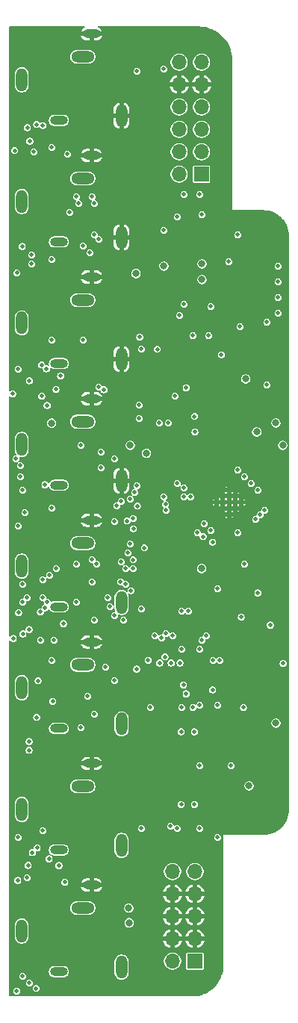
<source format=gbr>
%TF.GenerationSoftware,KiCad,Pcbnew,9.0.2*%
%TF.CreationDate,2025-06-25T16:15:56+02:00*%
%TF.ProjectId,eurorack-pmod-pcb,6575726f-7261-4636-9b2d-706d6f642d70,rev?*%
%TF.SameCoordinates,Original*%
%TF.FileFunction,Copper,L2,Inr*%
%TF.FilePolarity,Positive*%
%FSLAX46Y46*%
G04 Gerber Fmt 4.6, Leading zero omitted, Abs format (unit mm)*
G04 Created by KiCad (PCBNEW 9.0.2) date 2025-06-25 16:15:56*
%MOMM*%
%LPD*%
G01*
G04 APERTURE LIST*
%TA.AperFunction,ComponentPad*%
%ADD10O,1.308000X2.616000*%
%TD*%
%TA.AperFunction,ComponentPad*%
%ADD11O,2.016000X1.008000*%
%TD*%
%TA.AperFunction,ComponentPad*%
%ADD12O,2.616000X1.308000*%
%TD*%
%TA.AperFunction,ComponentPad*%
%ADD13C,0.700000*%
%TD*%
%TA.AperFunction,ComponentPad*%
%ADD14C,4.400000*%
%TD*%
%TA.AperFunction,ComponentPad*%
%ADD15C,0.500000*%
%TD*%
%TA.AperFunction,ComponentPad*%
%ADD16R,1.700000X1.700000*%
%TD*%
%TA.AperFunction,ComponentPad*%
%ADD17O,1.700000X1.700000*%
%TD*%
%TA.AperFunction,ViaPad*%
%ADD18C,0.800000*%
%TD*%
%TA.AperFunction,ViaPad*%
%ADD19C,0.500000*%
%TD*%
G04 APERTURE END LIST*
D10*
%TO.N,/CAP_SENSE_OUT3*%
%TO.C,J10*%
X-18382000Y-88772626D03*
D11*
%TO.N,GND*%
X-10482000Y-83572626D03*
D12*
%TO.N,/JACK_DETECT_OUT3*%
X-11482000Y-86172626D03*
D11*
%TO.N,Net-(J10-PadT)*%
X-14182000Y-93372626D03*
D10*
%TO.N,Net-(J10-PadTN)*%
X-7082000Y-92872626D03*
%TD*%
%TO.N,/CAP_SENSE_IN2*%
%TO.C,J5*%
X-18382000Y-19829771D03*
D11*
%TO.N,GND*%
X-10482000Y-14629771D03*
D12*
%TO.N,/JACK_DETECT_IN2*%
X-11482000Y-17229771D03*
D11*
%TO.N,Net-(J5-PadT)*%
X-14182000Y-24429771D03*
D10*
%TO.N,GND*%
X-7082000Y-23929771D03*
%TD*%
D13*
%TO.N,GND*%
%TO.C,H2*%
X7350000Y-88833274D03*
X7833274Y-87666548D03*
X7833274Y-90000000D03*
X9000000Y-87183274D03*
D14*
X9000000Y-88833274D03*
D13*
X9000000Y-90483274D03*
X10166726Y-87666548D03*
X10166726Y-90000000D03*
X10650000Y-88833274D03*
%TD*%
D15*
%TO.N,GND*%
%TO.C,U1*%
X5111181Y-55350789D03*
X5818288Y-54643682D03*
X6525395Y-53936575D03*
X4404074Y-54643682D03*
X5111181Y-53936575D03*
X5818288Y-53229468D03*
X3696967Y-53936575D03*
X4404074Y-53229468D03*
X5111181Y-52522361D03*
%TD*%
D13*
%TO.N,GND*%
%TO.C,H1*%
X7350000Y-23750000D03*
X7833274Y-22583274D03*
X7833274Y-24916726D03*
X9000000Y-22100000D03*
D14*
X9000000Y-23750000D03*
D13*
X9000000Y-25400000D03*
X10166726Y-22583274D03*
X10166726Y-24916726D03*
X10650000Y-23750000D03*
%TD*%
D16*
%TO.N,Net-(J1-Pin_1)*%
%TO.C,J1*%
X1240471Y-105975000D03*
D17*
X-1299529Y-105975000D03*
%TO.N,GND*%
X1240471Y-103435000D03*
X-1299529Y-103435000D03*
X1240471Y-100895000D03*
X-1299529Y-100895000D03*
X1240471Y-98355000D03*
X-1299529Y-98355000D03*
%TO.N,Net-(J1-Pin_10)*%
X1240471Y-95815000D03*
X-1299529Y-95815000D03*
%TD*%
D10*
%TO.N,/CAP_SENSE_OUT2*%
%TO.C,J9*%
X-18382000Y-74984055D03*
D11*
%TO.N,GND*%
X-10482000Y-69784055D03*
D12*
%TO.N,/JACK_DETECT_OUT2*%
X-11482000Y-72384055D03*
D11*
%TO.N,Net-(J9-PadT)*%
X-14182000Y-79584055D03*
D10*
%TO.N,Net-(J9-PadTN)*%
X-7082000Y-79084055D03*
%TD*%
%TO.N,/CAP_SENSE_OUT4*%
%TO.C,J11*%
X-18382000Y-102561200D03*
D11*
%TO.N,GND*%
X-10482000Y-97361200D03*
D12*
%TO.N,/JACK_DETECT_OUT4*%
X-11482000Y-99961200D03*
D11*
%TO.N,Net-(J11-PadT)*%
X-14182000Y-107161200D03*
D10*
%TO.N,Net-(J11-PadTN)*%
X-7082000Y-106661200D03*
%TD*%
%TO.N,/CAP_SENSE_IN4*%
%TO.C,J7*%
X-18382000Y-47406913D03*
D11*
%TO.N,GND*%
X-10482000Y-42206913D03*
D12*
%TO.N,/JACK_DETECT_IN4*%
X-11482000Y-44806913D03*
D11*
%TO.N,Net-(J7-PadT)*%
X-14182000Y-52006913D03*
D10*
%TO.N,GND*%
X-7082000Y-51506913D03*
%TD*%
%TO.N,/CAP_SENSE_IN1*%
%TO.C,J4*%
X-18382000Y-6041200D03*
D11*
%TO.N,GND*%
X-10482000Y-841200D03*
D12*
%TO.N,/JACK_DETECT_IN1*%
X-11482000Y-3441200D03*
D11*
%TO.N,Net-(J4-PadT)*%
X-14182000Y-10641200D03*
D10*
%TO.N,GND*%
X-7082000Y-10141200D03*
%TD*%
%TO.N,/CAP_SENSE_IN3*%
%TO.C,J6*%
X-18382000Y-33618342D03*
D11*
%TO.N,GND*%
X-10482000Y-28418342D03*
D12*
%TO.N,/JACK_DETECT_IN3*%
X-11482000Y-31018342D03*
D11*
%TO.N,Net-(J6-PadT)*%
X-14182000Y-38218342D03*
D10*
%TO.N,GND*%
X-7082000Y-37718342D03*
%TD*%
%TO.N,/CAP_SENSE_OUT1*%
%TO.C,J8*%
X-18382000Y-61195484D03*
D11*
%TO.N,GND*%
X-10482000Y-55995484D03*
D12*
%TO.N,/JACK_DETECT_OUT1*%
X-11482000Y-58595484D03*
D11*
%TO.N,Net-(J8-PadT)*%
X-14182000Y-65795484D03*
D10*
%TO.N,Net-(J8-PadTN)*%
X-7082000Y-65295484D03*
%TD*%
D16*
%TO.N,/SDIN1*%
%TO.C,J2*%
X2000000Y-16750000D03*
D17*
%TO.N,/SCL*%
X-540000Y-16750000D03*
%TO.N,/SDOUT1*%
X2000000Y-14210000D03*
%TO.N,/SDA*%
X-540000Y-14210000D03*
%TO.N,/LRCK*%
X2000000Y-11670000D03*
%TO.N,/UNMUTE*%
X-540000Y-11670000D03*
%TO.N,/BICK*%
X2000000Y-9130000D03*
%TO.N,/MCLK*%
X-540000Y-9130000D03*
%TO.N,GND*%
X2000000Y-6590000D03*
X-540000Y-6590000D03*
%TO.N,VDD*%
X2000000Y-4050000D03*
X-540000Y-4050000D03*
%TD*%
D18*
%TO.N,GND*%
X-14254000Y-84468000D03*
D19*
X-4064000Y-33274000D03*
D18*
X-11254000Y-39468000D03*
D19*
X5842000Y-80518000D03*
D18*
X-5254000Y-10468000D03*
X-11254000Y-102468000D03*
X-7254000Y-4468000D03*
X-14254000Y-86468000D03*
D19*
X6604000Y-36322000D03*
D18*
X-18254000Y-1468000D03*
D19*
X2540000Y-33782000D03*
D18*
X7007035Y-44666097D03*
X-2254000Y-40468000D03*
X-5254000Y-86468000D03*
X-13254000Y-108468000D03*
X-3254000Y-40468000D03*
X3246000Y-62968000D03*
X-11254000Y-90468000D03*
X-7254000Y-2468000D03*
X-15254000Y-108468000D03*
X6746000Y-71468000D03*
X-7254000Y-1468000D03*
X-13254000Y-102468000D03*
X-17254000Y-1468000D03*
X-5254000Y-14468000D03*
X-18254000Y-2468000D03*
D19*
X4826000Y-23622000D03*
D18*
X4746000Y-19468000D03*
X-10254000Y-32468000D03*
X-11254000Y-38468000D03*
X5746000Y-41468000D03*
D19*
X7874000Y-33782000D03*
D18*
X-3254000Y-22468000D03*
D19*
X10160000Y-82296000D03*
D18*
X-12254000Y-108468000D03*
D19*
X-3810000Y-2286000D03*
D18*
X-4254000Y-16468000D03*
X-15254000Y-1468000D03*
X-4254000Y-15468000D03*
X-14254000Y-88468000D03*
X-9254000Y-88468000D03*
X-7254000Y-31468000D03*
D19*
X1016000Y-23622000D03*
D18*
X-14254000Y-85468000D03*
X2246000Y-58968000D03*
X6746000Y-72468000D03*
X-8254000Y-87468000D03*
X-18254000Y-106468000D03*
X5746000Y-62468000D03*
X-10254000Y-38468000D03*
X-11254000Y-108468000D03*
D19*
X-2540000Y-21336000D03*
X-7366000Y-25654000D03*
D18*
X-10254000Y-108468000D03*
X-1254000Y-40468000D03*
X-16254000Y-1468000D03*
X-14254000Y-102468000D03*
X-10254000Y-34468000D03*
D19*
X5334000Y-34036000D03*
D18*
X-7254000Y-3468000D03*
X-14254000Y-87468000D03*
X5746000Y-39468000D03*
X-10254000Y-89468000D03*
D19*
X5842000Y-90424000D03*
D18*
X-18254000Y-105468000D03*
D19*
X9398000Y-83058000D03*
D18*
X-9254000Y-108468000D03*
X-18254000Y-29468000D03*
X-5254000Y-15468000D03*
X-5254000Y-9468000D03*
X-4254000Y-14468000D03*
D19*
X7620000Y-81026000D03*
D18*
X-5254000Y-11468000D03*
D19*
X-3302000Y-19558000D03*
D18*
X-5254000Y-33468000D03*
X-14254000Y-108468000D03*
X6746000Y-61968000D03*
X-10254000Y-39468000D03*
X-7254000Y-30468000D03*
X-5254000Y-13468000D03*
D19*
X-2254006Y-52468000D03*
X-1778000Y-76962000D03*
X-4826000Y-82804000D03*
D18*
X-18254000Y-30468000D03*
D19*
X2794000Y-76962000D03*
D18*
X9746000Y-53468000D03*
D19*
X-2032000Y-16002000D03*
D18*
X-10254000Y-33468000D03*
X-12254000Y-102468000D03*
X-10254000Y-37468000D03*
X-5254000Y-16468000D03*
X-5254000Y-12468000D03*
D19*
X1016000Y-47752000D03*
D18*
X-3254000Y-83468000D03*
X-7254000Y-32468000D03*
X-14254000Y-1468000D03*
D19*
X6096000Y-44704000D03*
X-4572000Y-26670000D03*
%TO.N,VDD*%
X3810000Y-63754000D03*
X-4474000Y-59108000D03*
X6858000Y-60960000D03*
X3246000Y-75218000D03*
X1246000Y-45968000D03*
X-17482992Y-12997008D03*
X246000Y-40968000D03*
X-5334000Y-52070000D03*
X-7874000Y-56134000D03*
X-16002000Y-91186000D03*
X-14986000Y-71882000D03*
X6496000Y-66968000D03*
X-17526000Y-40162766D03*
D18*
X1996000Y-61468000D03*
D19*
X-17554000Y-68368000D03*
X-5004000Y-35218000D03*
D18*
%TO.N,+12V*%
X10414000Y-78994000D03*
X-6254000Y-99968000D03*
D19*
X4246000Y-37218000D03*
D18*
X10413992Y-44958000D03*
X-5431076Y-28014431D03*
X2032000Y-28702000D03*
X-6092773Y-47494773D03*
%TO.N,-12V*%
X2032000Y-26924000D03*
X11195000Y-47498000D03*
X7366000Y-86106000D03*
X8244000Y-45968065D03*
X-2286000Y-27178000D03*
X6996000Y-39968000D03*
X-6226654Y-101625560D03*
D19*
X11246000Y-72218000D03*
D18*
X-4250006Y-48396935D03*
D19*
%TO.N,Net-(RN1A-R1.1)*%
X0Y-31496000D03*
X-508000Y-32766000D03*
%TO.N,/SDIN1*%
X-5588000Y-52832000D03*
X6096000Y-57404000D03*
%TO.N,/SCL*%
X-9071068Y-41184466D03*
X-7620000Y-54356000D03*
X3302000Y-71882000D03*
X-5754000Y-61468000D03*
X-5334000Y-5080000D03*
X2286000Y-56388000D03*
%TO.N,/SDOUT1*%
X3246000Y-58468000D03*
X-6096000Y-53594000D03*
%TO.N,/SDA*%
X-7112000Y-53848000D03*
X-5746349Y-60464945D03*
X-2286000Y-4826000D03*
X-7874000Y-49022000D03*
X3048000Y-57150000D03*
X4064000Y-71882000D03*
X-9398000Y-48260000D03*
X-9652000Y-40894000D03*
%TO.N,/LRCK*%
X8128000Y-55880000D03*
X-2286000Y-53340000D03*
%TO.N,/PDN*%
X-6004000Y-63968000D03*
X2176000Y-57838000D03*
X1196000Y-44208000D03*
X8376000Y-64228000D03*
%TO.N,/BICK*%
X8636000Y-55372000D03*
X-2094738Y-54193609D03*
%TO.N,/MCLK*%
X9144000Y-54864000D03*
X-2032000Y-54864000D03*
%TO.N,Net-(RN3A-R1.1)*%
X5080000Y-26670000D03*
X6096000Y-23622000D03*
%TO.N,Net-(RN4B-R2.2)*%
X-762000Y-21590000D03*
X-2286000Y-23114000D03*
%TO.N,/-VCOM*%
X9398000Y-33528000D03*
X2032000Y-21336000D03*
X9398000Y-40640000D03*
X1778000Y-76962000D03*
X3048000Y-31750000D03*
X1778000Y-83820000D03*
X-1524000Y-90678000D03*
X5334000Y-83820000D03*
%TO.N,/dual_mono_inputs1/IN1_3V*%
X6096000Y-50292000D03*
X10668010Y-30734000D03*
%TO.N,/dual_mono_inputs1/IN2_3V*%
X6858000Y-51054000D03*
X10668000Y-32512000D03*
%TO.N,/OUT_MUTE1*%
X6746000Y-77218000D03*
%TO.N,/dual_mono_inputs2/IN1_3V*%
X10668000Y-27178000D03*
X7620000Y-51816000D03*
%TO.N,/dual_mono_inputs2/IN2_3V*%
X10668000Y-28956000D03*
X8382000Y-52578000D03*
%TO.N,/dual_mono_outputs1/OUT1*%
X-762000Y-51816000D03*
X1016000Y-77216000D03*
%TO.N,/dual_mono_outputs1/OUT2*%
X0Y-52324000D03*
X-254000Y-77216000D03*
%TO.N,/dual_mono_outputs2/OUT1*%
X-762000Y-90932000D03*
X762000Y-53340000D03*
%TO.N,/dual_mono_outputs2/OUT2*%
X0Y-53340000D03*
X1778000Y-90932000D03*
%TO.N,Net-(D3-K)*%
X-7184932Y-62955534D03*
X2540000Y-69088000D03*
X-10414000Y-19304000D03*
X-13208000Y-14478000D03*
X-7112000Y-60706000D03*
X-12192000Y-19304000D03*
X-17754006Y-11468000D03*
%TO.N,Net-(D4-A)*%
X-16691985Y-11111802D03*
X-19202400Y-14071600D03*
%TO.N,Net-(D4-K)*%
X-10160000Y-20066000D03*
X-14986000Y-13716000D03*
X-6604000Y-63246000D03*
X2032000Y-69596000D03*
X-11938000Y-20066000D03*
X-6604000Y-61468000D03*
%TO.N,Net-(D5-A)*%
X-16002000Y-11226800D03*
X-17018000Y-14224000D03*
%TO.N,Net-(D5-K)*%
X-16002000Y-64770000D03*
X508000Y-66294000D03*
X-17272000Y-25908000D03*
X-17780000Y-64770000D03*
%TO.N,Net-(D6-A)*%
X-18948400Y-27940000D03*
X-18338800Y-24942800D03*
%TO.N,Net-(D6-K)*%
X-15494000Y-65278000D03*
X-17272000Y-26924000D03*
X-18288000Y-65278000D03*
X-254000Y-66294000D03*
%TO.N,Net-(D7-K)*%
X-7874000Y-66802000D03*
X-18796000Y-38862000D03*
X-18796000Y-56642000D03*
X-1270000Y-69088000D03*
%TO.N,Net-(D8-A)*%
X-16143262Y-38376033D03*
X-19405600Y-41656000D03*
%TO.N,Net-(D8-K)*%
X-12186569Y-65283431D03*
X-15240000Y-62230000D03*
X-6858000Y-67310000D03*
X-16127000Y-41910000D03*
X-10160000Y-67310000D03*
X-2032000Y-68834000D03*
%TO.N,Net-(D9-A)*%
X-15504000Y-42968000D03*
X-15595600Y-38811200D03*
%TO.N,Net-(D9-K)*%
X-2540000Y-69342000D03*
X-8636000Y-64770000D03*
X-18288000Y-52578000D03*
%TO.N,Net-(D10-A)*%
X-13978881Y-39620301D03*
X-14499890Y-41148000D03*
%TO.N,Net-(D10-K)*%
X-3302000Y-69088000D03*
X-18034000Y-55118000D03*
X-8382000Y-65786000D03*
%TO.N,Net-(D11-K)*%
X-5354000Y-72868000D03*
X-18754000Y-66468000D03*
%TO.N,Net-(D12-A)*%
X-16265300Y-66381441D03*
X-19354800Y-69392800D03*
%TO.N,Net-(D12-K)*%
X-18254000Y-68868000D03*
X-4054000Y-71868000D03*
%TO.N,Net-(D13-A)*%
X-16256000Y-69596000D03*
X-15734016Y-65926423D03*
%TO.N,Net-(D13-K)*%
X-17554000Y-81068000D03*
X-2754000Y-72168000D03*
%TO.N,Net-(D14-A)*%
X-14879406Y-76517465D03*
X-13665200Y-67716400D03*
X-16697001Y-78340617D03*
X-14732000Y-69596000D03*
%TO.N,Net-(D14-K)*%
X-17554000Y-82068000D03*
X-2154000Y-71468000D03*
%TO.N,Net-(D15-K)*%
X-17664000Y-95118000D03*
X-1454000Y-72168000D03*
%TO.N,Net-(D16-A)*%
X-17194056Y-93667958D03*
X-18846800Y-96824800D03*
%TO.N,Net-(D16-K)*%
X-17779991Y-96519982D03*
X-454000Y-72168000D03*
%TO.N,Net-(D17-A)*%
X-16644556Y-93134244D03*
X-14182500Y-95148400D03*
%TO.N,Net-(D17-K)*%
X-18288000Y-107695998D03*
X-54000Y-74668000D03*
%TO.N,Net-(D18-A)*%
X-18954000Y-109368000D03*
X-13512800Y-97028000D03*
X-15290800Y-94386400D03*
X-16764000Y-109067600D03*
%TO.N,Net-(D18-K)*%
X-17525983Y-108457983D03*
X246000Y-75668000D03*
D18*
%TO.N,/CAP_SENSE_IN1*%
X-15004000Y-44968000D03*
D19*
%TO.N,/CAP_SENSE_IN2*%
X-12192000Y-60960000D03*
%TO.N,/CAP_SENSE_IN3*%
X-9398004Y-50038004D03*
X-18542000Y-51054000D03*
X-5736925Y-56941024D03*
%TO.N,/JACK_DETECT_IN1*%
X6350000Y-34036000D03*
X-3032400Y-36591600D03*
%TO.N,/JACK_DETECT_IN2*%
X-14986000Y-26416000D03*
X-4826000Y-36576000D03*
X-12954000Y-21082000D03*
X-11430000Y-35560000D03*
X-14986000Y-35560000D03*
%TO.N,/JACK_DETECT_IN3*%
X-5080000Y-44450000D03*
%TO.N,/JACK_DETECT_OUT1*%
X-2794000Y-44958000D03*
%TO.N,/JACK_DETECT_OUT2*%
X-16532000Y-74190000D03*
X-19050000Y-49022000D03*
X-1778000Y-44958000D03*
%TO.N,/JACK_DETECT_OUT3*%
X-16002000Y-62738000D03*
X-8890000Y-72644000D03*
X-15754000Y-51968000D03*
X-10922000Y-75946000D03*
%TO.N,/JACK_DETECT_OUT4*%
X-5080000Y-42926000D03*
X-1016000Y-41910000D03*
X-11684000Y-47498000D03*
X-18542000Y-49784000D03*
%TO.N,/CAP_SENSE_IN4*%
X-14986000Y-54610000D03*
%TO.N,/CAP_SENSE_OUT1*%
X-5757169Y-55788624D03*
X-6096000Y-58674000D03*
X-10414000Y-60452000D03*
%TO.N,/CAP_SENSE_OUT2*%
X-6440699Y-56068000D03*
X-6350000Y-59690000D03*
X-10414000Y-62992000D03*
%TO.N,/CAP_SENSE_OUT3*%
X-10160000Y-77978000D03*
X-11684000Y-79502000D03*
X-4826000Y-66040000D03*
X-7874000Y-74168000D03*
X1524000Y-57404000D03*
%TO.N,/CAP_SENSE_OUT4*%
X-14478000Y-61468000D03*
X-18288000Y-63246000D03*
X-9906000Y-60960000D03*
X-5282791Y-54369452D03*
X-18796000Y-91948000D03*
%TO.N,Net-(Q2-D)*%
X1181800Y-79968000D03*
%TO.N,Net-(Q3-D)*%
X-318200Y-88218000D03*
%TO.N,Net-(Q4-D)*%
X-318200Y-79965610D03*
%TO.N,Net-(Q5-D)*%
X1181800Y-88218000D03*
%TO.N,/UNMUTE*%
X9784857Y-67885939D03*
%TO.N,Net-(J4-PadT)*%
X1016000Y-35052000D03*
%TO.N,Net-(J5-PadT)*%
X2794000Y-35052000D03*
%TO.N,Net-(J6-PadT)*%
X-11430000Y-24892000D03*
X1778000Y-19050000D03*
X-10160000Y-23622000D03*
%TO.N,Net-(J7-PadT)*%
X0Y-19050000D03*
X-9652000Y-24130000D03*
X-10668000Y-25654000D03*
%TO.N,Net-(J8-PadT)*%
X-254000Y-70612000D03*
X3810000Y-76962000D03*
X1778000Y-70612000D03*
%TO.N,Net-(J9-PadT)*%
X-3810000Y-77216000D03*
%TO.N,Net-(J10-PadT)*%
X-4826000Y-90932000D03*
%TO.N,Net-(J11-PadT)*%
X3810000Y-91948000D03*
%TD*%
%TA.AperFunction,Conductor*%
%TO.N,GND*%
G36*
X-11207135Y-18806D02*
G01*
X-11188829Y-63000D01*
X-11207135Y-107194D01*
X-11227411Y-120742D01*
X-11345045Y-169467D01*
X-11345049Y-169470D01*
X-11469196Y-252422D01*
X-11574777Y-358003D01*
X-11657729Y-482150D01*
X-11657732Y-482154D01*
X-11701244Y-587199D01*
X-11701244Y-587200D01*
X-9262756Y-587200D01*
X-9262755Y-587199D01*
X-9306267Y-482154D01*
X-9306270Y-482150D01*
X-9389222Y-358003D01*
X-9494803Y-252422D01*
X-9618950Y-169470D01*
X-9618954Y-169467D01*
X-9736589Y-120742D01*
X-9770413Y-86918D01*
X-9770413Y-39082D01*
X-9736589Y-5258D01*
X-9712671Y-500D01*
X1688460Y-500D01*
X1691526Y-574D01*
X2025249Y-16969D01*
X2028640Y-17231D01*
X2109331Y-25712D01*
X2111829Y-26028D01*
X2402907Y-69205D01*
X2406666Y-69883D01*
X2480224Y-85518D01*
X2482352Y-86010D01*
X2774327Y-159147D01*
X2778440Y-160329D01*
X2838966Y-179995D01*
X2840684Y-180582D01*
X3135539Y-286083D01*
X3139902Y-287831D01*
X3179034Y-305254D01*
X3180223Y-305800D01*
X3482691Y-448857D01*
X3487183Y-451209D01*
X3489164Y-452353D01*
X3489847Y-452755D01*
X3803824Y-640946D01*
X3808912Y-644346D01*
X4104255Y-863388D01*
X4108987Y-867270D01*
X4314062Y-1053140D01*
X4381448Y-1114215D01*
X4385784Y-1118551D01*
X4632727Y-1391010D01*
X4636611Y-1395744D01*
X4855652Y-1691086D01*
X4859060Y-1696186D01*
X5047181Y-2010047D01*
X5047701Y-2010931D01*
X5048773Y-2012788D01*
X5051144Y-2017313D01*
X5194171Y-2319717D01*
X5194769Y-2321019D01*
X5212166Y-2360095D01*
X5213915Y-2364459D01*
X5319416Y-2659314D01*
X5320011Y-2661057D01*
X5339668Y-2721556D01*
X5340854Y-2725683D01*
X5413980Y-3017615D01*
X5414487Y-3019806D01*
X5430109Y-3093300D01*
X5430799Y-3097124D01*
X5473961Y-3388100D01*
X5474295Y-3390738D01*
X5482764Y-3471321D01*
X5483031Y-3474787D01*
X5499425Y-3808473D01*
X5499500Y-3811540D01*
X5499500Y-20827794D01*
X5499500Y-20828208D01*
X5499647Y-20828354D01*
X5499793Y-20828500D01*
X5499794Y-20828500D01*
X5500207Y-20828500D01*
X5500207Y-20828499D01*
X8998243Y-20824737D01*
X9001750Y-20824834D01*
X9293742Y-20841231D01*
X9297711Y-20841584D01*
X9368872Y-20850224D01*
X9371770Y-20850646D01*
X9625373Y-20893735D01*
X9629829Y-20894661D01*
X9692697Y-20910157D01*
X9694959Y-20910762D01*
X9949757Y-20984168D01*
X9954599Y-20985781D01*
X10001599Y-21003605D01*
X10003332Y-21004292D01*
X10262268Y-21111547D01*
X10267387Y-21113945D01*
X10285949Y-21123688D01*
X10287098Y-21124307D01*
X10553274Y-21271416D01*
X10559182Y-21275129D01*
X10821018Y-21460912D01*
X10826479Y-21465267D01*
X10907046Y-21537266D01*
X11065856Y-21679187D01*
X11070812Y-21684143D01*
X11171686Y-21797021D01*
X11273077Y-21910478D01*
X11284729Y-21923516D01*
X11289089Y-21928984D01*
X11474865Y-22190809D01*
X11478587Y-22196733D01*
X11625691Y-22462900D01*
X11626329Y-22464085D01*
X11636053Y-22482611D01*
X11638456Y-22487740D01*
X11745702Y-22746656D01*
X11746397Y-22748411D01*
X11764214Y-22795390D01*
X11765833Y-22800251D01*
X11839225Y-23054998D01*
X11839852Y-23057343D01*
X11855333Y-23120153D01*
X11856266Y-23124641D01*
X11899349Y-23378210D01*
X11899776Y-23381145D01*
X11908411Y-23452257D01*
X11908769Y-23456287D01*
X11925165Y-23748254D01*
X11925263Y-23751758D01*
X11925263Y-88748240D01*
X11925165Y-88751744D01*
X11908677Y-89045343D01*
X11908319Y-89049373D01*
X11900149Y-89116655D01*
X11899722Y-89119590D01*
X11856025Y-89376774D01*
X11855092Y-89381263D01*
X11840602Y-89440048D01*
X11839975Y-89442392D01*
X11765478Y-89700975D01*
X11763860Y-89705835D01*
X11747713Y-89748412D01*
X11747017Y-89750168D01*
X11638008Y-90013340D01*
X11635606Y-90018468D01*
X11628723Y-90031582D01*
X11628084Y-90032768D01*
X11478589Y-90303260D01*
X11474860Y-90309195D01*
X11289094Y-90571008D01*
X11284723Y-90576488D01*
X11070810Y-90815855D01*
X11065855Y-90820810D01*
X10826488Y-91034723D01*
X10821008Y-91039094D01*
X10559195Y-91224860D01*
X10553260Y-91228589D01*
X10282768Y-91378084D01*
X10281582Y-91378723D01*
X10268468Y-91385606D01*
X10263340Y-91388008D01*
X10000168Y-91497017D01*
X9998412Y-91497713D01*
X9955835Y-91513860D01*
X9950975Y-91515478D01*
X9692392Y-91589975D01*
X9690048Y-91590602D01*
X9631263Y-91605092D01*
X9626774Y-91606025D01*
X9369590Y-91649722D01*
X9366654Y-91650149D01*
X9299373Y-91658318D01*
X9295344Y-91658676D01*
X9001729Y-91675165D01*
X8998493Y-91675262D01*
X8973772Y-91675368D01*
X8973764Y-91675364D01*
X8973757Y-91675368D01*
X4504817Y-91693480D01*
X4504816Y-91693480D01*
X4500038Y-91693500D01*
X4499793Y-91693500D01*
X4499792Y-91693500D01*
X4499791Y-91693501D01*
X4499645Y-91693648D01*
X4499500Y-91693793D01*
X4499499Y-91693795D01*
X4499500Y-91694002D01*
X4499500Y-91706379D01*
X4499500Y-106424459D01*
X4499425Y-106427526D01*
X4484046Y-106740549D01*
X4483779Y-106744015D01*
X4476000Y-106818032D01*
X4475666Y-106820670D01*
X4435069Y-107094349D01*
X4434379Y-107098173D01*
X4420071Y-107165486D01*
X4419564Y-107167677D01*
X4350774Y-107442305D01*
X4349588Y-107446432D01*
X4331680Y-107501549D01*
X4331085Y-107503292D01*
X4231824Y-107780704D01*
X4230075Y-107785068D01*
X4214561Y-107819915D01*
X4213963Y-107821217D01*
X4079327Y-108105879D01*
X4076436Y-108111288D01*
X3899508Y-108406476D01*
X3896100Y-108411576D01*
X3691089Y-108688001D01*
X3687198Y-108692742D01*
X3456079Y-108947742D01*
X3451742Y-108952079D01*
X3196742Y-109183198D01*
X3192001Y-109187089D01*
X2915576Y-109392100D01*
X2910476Y-109395508D01*
X2615288Y-109572436D01*
X2609879Y-109575327D01*
X2325217Y-109709963D01*
X2323915Y-109710561D01*
X2289068Y-109726075D01*
X2284704Y-109727824D01*
X2007292Y-109827085D01*
X2005549Y-109827680D01*
X1950432Y-109845588D01*
X1946305Y-109846774D01*
X1671677Y-109915564D01*
X1669486Y-109916071D01*
X1602173Y-109930379D01*
X1598349Y-109931069D01*
X1324671Y-109971666D01*
X1322033Y-109972000D01*
X1248015Y-109979779D01*
X1244551Y-109980046D01*
X1207500Y-109981867D01*
X1206326Y-109981925D01*
X1203259Y-109982000D01*
X-19737000Y-109982000D01*
X-19781194Y-109963694D01*
X-19799500Y-109919500D01*
X-19799500Y-109315273D01*
X-19354500Y-109315273D01*
X-19354500Y-109420727D01*
X-19327207Y-109522587D01*
X-19274480Y-109613913D01*
X-19199913Y-109688480D01*
X-19108587Y-109741207D01*
X-19006727Y-109768500D01*
X-19006726Y-109768500D01*
X-18901274Y-109768500D01*
X-18901273Y-109768500D01*
X-18861745Y-109757908D01*
X-18799416Y-109741208D01*
X-18799413Y-109741207D01*
X-18773204Y-109726075D01*
X-18708087Y-109688480D01*
X-18708085Y-109688478D01*
X-18708081Y-109688475D01*
X-18633524Y-109613918D01*
X-18633521Y-109613914D01*
X-18580792Y-109522586D01*
X-18580791Y-109522583D01*
X-18553501Y-109420733D01*
X-18553500Y-109420725D01*
X-18553500Y-109315274D01*
X-18553501Y-109315266D01*
X-18580791Y-109213416D01*
X-18580792Y-109213413D01*
X-18633521Y-109122085D01*
X-18633524Y-109122081D01*
X-18700635Y-109054971D01*
X-18708081Y-109047524D01*
X-18708085Y-109047521D01*
X-18764632Y-109014873D01*
X-17164500Y-109014873D01*
X-17164500Y-109120327D01*
X-17137207Y-109222187D01*
X-17084480Y-109313513D01*
X-17009913Y-109388080D01*
X-16918587Y-109440807D01*
X-16816727Y-109468100D01*
X-16816726Y-109468100D01*
X-16711274Y-109468100D01*
X-16711273Y-109468100D01*
X-16671745Y-109457508D01*
X-16609416Y-109440808D01*
X-16609413Y-109440807D01*
X-16574644Y-109420733D01*
X-16518087Y-109388080D01*
X-16518085Y-109388078D01*
X-16518081Y-109388075D01*
X-16443524Y-109313518D01*
X-16443521Y-109313514D01*
X-16390792Y-109222186D01*
X-16390791Y-109222183D01*
X-16363501Y-109120333D01*
X-16363500Y-109120325D01*
X-16363500Y-109014874D01*
X-16363501Y-109014866D01*
X-16390791Y-108913016D01*
X-16390792Y-108913013D01*
X-16443521Y-108821685D01*
X-16443524Y-108821681D01*
X-16518081Y-108747124D01*
X-16518085Y-108747121D01*
X-16609413Y-108694392D01*
X-16609416Y-108694391D01*
X-16711266Y-108667101D01*
X-16711272Y-108667100D01*
X-16711273Y-108667100D01*
X-16816727Y-108667100D01*
X-16816728Y-108667100D01*
X-16816733Y-108667101D01*
X-16918583Y-108694391D01*
X-16918586Y-108694392D01*
X-16964250Y-108720756D01*
X-17009913Y-108747120D01*
X-17009914Y-108747121D01*
X-17009918Y-108747124D01*
X-17084475Y-108821681D01*
X-17084478Y-108821685D01*
X-17084480Y-108821687D01*
X-17137207Y-108913013D01*
X-17164500Y-109014873D01*
X-18764632Y-109014873D01*
X-18799413Y-108994792D01*
X-18799416Y-108994791D01*
X-18901266Y-108967501D01*
X-18901272Y-108967500D01*
X-18901273Y-108967500D01*
X-19006727Y-108967500D01*
X-19006728Y-108967500D01*
X-19006733Y-108967501D01*
X-19108583Y-108994791D01*
X-19108586Y-108994792D01*
X-19154250Y-109021156D01*
X-19199913Y-109047520D01*
X-19199914Y-109047521D01*
X-19199918Y-109047524D01*
X-19274475Y-109122081D01*
X-19274478Y-109122085D01*
X-19274480Y-109122087D01*
X-19327207Y-109213413D01*
X-19354500Y-109315273D01*
X-19799500Y-109315273D01*
X-19799500Y-108405256D01*
X-17926483Y-108405256D01*
X-17926483Y-108510710D01*
X-17899190Y-108612570D01*
X-17846463Y-108703896D01*
X-17771896Y-108778463D01*
X-17680570Y-108831190D01*
X-17578710Y-108858483D01*
X-17578709Y-108858483D01*
X-17473257Y-108858483D01*
X-17473256Y-108858483D01*
X-17433728Y-108847891D01*
X-17371399Y-108831191D01*
X-17371396Y-108831190D01*
X-17363607Y-108826693D01*
X-17280070Y-108778463D01*
X-17280068Y-108778461D01*
X-17280064Y-108778458D01*
X-17205507Y-108703901D01*
X-17205504Y-108703897D01*
X-17200016Y-108694393D01*
X-17152776Y-108612570D01*
X-17152775Y-108612569D01*
X-17152774Y-108612566D01*
X-17125484Y-108510716D01*
X-17125483Y-108510708D01*
X-17125483Y-108405257D01*
X-17125484Y-108405249D01*
X-17152774Y-108303399D01*
X-17152775Y-108303396D01*
X-17205504Y-108212068D01*
X-17205507Y-108212064D01*
X-17280064Y-108137507D01*
X-17280068Y-108137504D01*
X-17371396Y-108084775D01*
X-17371399Y-108084774D01*
X-17473249Y-108057484D01*
X-17473255Y-108057483D01*
X-17473256Y-108057483D01*
X-17578710Y-108057483D01*
X-17578711Y-108057483D01*
X-17578716Y-108057484D01*
X-17680566Y-108084774D01*
X-17680569Y-108084775D01*
X-17701223Y-108096700D01*
X-17771896Y-108137503D01*
X-17771897Y-108137504D01*
X-17771901Y-108137507D01*
X-17846458Y-108212064D01*
X-17846461Y-108212068D01*
X-17846463Y-108212070D01*
X-17899190Y-108303396D01*
X-17926483Y-108405256D01*
X-19799500Y-108405256D01*
X-19799500Y-107643271D01*
X-18688500Y-107643271D01*
X-18688500Y-107748725D01*
X-18661207Y-107850585D01*
X-18608480Y-107941911D01*
X-18533913Y-108016478D01*
X-18442587Y-108069205D01*
X-18340727Y-108096498D01*
X-18340726Y-108096498D01*
X-18235274Y-108096498D01*
X-18235273Y-108096498D01*
X-18191518Y-108084774D01*
X-18133416Y-108069206D01*
X-18133413Y-108069205D01*
X-18113110Y-108057483D01*
X-18042087Y-108016478D01*
X-18042085Y-108016476D01*
X-18042081Y-108016473D01*
X-17967524Y-107941916D01*
X-17967521Y-107941912D01*
X-17914792Y-107850584D01*
X-17914791Y-107850581D01*
X-17887501Y-107748731D01*
X-17887500Y-107748723D01*
X-17887500Y-107643272D01*
X-17887501Y-107643264D01*
X-17914791Y-107541414D01*
X-17914792Y-107541411D01*
X-17967521Y-107450083D01*
X-17967524Y-107450079D01*
X-18042081Y-107375522D01*
X-18042085Y-107375519D01*
X-18133413Y-107322790D01*
X-18133416Y-107322789D01*
X-18235266Y-107295499D01*
X-18235272Y-107295498D01*
X-18235273Y-107295498D01*
X-18340727Y-107295498D01*
X-18340728Y-107295498D01*
X-18340733Y-107295499D01*
X-18442583Y-107322789D01*
X-18442586Y-107322790D01*
X-18481752Y-107345403D01*
X-18533913Y-107375518D01*
X-18533914Y-107375519D01*
X-18533918Y-107375522D01*
X-18608475Y-107450079D01*
X-18608478Y-107450083D01*
X-18608480Y-107450085D01*
X-18661207Y-107541411D01*
X-18688500Y-107643271D01*
X-19799500Y-107643271D01*
X-19799500Y-107099003D01*
X-15317500Y-107099003D01*
X-15317500Y-107223397D01*
X-15293232Y-107345402D01*
X-15245628Y-107460328D01*
X-15176518Y-107563758D01*
X-15088558Y-107651718D01*
X-14985128Y-107720828D01*
X-14870202Y-107768432D01*
X-14748197Y-107792700D01*
X-13615803Y-107792700D01*
X-13493798Y-107768432D01*
X-13378872Y-107720828D01*
X-13275442Y-107651718D01*
X-13187482Y-107563758D01*
X-13173715Y-107543155D01*
X-13118373Y-107460330D01*
X-13118372Y-107460328D01*
X-13070768Y-107345403D01*
X-13070767Y-107345400D01*
X-13046500Y-107223397D01*
X-13046500Y-107099002D01*
X-13070767Y-106976999D01*
X-13070768Y-106976996D01*
X-13118372Y-106862071D01*
X-13118373Y-106862069D01*
X-13187481Y-106758642D01*
X-13275442Y-106670681D01*
X-13378869Y-106601573D01*
X-13378871Y-106601572D01*
X-13493796Y-106553968D01*
X-13493799Y-106553967D01*
X-13615803Y-106529700D01*
X-14748197Y-106529700D01*
X-14870200Y-106553967D01*
X-14870203Y-106553968D01*
X-14985128Y-106601572D01*
X-14985130Y-106601573D01*
X-15088557Y-106670681D01*
X-15088558Y-106670682D01*
X-15176518Y-106758642D01*
X-15245628Y-106862072D01*
X-15293232Y-106976998D01*
X-15317500Y-107099003D01*
X-19799500Y-107099003D01*
X-19799500Y-105930229D01*
X-7863500Y-105930229D01*
X-7863500Y-107392171D01*
X-7833467Y-107543155D01*
X-7774556Y-107685379D01*
X-7689030Y-107813377D01*
X-7580177Y-107922230D01*
X-7452179Y-108007756D01*
X-7309955Y-108066667D01*
X-7158971Y-108096700D01*
X-7005029Y-108096700D01*
X-6854045Y-108066667D01*
X-6711821Y-108007756D01*
X-6583823Y-107922230D01*
X-6474970Y-107813377D01*
X-6453138Y-107780704D01*
X-6389445Y-107685381D01*
X-6389444Y-107685379D01*
X-6330532Y-107543154D01*
X-6330532Y-107543153D01*
X-6300500Y-107392171D01*
X-6300500Y-105930228D01*
X-6308930Y-105887848D01*
X-6310745Y-105878725D01*
X-2277029Y-105878725D01*
X-2277029Y-106071275D01*
X-2239465Y-106260126D01*
X-2165779Y-106438020D01*
X-2058803Y-106598120D01*
X-1922649Y-106734274D01*
X-1762549Y-106841250D01*
X-1627140Y-106897337D01*
X-1584663Y-106914933D01*
X-1584661Y-106914933D01*
X-1584655Y-106914936D01*
X-1395804Y-106952500D01*
X-1203254Y-106952500D01*
X-1014403Y-106914936D01*
X-1014398Y-106914934D01*
X-1014394Y-106914933D01*
X-886778Y-106862072D01*
X-836509Y-106841250D01*
X-676409Y-106734274D01*
X-540255Y-106598120D01*
X-510753Y-106553968D01*
X-433280Y-106438022D01*
X-433279Y-106438020D01*
X-359595Y-106260134D01*
X-359593Y-106260126D01*
X-322029Y-106071275D01*
X-322029Y-105878724D01*
X-359593Y-105689873D01*
X-359595Y-105689865D01*
X-433279Y-105511979D01*
X-433280Y-105511977D01*
X-540254Y-105351880D01*
X-676409Y-105215725D01*
X-757806Y-105161338D01*
X-830982Y-105112442D01*
X262971Y-105112442D01*
X262971Y-106837558D01*
X270369Y-106874748D01*
X270369Y-106874749D01*
X298548Y-106916922D01*
X326728Y-106935750D01*
X340723Y-106945102D01*
X377913Y-106952500D01*
X377914Y-106952500D01*
X2103028Y-106952500D01*
X2103029Y-106952500D01*
X2140219Y-106945102D01*
X2182393Y-106916922D01*
X2210573Y-106874748D01*
X2217971Y-106837558D01*
X2217971Y-105112442D01*
X2210573Y-105075252D01*
X2210572Y-105075250D01*
X2182393Y-105033077D01*
X2140219Y-105004898D01*
X2103029Y-104997500D01*
X377913Y-104997500D01*
X359318Y-105001199D01*
X340722Y-105004898D01*
X340721Y-105004898D01*
X298548Y-105033077D01*
X270369Y-105075250D01*
X270369Y-105075251D01*
X270369Y-105075252D01*
X262971Y-105112442D01*
X-830982Y-105112442D01*
X-836506Y-105108751D01*
X-836508Y-105108750D01*
X-1014394Y-105035066D01*
X-1014402Y-105035064D01*
X-1203254Y-104997500D01*
X-1395804Y-104997500D01*
X-1584655Y-105035064D01*
X-1584663Y-105035066D01*
X-1762549Y-105108750D01*
X-1762551Y-105108751D01*
X-1922648Y-105215725D01*
X-1922649Y-105215726D01*
X-2058803Y-105351880D01*
X-2165779Y-105511980D01*
X-2198634Y-105591299D01*
X-2239462Y-105689865D01*
X-2239463Y-105689869D01*
X-2239465Y-105689874D01*
X-2277029Y-105878725D01*
X-6310745Y-105878725D01*
X-6330532Y-105779246D01*
X-6330532Y-105779245D01*
X-6389444Y-105637020D01*
X-6389445Y-105637018D01*
X-6474969Y-105509023D01*
X-6583823Y-105400169D01*
X-6711818Y-105314645D01*
X-6711820Y-105314644D01*
X-6854046Y-105255732D01*
X-7005029Y-105225700D01*
X-7158971Y-105225700D01*
X-7309953Y-105255732D01*
X-7309954Y-105255732D01*
X-7452179Y-105314644D01*
X-7452181Y-105314645D01*
X-7580176Y-105400169D01*
X-7580177Y-105400170D01*
X-7689030Y-105509023D01*
X-7774556Y-105637021D01*
X-7833467Y-105779245D01*
X-7863500Y-105930229D01*
X-19799500Y-105930229D01*
X-19799500Y-101830229D01*
X-19163500Y-101830229D01*
X-19163500Y-103292171D01*
X-19133467Y-103443155D01*
X-19074556Y-103585379D01*
X-18989030Y-103713377D01*
X-18880177Y-103822230D01*
X-18752179Y-103907756D01*
X-18609955Y-103966667D01*
X-18458971Y-103996700D01*
X-18305029Y-103996700D01*
X-18154045Y-103966667D01*
X-18011821Y-103907756D01*
X-17883823Y-103822230D01*
X-17774970Y-103713377D01*
X-17722996Y-103635593D01*
X-17722995Y-103635593D01*
X-17689445Y-103585382D01*
X-17689444Y-103585379D01*
X-17630532Y-103443154D01*
X-17630532Y-103443153D01*
X-17600500Y-103292171D01*
X-17600500Y-103181000D01*
X-2377061Y-103181000D01*
X-1730232Y-103181000D01*
X-1765454Y-103242007D01*
X-1799529Y-103369174D01*
X-1799529Y-103500826D01*
X-1765454Y-103627993D01*
X-1730232Y-103689000D01*
X-2377061Y-103689000D01*
X-2376345Y-103693517D01*
X-2376343Y-103693524D01*
X-2322646Y-103858787D01*
X-2322642Y-103858795D01*
X-2243753Y-104013624D01*
X-2141613Y-104154207D01*
X-2141606Y-104154215D01*
X-2018744Y-104277077D01*
X-2018736Y-104277084D01*
X-1878153Y-104379224D01*
X-1723324Y-104458113D01*
X-1723316Y-104458117D01*
X-1558053Y-104511814D01*
X-1558046Y-104511816D01*
X-1553529Y-104512531D01*
X-1553529Y-103865702D01*
X-1492522Y-103900925D01*
X-1365355Y-103935000D01*
X-1233703Y-103935000D01*
X-1106536Y-103900925D01*
X-1045529Y-103865702D01*
X-1045529Y-104512532D01*
X-1041011Y-104511816D01*
X-1041004Y-104511814D01*
X-875741Y-104458117D01*
X-875733Y-104458113D01*
X-720904Y-104379224D01*
X-580321Y-104277084D01*
X-580313Y-104277077D01*
X-457451Y-104154215D01*
X-457444Y-104154207D01*
X-355304Y-104013624D01*
X-276415Y-103858795D01*
X-276411Y-103858787D01*
X-222714Y-103693524D01*
X-222712Y-103693517D01*
X-221997Y-103689000D01*
X-868826Y-103689000D01*
X-833604Y-103627993D01*
X-799529Y-103500826D01*
X-799529Y-103369174D01*
X-833604Y-103242007D01*
X-868826Y-103181000D01*
X-221996Y-103181000D01*
X162938Y-103181000D01*
X809768Y-103181000D01*
X774546Y-103242007D01*
X740471Y-103369174D01*
X740471Y-103500826D01*
X774546Y-103627993D01*
X809768Y-103689000D01*
X162939Y-103689000D01*
X163654Y-103693517D01*
X163656Y-103693524D01*
X217353Y-103858787D01*
X217357Y-103858795D01*
X296246Y-104013624D01*
X398386Y-104154207D01*
X398393Y-104154215D01*
X521255Y-104277077D01*
X521263Y-104277084D01*
X661846Y-104379224D01*
X816675Y-104458113D01*
X816683Y-104458117D01*
X981946Y-104511814D01*
X981953Y-104511816D01*
X986471Y-104512532D01*
X986471Y-103865702D01*
X1047478Y-103900925D01*
X1174645Y-103935000D01*
X1306297Y-103935000D01*
X1433464Y-103900925D01*
X1494471Y-103865702D01*
X1494471Y-104512531D01*
X1498988Y-104511816D01*
X1498995Y-104511814D01*
X1664258Y-104458117D01*
X1664266Y-104458113D01*
X1819095Y-104379224D01*
X1959678Y-104277084D01*
X1959686Y-104277077D01*
X2082548Y-104154215D01*
X2082555Y-104154207D01*
X2184695Y-104013624D01*
X2263584Y-103858795D01*
X2263588Y-103858787D01*
X2317285Y-103693524D01*
X2317287Y-103693517D01*
X2318003Y-103689000D01*
X1671174Y-103689000D01*
X1706396Y-103627993D01*
X1740471Y-103500826D01*
X1740471Y-103369174D01*
X1706396Y-103242007D01*
X1671174Y-103181000D01*
X2318003Y-103181000D01*
X2317287Y-103176482D01*
X2317285Y-103176475D01*
X2263588Y-103011212D01*
X2263584Y-103011204D01*
X2184695Y-102856375D01*
X2082555Y-102715792D01*
X2082548Y-102715784D01*
X1959686Y-102592922D01*
X1959678Y-102592915D01*
X1819095Y-102490775D01*
X1664266Y-102411886D01*
X1664258Y-102411882D01*
X1498993Y-102358184D01*
X1498988Y-102358183D01*
X1494471Y-102357466D01*
X1494471Y-103004297D01*
X1433464Y-102969075D01*
X1306297Y-102935000D01*
X1174645Y-102935000D01*
X1047478Y-102969075D01*
X986471Y-103004297D01*
X986471Y-102357467D01*
X986470Y-102357466D01*
X981953Y-102358183D01*
X981948Y-102358184D01*
X816683Y-102411882D01*
X816675Y-102411886D01*
X661846Y-102490775D01*
X521263Y-102592915D01*
X521255Y-102592922D01*
X398393Y-102715784D01*
X398386Y-102715792D01*
X296246Y-102856375D01*
X217357Y-103011204D01*
X217353Y-103011212D01*
X163656Y-103176475D01*
X163654Y-103176482D01*
X162938Y-103181000D01*
X-221996Y-103181000D01*
X-222712Y-103176482D01*
X-222714Y-103176475D01*
X-276411Y-103011212D01*
X-276415Y-103011204D01*
X-355304Y-102856375D01*
X-457444Y-102715792D01*
X-457451Y-102715784D01*
X-580313Y-102592922D01*
X-580321Y-102592915D01*
X-720904Y-102490775D01*
X-875733Y-102411886D01*
X-875741Y-102411882D01*
X-1041006Y-102358184D01*
X-1041011Y-102358183D01*
X-1045528Y-102357466D01*
X-1045529Y-102357467D01*
X-1045529Y-103004297D01*
X-1106536Y-102969075D01*
X-1233703Y-102935000D01*
X-1365355Y-102935000D01*
X-1492522Y-102969075D01*
X-1553529Y-103004297D01*
X-1553529Y-102357466D01*
X-1558046Y-102358183D01*
X-1558051Y-102358184D01*
X-1723316Y-102411882D01*
X-1723324Y-102411886D01*
X-1878153Y-102490775D01*
X-2018736Y-102592915D01*
X-2018744Y-102592922D01*
X-2141606Y-102715784D01*
X-2141613Y-102715792D01*
X-2243753Y-102856375D01*
X-2322642Y-103011204D01*
X-2322646Y-103011212D01*
X-2376343Y-103176475D01*
X-2376345Y-103176482D01*
X-2377061Y-103181000D01*
X-17600500Y-103181000D01*
X-17600500Y-101830228D01*
X-17630532Y-101679246D01*
X-17657473Y-101614207D01*
X-17681536Y-101556113D01*
X-6754154Y-101556113D01*
X-6754154Y-101695007D01*
X-6718206Y-101829167D01*
X-6648759Y-101949453D01*
X-6550547Y-102047665D01*
X-6430261Y-102117112D01*
X-6296101Y-102153060D01*
X-6296100Y-102153060D01*
X-6157208Y-102153060D01*
X-6157207Y-102153060D01*
X-6105149Y-102139111D01*
X-6023050Y-102117113D01*
X-6023047Y-102117112D01*
X-5902761Y-102047665D01*
X-5902759Y-102047663D01*
X-5902755Y-102047660D01*
X-5804553Y-101949458D01*
X-5804550Y-101949454D01*
X-5735101Y-101829166D01*
X-5735100Y-101829163D01*
X-5699155Y-101695013D01*
X-5699154Y-101695005D01*
X-5699154Y-101556114D01*
X-5699155Y-101556106D01*
X-5735100Y-101421956D01*
X-5735101Y-101421953D01*
X-5804550Y-101301665D01*
X-5804553Y-101301661D01*
X-5902755Y-101203459D01*
X-5902764Y-101203452D01*
X-5935684Y-101184445D01*
X-5935687Y-101184445D01*
X-5959282Y-101170822D01*
X-6023047Y-101134007D01*
X-6023050Y-101134006D01*
X-6157200Y-101098061D01*
X-6157206Y-101098060D01*
X-6157207Y-101098060D01*
X-6296101Y-101098060D01*
X-6296102Y-101098060D01*
X-6296107Y-101098061D01*
X-6430257Y-101134006D01*
X-6430260Y-101134007D01*
X-6456228Y-101149000D01*
X-6550547Y-101203455D01*
X-6550548Y-101203456D01*
X-6550552Y-101203459D01*
X-6648754Y-101301661D01*
X-6648757Y-101301665D01*
X-6648759Y-101301667D01*
X-6718206Y-101421953D01*
X-6754154Y-101556113D01*
X-17681536Y-101556113D01*
X-17689444Y-101537021D01*
X-17689443Y-101537021D01*
X-17689446Y-101537016D01*
X-17774969Y-101409023D01*
X-17883823Y-101300169D01*
X-18011818Y-101214645D01*
X-18011820Y-101214644D01*
X-18154046Y-101155732D01*
X-18305029Y-101125700D01*
X-18458971Y-101125700D01*
X-18609953Y-101155732D01*
X-18609954Y-101155732D01*
X-18752179Y-101214644D01*
X-18752181Y-101214645D01*
X-18872588Y-101295099D01*
X-18880177Y-101300170D01*
X-18989030Y-101409023D01*
X-19074556Y-101537021D01*
X-19133467Y-101679245D01*
X-19163500Y-101830229D01*
X-19799500Y-101830229D01*
X-19799500Y-99884229D01*
X-12917500Y-99884229D01*
X-12917500Y-100038171D01*
X-12887467Y-100189155D01*
X-12828556Y-100331379D01*
X-12743030Y-100459377D01*
X-12634177Y-100568230D01*
X-12506179Y-100653756D01*
X-12363955Y-100712667D01*
X-12212971Y-100742700D01*
X-10751029Y-100742700D01*
X-10600045Y-100712667D01*
X-10457821Y-100653756D01*
X-10438730Y-100641000D01*
X-2377061Y-100641000D01*
X-1730232Y-100641000D01*
X-1765454Y-100702007D01*
X-1799529Y-100829174D01*
X-1799529Y-100960826D01*
X-1765454Y-101087993D01*
X-1730232Y-101149000D01*
X-2377061Y-101149000D01*
X-2376345Y-101153517D01*
X-2376343Y-101153524D01*
X-2322646Y-101318787D01*
X-2322642Y-101318795D01*
X-2243753Y-101473624D01*
X-2141613Y-101614207D01*
X-2141606Y-101614215D01*
X-2018744Y-101737077D01*
X-2018736Y-101737084D01*
X-1878153Y-101839224D01*
X-1723324Y-101918113D01*
X-1723316Y-101918117D01*
X-1558053Y-101971814D01*
X-1558046Y-101971816D01*
X-1553529Y-101972531D01*
X-1553529Y-101325702D01*
X-1492522Y-101360925D01*
X-1365355Y-101395000D01*
X-1233703Y-101395000D01*
X-1106536Y-101360925D01*
X-1045529Y-101325702D01*
X-1045529Y-101972532D01*
X-1041011Y-101971816D01*
X-1041004Y-101971814D01*
X-875741Y-101918117D01*
X-875733Y-101918113D01*
X-720904Y-101839224D01*
X-580321Y-101737084D01*
X-580313Y-101737077D01*
X-457451Y-101614215D01*
X-457444Y-101614207D01*
X-355304Y-101473624D01*
X-276415Y-101318795D01*
X-276411Y-101318787D01*
X-222714Y-101153524D01*
X-222712Y-101153517D01*
X-221997Y-101149000D01*
X-868826Y-101149000D01*
X-833604Y-101087993D01*
X-799529Y-100960826D01*
X-799529Y-100829174D01*
X-833604Y-100702007D01*
X-868826Y-100641000D01*
X-221996Y-100641000D01*
X162938Y-100641000D01*
X809768Y-100641000D01*
X774546Y-100702007D01*
X740471Y-100829174D01*
X740471Y-100960826D01*
X774546Y-101087993D01*
X809768Y-101149000D01*
X162939Y-101149000D01*
X163654Y-101153517D01*
X163656Y-101153524D01*
X217353Y-101318787D01*
X217357Y-101318795D01*
X296246Y-101473624D01*
X398386Y-101614207D01*
X398393Y-101614215D01*
X521255Y-101737077D01*
X521263Y-101737084D01*
X661846Y-101839224D01*
X816675Y-101918113D01*
X816683Y-101918117D01*
X981946Y-101971814D01*
X981953Y-101971816D01*
X986471Y-101972532D01*
X986471Y-101325702D01*
X1047478Y-101360925D01*
X1174645Y-101395000D01*
X1306297Y-101395000D01*
X1433464Y-101360925D01*
X1494471Y-101325702D01*
X1494471Y-101972531D01*
X1498988Y-101971816D01*
X1498995Y-101971814D01*
X1664258Y-101918117D01*
X1664266Y-101918113D01*
X1819095Y-101839224D01*
X1959678Y-101737084D01*
X1959686Y-101737077D01*
X2082548Y-101614215D01*
X2082555Y-101614207D01*
X2184695Y-101473624D01*
X2263584Y-101318795D01*
X2263588Y-101318787D01*
X2317285Y-101153524D01*
X2317287Y-101153517D01*
X2318003Y-101149000D01*
X1671174Y-101149000D01*
X1706396Y-101087993D01*
X1740471Y-100960826D01*
X1740471Y-100829174D01*
X1706396Y-100702007D01*
X1671174Y-100641000D01*
X2318003Y-100641000D01*
X2317287Y-100636482D01*
X2317285Y-100636475D01*
X2263588Y-100471212D01*
X2263584Y-100471204D01*
X2184695Y-100316375D01*
X2082555Y-100175792D01*
X2082548Y-100175784D01*
X1959686Y-100052922D01*
X1959678Y-100052915D01*
X1819095Y-99950775D01*
X1664266Y-99871886D01*
X1664258Y-99871882D01*
X1498993Y-99818184D01*
X1498988Y-99818183D01*
X1494471Y-99817466D01*
X1494471Y-100464297D01*
X1433464Y-100429075D01*
X1306297Y-100395000D01*
X1174645Y-100395000D01*
X1047478Y-100429075D01*
X986471Y-100464297D01*
X986471Y-99817467D01*
X986470Y-99817466D01*
X981953Y-99818183D01*
X981948Y-99818184D01*
X816683Y-99871882D01*
X816675Y-99871886D01*
X661846Y-99950775D01*
X521263Y-100052915D01*
X521255Y-100052922D01*
X398393Y-100175784D01*
X398386Y-100175792D01*
X296246Y-100316375D01*
X217357Y-100471204D01*
X217353Y-100471212D01*
X163656Y-100636475D01*
X163654Y-100636482D01*
X162938Y-100641000D01*
X-221996Y-100641000D01*
X-222712Y-100636482D01*
X-222714Y-100636475D01*
X-276411Y-100471212D01*
X-276415Y-100471204D01*
X-355304Y-100316375D01*
X-457444Y-100175792D01*
X-457451Y-100175784D01*
X-580313Y-100052922D01*
X-580321Y-100052915D01*
X-720904Y-99950775D01*
X-875733Y-99871886D01*
X-875741Y-99871882D01*
X-1041006Y-99818184D01*
X-1041011Y-99818183D01*
X-1045528Y-99817466D01*
X-1045529Y-99817467D01*
X-1045529Y-100464297D01*
X-1106536Y-100429075D01*
X-1233703Y-100395000D01*
X-1365355Y-100395000D01*
X-1492522Y-100429075D01*
X-1553529Y-100464297D01*
X-1553529Y-99817466D01*
X-1558046Y-99818183D01*
X-1558051Y-99818184D01*
X-1723316Y-99871882D01*
X-1723324Y-99871886D01*
X-1878153Y-99950775D01*
X-2018736Y-100052915D01*
X-2018744Y-100052922D01*
X-2141606Y-100175784D01*
X-2141613Y-100175792D01*
X-2243753Y-100316375D01*
X-2322642Y-100471204D01*
X-2322646Y-100471212D01*
X-2376343Y-100636475D01*
X-2376345Y-100636482D01*
X-2377061Y-100641000D01*
X-10438730Y-100641000D01*
X-10329823Y-100568230D01*
X-10220970Y-100459377D01*
X-10220969Y-100459376D01*
X-10135445Y-100331381D01*
X-10135444Y-100331379D01*
X-10076532Y-100189154D01*
X-10076532Y-100189153D01*
X-10046500Y-100038171D01*
X-10046500Y-99898553D01*
X-6781500Y-99898553D01*
X-6781500Y-100037447D01*
X-6745552Y-100171607D01*
X-6676105Y-100291893D01*
X-6577893Y-100390105D01*
X-6457607Y-100459552D01*
X-6323447Y-100495500D01*
X-6323446Y-100495500D01*
X-6184554Y-100495500D01*
X-6184553Y-100495500D01*
X-6132495Y-100481551D01*
X-6050396Y-100459553D01*
X-6050393Y-100459552D01*
X-6050088Y-100459376D01*
X-5930107Y-100390105D01*
X-5930105Y-100390103D01*
X-5930101Y-100390100D01*
X-5831899Y-100291898D01*
X-5831896Y-100291894D01*
X-5762447Y-100171606D01*
X-5762446Y-100171603D01*
X-5726501Y-100037453D01*
X-5726500Y-100037445D01*
X-5726500Y-99898554D01*
X-5726501Y-99898546D01*
X-5762446Y-99764396D01*
X-5762447Y-99764393D01*
X-5831896Y-99644105D01*
X-5831899Y-99644101D01*
X-5930101Y-99545899D01*
X-5930105Y-99545896D01*
X-6050393Y-99476447D01*
X-6050396Y-99476446D01*
X-6184546Y-99440501D01*
X-6184552Y-99440500D01*
X-6184553Y-99440500D01*
X-6323447Y-99440500D01*
X-6323448Y-99440500D01*
X-6323453Y-99440501D01*
X-6457603Y-99476446D01*
X-6457606Y-99476447D01*
X-6517750Y-99511171D01*
X-6577893Y-99545895D01*
X-6577894Y-99545896D01*
X-6577898Y-99545899D01*
X-6676100Y-99644101D01*
X-6676103Y-99644105D01*
X-6676105Y-99644107D01*
X-6745552Y-99764393D01*
X-6781500Y-99898553D01*
X-10046500Y-99898553D01*
X-10046500Y-99884228D01*
X-10076532Y-99733246D01*
X-10076532Y-99733245D01*
X-10135444Y-99591020D01*
X-10135445Y-99591018D01*
X-10220969Y-99463023D01*
X-10329823Y-99354169D01*
X-10457818Y-99268645D01*
X-10457820Y-99268644D01*
X-10600046Y-99209732D01*
X-10751029Y-99179700D01*
X-12212971Y-99179700D01*
X-12363953Y-99209732D01*
X-12363954Y-99209732D01*
X-12506179Y-99268644D01*
X-12506181Y-99268645D01*
X-12551945Y-99299224D01*
X-12634177Y-99354170D01*
X-12743030Y-99463023D01*
X-12828556Y-99591021D01*
X-12887467Y-99733245D01*
X-12917500Y-99884229D01*
X-19799500Y-99884229D01*
X-19799500Y-97615200D01*
X-11701244Y-97615200D01*
X-11657732Y-97720245D01*
X-11657729Y-97720249D01*
X-11574777Y-97844396D01*
X-11469196Y-97949977D01*
X-11345049Y-98032929D01*
X-11345045Y-98032932D01*
X-11207102Y-98090070D01*
X-11207099Y-98090071D01*
X-11060657Y-98119199D01*
X-11060657Y-98119200D01*
X-10736000Y-98119200D01*
X-10228000Y-98119200D01*
X-9903343Y-98119200D01*
X-9903342Y-98119199D01*
X-9811846Y-98101000D01*
X-2377061Y-98101000D01*
X-1730232Y-98101000D01*
X-1765454Y-98162007D01*
X-1799529Y-98289174D01*
X-1799529Y-98420826D01*
X-1765454Y-98547993D01*
X-1730232Y-98609000D01*
X-2377061Y-98609000D01*
X-2376345Y-98613517D01*
X-2376343Y-98613524D01*
X-2322646Y-98778787D01*
X-2322642Y-98778795D01*
X-2243753Y-98933624D01*
X-2141613Y-99074207D01*
X-2141606Y-99074215D01*
X-2018744Y-99197077D01*
X-2018736Y-99197084D01*
X-1878153Y-99299224D01*
X-1723324Y-99378113D01*
X-1723316Y-99378117D01*
X-1558053Y-99431814D01*
X-1558046Y-99431816D01*
X-1553529Y-99432531D01*
X-1553529Y-98785702D01*
X-1492522Y-98820925D01*
X-1365355Y-98855000D01*
X-1233703Y-98855000D01*
X-1106536Y-98820925D01*
X-1045529Y-98785702D01*
X-1045529Y-99432532D01*
X-1041011Y-99431816D01*
X-1041004Y-99431814D01*
X-875741Y-99378117D01*
X-875733Y-99378113D01*
X-720904Y-99299224D01*
X-580321Y-99197084D01*
X-580313Y-99197077D01*
X-457451Y-99074215D01*
X-457444Y-99074207D01*
X-355304Y-98933624D01*
X-276415Y-98778795D01*
X-276411Y-98778787D01*
X-222714Y-98613524D01*
X-222712Y-98613517D01*
X-221997Y-98609000D01*
X-868826Y-98609000D01*
X-833604Y-98547993D01*
X-799529Y-98420826D01*
X-799529Y-98289174D01*
X-833604Y-98162007D01*
X-868826Y-98101000D01*
X-221996Y-98101000D01*
X162938Y-98101000D01*
X809768Y-98101000D01*
X774546Y-98162007D01*
X740471Y-98289174D01*
X740471Y-98420826D01*
X774546Y-98547993D01*
X809768Y-98609000D01*
X162939Y-98609000D01*
X163654Y-98613517D01*
X163656Y-98613524D01*
X217353Y-98778787D01*
X217357Y-98778795D01*
X296246Y-98933624D01*
X398386Y-99074207D01*
X398393Y-99074215D01*
X521255Y-99197077D01*
X521263Y-99197084D01*
X661846Y-99299224D01*
X816675Y-99378113D01*
X816683Y-99378117D01*
X981946Y-99431814D01*
X981953Y-99431816D01*
X986471Y-99432532D01*
X986471Y-98785702D01*
X1047478Y-98820925D01*
X1174645Y-98855000D01*
X1306297Y-98855000D01*
X1433464Y-98820925D01*
X1494471Y-98785702D01*
X1494471Y-99432531D01*
X1498988Y-99431816D01*
X1498995Y-99431814D01*
X1664258Y-99378117D01*
X1664266Y-99378113D01*
X1819095Y-99299224D01*
X1959678Y-99197084D01*
X1959686Y-99197077D01*
X2082548Y-99074215D01*
X2082555Y-99074207D01*
X2184695Y-98933624D01*
X2263584Y-98778795D01*
X2263588Y-98778787D01*
X2317285Y-98613524D01*
X2317287Y-98613517D01*
X2318003Y-98609000D01*
X1671174Y-98609000D01*
X1706396Y-98547993D01*
X1740471Y-98420826D01*
X1740471Y-98289174D01*
X1706396Y-98162007D01*
X1671174Y-98101000D01*
X2318003Y-98101000D01*
X2317287Y-98096482D01*
X2317285Y-98096475D01*
X2263588Y-97931212D01*
X2263584Y-97931204D01*
X2184695Y-97776375D01*
X2082555Y-97635792D01*
X2082548Y-97635784D01*
X1959686Y-97512922D01*
X1959678Y-97512915D01*
X1819095Y-97410775D01*
X1664266Y-97331886D01*
X1664258Y-97331882D01*
X1498993Y-97278184D01*
X1498988Y-97278183D01*
X1494471Y-97277466D01*
X1494471Y-97924297D01*
X1433464Y-97889075D01*
X1306297Y-97855000D01*
X1174645Y-97855000D01*
X1047478Y-97889075D01*
X986471Y-97924297D01*
X986471Y-97277467D01*
X986470Y-97277466D01*
X981953Y-97278183D01*
X981948Y-97278184D01*
X816683Y-97331882D01*
X816675Y-97331886D01*
X661846Y-97410775D01*
X521263Y-97512915D01*
X521255Y-97512922D01*
X398393Y-97635784D01*
X398386Y-97635792D01*
X296246Y-97776375D01*
X217357Y-97931204D01*
X217353Y-97931212D01*
X163656Y-98096475D01*
X163654Y-98096482D01*
X162938Y-98101000D01*
X-221996Y-98101000D01*
X-222712Y-98096482D01*
X-222714Y-98096475D01*
X-276411Y-97931212D01*
X-276415Y-97931204D01*
X-355304Y-97776375D01*
X-457444Y-97635792D01*
X-457451Y-97635784D01*
X-580313Y-97512922D01*
X-580321Y-97512915D01*
X-720904Y-97410775D01*
X-875733Y-97331886D01*
X-875741Y-97331882D01*
X-1041006Y-97278184D01*
X-1041011Y-97278183D01*
X-1045528Y-97277466D01*
X-1045529Y-97277467D01*
X-1045529Y-97924297D01*
X-1106536Y-97889075D01*
X-1233703Y-97855000D01*
X-1365355Y-97855000D01*
X-1492522Y-97889075D01*
X-1553529Y-97924297D01*
X-1553529Y-97277466D01*
X-1558046Y-97278183D01*
X-1558051Y-97278184D01*
X-1723316Y-97331882D01*
X-1723324Y-97331886D01*
X-1878153Y-97410775D01*
X-2018736Y-97512915D01*
X-2018744Y-97512922D01*
X-2141606Y-97635784D01*
X-2141613Y-97635792D01*
X-2243753Y-97776375D01*
X-2322642Y-97931204D01*
X-2322646Y-97931212D01*
X-2376343Y-98096475D01*
X-2376345Y-98096482D01*
X-2377061Y-98101000D01*
X-9811846Y-98101000D01*
X-9756900Y-98090071D01*
X-9756897Y-98090070D01*
X-9688985Y-98061940D01*
X-9618954Y-98032932D01*
X-9618950Y-98032929D01*
X-9494803Y-97949977D01*
X-9389222Y-97844396D01*
X-9306270Y-97720249D01*
X-9306267Y-97720245D01*
X-9262756Y-97615200D01*
X-10228000Y-97615200D01*
X-10228000Y-98119200D01*
X-10736000Y-98119200D01*
X-10736000Y-97615200D01*
X-11701244Y-97615200D01*
X-19799500Y-97615200D01*
X-19799500Y-96772073D01*
X-19247300Y-96772073D01*
X-19247300Y-96877527D01*
X-19220007Y-96979387D01*
X-19167280Y-97070713D01*
X-19092713Y-97145280D01*
X-19001387Y-97198007D01*
X-18899527Y-97225300D01*
X-18899526Y-97225300D01*
X-18794074Y-97225300D01*
X-18794073Y-97225300D01*
X-18754545Y-97214708D01*
X-18692216Y-97198008D01*
X-18692213Y-97198007D01*
X-18665498Y-97182583D01*
X-18600887Y-97145280D01*
X-18600885Y-97145278D01*
X-18600881Y-97145275D01*
X-18526324Y-97070718D01*
X-18526321Y-97070714D01*
X-18473592Y-96979386D01*
X-18473591Y-96979383D01*
X-18472490Y-96975273D01*
X-13913300Y-96975273D01*
X-13913300Y-97080727D01*
X-13886007Y-97182587D01*
X-13833280Y-97273913D01*
X-13758713Y-97348480D01*
X-13667387Y-97401207D01*
X-13565527Y-97428500D01*
X-13565526Y-97428500D01*
X-13460074Y-97428500D01*
X-13460073Y-97428500D01*
X-13420545Y-97417908D01*
X-13358216Y-97401208D01*
X-13358213Y-97401207D01*
X-13266887Y-97348480D01*
X-13266885Y-97348478D01*
X-13266881Y-97348475D01*
X-13229878Y-97311472D01*
X-11232000Y-97311472D01*
X-11232000Y-97410928D01*
X-11193940Y-97502814D01*
X-11123614Y-97573140D01*
X-11031728Y-97611200D01*
X-9932272Y-97611200D01*
X-9840386Y-97573140D01*
X-9770060Y-97502814D01*
X-9732000Y-97410928D01*
X-9732000Y-97311472D01*
X-9770060Y-97219586D01*
X-9840386Y-97149260D01*
X-9932272Y-97111200D01*
X-11031728Y-97111200D01*
X-11123614Y-97149260D01*
X-11193940Y-97219586D01*
X-11232000Y-97311472D01*
X-13229878Y-97311472D01*
X-13192324Y-97273918D01*
X-13192321Y-97273914D01*
X-13139592Y-97182586D01*
X-13139591Y-97182583D01*
X-13119393Y-97107199D01*
X-11701244Y-97107199D01*
X-11701244Y-97107200D01*
X-10736000Y-97107200D01*
X-10228000Y-97107200D01*
X-9262756Y-97107200D01*
X-9262755Y-97107199D01*
X-9306267Y-97002154D01*
X-9306270Y-97002150D01*
X-9389222Y-96878003D01*
X-9494803Y-96772422D01*
X-9618950Y-96689470D01*
X-9618954Y-96689467D01*
X-9756897Y-96632329D01*
X-9756900Y-96632328D01*
X-9903343Y-96603200D01*
X-10228000Y-96603200D01*
X-10228000Y-97107200D01*
X-10736000Y-97107200D01*
X-10736000Y-96603200D01*
X-11060657Y-96603200D01*
X-11207099Y-96632328D01*
X-11207102Y-96632329D01*
X-11345045Y-96689467D01*
X-11345049Y-96689470D01*
X-11469196Y-96772422D01*
X-11574777Y-96878003D01*
X-11657729Y-97002150D01*
X-11657732Y-97002154D01*
X-11701244Y-97107199D01*
X-13119393Y-97107199D01*
X-13116920Y-97097970D01*
X-13116920Y-97097969D01*
X-13112300Y-97080730D01*
X-13112300Y-96975274D01*
X-13112301Y-96975266D01*
X-13139591Y-96873416D01*
X-13139592Y-96873413D01*
X-13192321Y-96782085D01*
X-13192324Y-96782081D01*
X-13266881Y-96707524D01*
X-13266885Y-96707521D01*
X-13358213Y-96654792D01*
X-13358216Y-96654791D01*
X-13460066Y-96627501D01*
X-13460072Y-96627500D01*
X-13460073Y-96627500D01*
X-13565527Y-96627500D01*
X-13565528Y-96627500D01*
X-13565533Y-96627501D01*
X-13667383Y-96654791D01*
X-13667386Y-96654792D01*
X-13701640Y-96674569D01*
X-13758713Y-96707520D01*
X-13758714Y-96707521D01*
X-13758718Y-96707524D01*
X-13833275Y-96782081D01*
X-13833278Y-96782085D01*
X-13833280Y-96782087D01*
X-13886007Y-96873413D01*
X-13886008Y-96873416D01*
X-13887111Y-96877533D01*
X-13913300Y-96975273D01*
X-18472490Y-96975273D01*
X-18446301Y-96877533D01*
X-18446300Y-96877525D01*
X-18446300Y-96772074D01*
X-18446301Y-96772066D01*
X-18473591Y-96670216D01*
X-18473592Y-96670213D01*
X-18526321Y-96578885D01*
X-18526324Y-96578881D01*
X-18597853Y-96507353D01*
X-18600881Y-96504324D01*
X-18600885Y-96504321D01*
X-18665084Y-96467255D01*
X-18180491Y-96467255D01*
X-18180491Y-96572709D01*
X-18153198Y-96674569D01*
X-18100471Y-96765895D01*
X-18025904Y-96840462D01*
X-17934578Y-96893189D01*
X-17832718Y-96920482D01*
X-17832717Y-96920482D01*
X-17727265Y-96920482D01*
X-17727264Y-96920482D01*
X-17720470Y-96918661D01*
X-17691154Y-96910807D01*
X-17625407Y-96893190D01*
X-17625404Y-96893189D01*
X-17598277Y-96877527D01*
X-17534078Y-96840462D01*
X-17534076Y-96840460D01*
X-17534072Y-96840457D01*
X-17459515Y-96765900D01*
X-17459512Y-96765896D01*
X-17453183Y-96754935D01*
X-17433147Y-96720232D01*
X-17406783Y-96674568D01*
X-17406782Y-96674565D01*
X-17379492Y-96572715D01*
X-17379491Y-96572707D01*
X-17379491Y-96467256D01*
X-17379492Y-96467248D01*
X-17406782Y-96365398D01*
X-17406783Y-96365395D01*
X-17459512Y-96274067D01*
X-17459515Y-96274063D01*
X-17534072Y-96199506D01*
X-17534076Y-96199503D01*
X-17625404Y-96146774D01*
X-17625407Y-96146773D01*
X-17727257Y-96119483D01*
X-17727263Y-96119482D01*
X-17727264Y-96119482D01*
X-17832718Y-96119482D01*
X-17832719Y-96119482D01*
X-17832724Y-96119483D01*
X-17934574Y-96146773D01*
X-17934577Y-96146774D01*
X-17980241Y-96173138D01*
X-18025904Y-96199502D01*
X-18025905Y-96199503D01*
X-18025909Y-96199506D01*
X-18100466Y-96274063D01*
X-18100469Y-96274067D01*
X-18100471Y-96274069D01*
X-18153198Y-96365395D01*
X-18180491Y-96467255D01*
X-18665084Y-96467255D01*
X-18692213Y-96451592D01*
X-18692216Y-96451591D01*
X-18794066Y-96424301D01*
X-18794072Y-96424300D01*
X-18794073Y-96424300D01*
X-18899527Y-96424300D01*
X-18899528Y-96424300D01*
X-18899533Y-96424301D01*
X-19001383Y-96451591D01*
X-19001386Y-96451592D01*
X-19028516Y-96467256D01*
X-19092713Y-96504320D01*
X-19092714Y-96504321D01*
X-19092718Y-96504324D01*
X-19167275Y-96578881D01*
X-19167278Y-96578885D01*
X-19167280Y-96578887D01*
X-19220007Y-96670213D01*
X-19247300Y-96772073D01*
X-19799500Y-96772073D01*
X-19799500Y-95718725D01*
X-2277029Y-95718725D01*
X-2277029Y-95911275D01*
X-2239465Y-96100126D01*
X-2239462Y-96100132D01*
X-2239462Y-96100134D01*
X-2231447Y-96119483D01*
X-2165779Y-96278020D01*
X-2058803Y-96438120D01*
X-1922649Y-96574274D01*
X-1762549Y-96681250D01*
X-1627140Y-96737337D01*
X-1584663Y-96754933D01*
X-1584661Y-96754933D01*
X-1584655Y-96754936D01*
X-1395804Y-96792500D01*
X-1203254Y-96792500D01*
X-1014403Y-96754936D01*
X-1014398Y-96754934D01*
X-1014394Y-96754933D01*
X-899933Y-96707521D01*
X-836509Y-96681250D01*
X-676409Y-96574274D01*
X-540255Y-96438120D01*
X-531021Y-96424301D01*
X-433280Y-96278022D01*
X-433279Y-96278020D01*
X-359595Y-96100134D01*
X-359593Y-96100126D01*
X-322029Y-95911275D01*
X-322029Y-95718724D01*
X262971Y-95718724D01*
X262971Y-95911275D01*
X300535Y-96100126D01*
X300537Y-96100134D01*
X374221Y-96278020D01*
X374222Y-96278022D01*
X471963Y-96424301D01*
X481197Y-96438120D01*
X617351Y-96574274D01*
X777451Y-96681250D01*
X840875Y-96707521D01*
X955336Y-96754933D01*
X955340Y-96754934D01*
X955345Y-96754936D01*
X1144196Y-96792500D01*
X1336746Y-96792500D01*
X1525597Y-96754936D01*
X1525603Y-96754933D01*
X1525605Y-96754933D01*
X1568082Y-96737337D01*
X1703491Y-96681250D01*
X1863591Y-96574274D01*
X1999745Y-96438120D01*
X2106721Y-96278020D01*
X2172389Y-96119483D01*
X2180404Y-96100134D01*
X2180404Y-96100132D01*
X2180407Y-96100126D01*
X2217971Y-95911275D01*
X2217971Y-95718725D01*
X2180407Y-95529874D01*
X2180405Y-95529869D01*
X2180404Y-95529865D01*
X2124256Y-95394313D01*
X2106721Y-95351980D01*
X1999745Y-95191880D01*
X1863591Y-95055726D01*
X1770937Y-94993816D01*
X1703493Y-94948751D01*
X1703491Y-94948750D01*
X1525605Y-94875066D01*
X1525597Y-94875064D01*
X1336746Y-94837500D01*
X1144196Y-94837500D01*
X955344Y-94875064D01*
X955336Y-94875066D01*
X777450Y-94948750D01*
X777448Y-94948751D01*
X617351Y-95055725D01*
X481196Y-95191880D01*
X374222Y-95351977D01*
X374221Y-95351979D01*
X300537Y-95529865D01*
X300535Y-95529873D01*
X262971Y-95718724D01*
X-322029Y-95718724D01*
X-359593Y-95529873D01*
X-359595Y-95529865D01*
X-433279Y-95351979D01*
X-433280Y-95351977D01*
X-540254Y-95191880D01*
X-676409Y-95055725D01*
X-836506Y-94948751D01*
X-836508Y-94948750D01*
X-1014394Y-94875066D01*
X-1014402Y-94875064D01*
X-1203254Y-94837500D01*
X-1395804Y-94837500D01*
X-1584655Y-94875064D01*
X-1584663Y-94875066D01*
X-1762549Y-94948750D01*
X-1762551Y-94948751D01*
X-1829995Y-94993816D01*
X-1922649Y-95055726D01*
X-2058803Y-95191880D01*
X-2165779Y-95351980D01*
X-2183314Y-95394313D01*
X-2239462Y-95529865D01*
X-2239463Y-95529869D01*
X-2239465Y-95529874D01*
X-2277029Y-95718725D01*
X-19799500Y-95718725D01*
X-19799500Y-95065273D01*
X-18064500Y-95065273D01*
X-18064500Y-95170727D01*
X-18037207Y-95272587D01*
X-17984480Y-95363913D01*
X-17909913Y-95438480D01*
X-17818587Y-95491207D01*
X-17716727Y-95518500D01*
X-17716726Y-95518500D01*
X-17611274Y-95518500D01*
X-17611273Y-95518500D01*
X-17571745Y-95507908D01*
X-17509416Y-95491208D01*
X-17509413Y-95491207D01*
X-17418087Y-95438480D01*
X-17418085Y-95438478D01*
X-17418081Y-95438475D01*
X-17343524Y-95363918D01*
X-17343521Y-95363914D01*
X-17336630Y-95351980D01*
X-17290793Y-95272587D01*
X-17290792Y-95272586D01*
X-17290791Y-95272583D01*
X-17263501Y-95170733D01*
X-17263500Y-95170725D01*
X-17263500Y-95095673D01*
X-14583000Y-95095673D01*
X-14583000Y-95201127D01*
X-14555707Y-95302987D01*
X-14502980Y-95394313D01*
X-14428413Y-95468880D01*
X-14337087Y-95521607D01*
X-14235227Y-95548900D01*
X-14235226Y-95548900D01*
X-14129774Y-95548900D01*
X-14129773Y-95548900D01*
X-14058762Y-95529873D01*
X-14027916Y-95521608D01*
X-14027913Y-95521607D01*
X-14022528Y-95518498D01*
X-13936587Y-95468880D01*
X-13936585Y-95468878D01*
X-13936581Y-95468875D01*
X-13862024Y-95394318D01*
X-13862021Y-95394314D01*
X-13844471Y-95363918D01*
X-13809293Y-95302987D01*
X-13809292Y-95302986D01*
X-13809291Y-95302983D01*
X-13782001Y-95201133D01*
X-13782000Y-95201125D01*
X-13782000Y-95095674D01*
X-13782001Y-95095666D01*
X-13809291Y-94993816D01*
X-13809292Y-94993813D01*
X-13862021Y-94902485D01*
X-13862024Y-94902481D01*
X-13936581Y-94827924D01*
X-13936585Y-94827921D01*
X-14027913Y-94775192D01*
X-14027916Y-94775191D01*
X-14129766Y-94747901D01*
X-14129772Y-94747900D01*
X-14129773Y-94747900D01*
X-14235227Y-94747900D01*
X-14235228Y-94747900D01*
X-14235233Y-94747901D01*
X-14337083Y-94775191D01*
X-14337086Y-94775192D01*
X-14382750Y-94801556D01*
X-14428413Y-94827920D01*
X-14428414Y-94827921D01*
X-14428418Y-94827924D01*
X-14502975Y-94902481D01*
X-14502978Y-94902485D01*
X-14502980Y-94902487D01*
X-14555707Y-94993813D01*
X-14583000Y-95095673D01*
X-17263500Y-95095673D01*
X-17263500Y-95065274D01*
X-17263501Y-95065266D01*
X-17290791Y-94963416D01*
X-17290792Y-94963413D01*
X-17343521Y-94872085D01*
X-17343524Y-94872081D01*
X-17418081Y-94797524D01*
X-17418085Y-94797521D01*
X-17509413Y-94744792D01*
X-17509416Y-94744791D01*
X-17611266Y-94717501D01*
X-17611272Y-94717500D01*
X-17611273Y-94717500D01*
X-17716727Y-94717500D01*
X-17716728Y-94717500D01*
X-17716733Y-94717501D01*
X-17818583Y-94744791D01*
X-17818586Y-94744792D01*
X-17864250Y-94771156D01*
X-17909913Y-94797520D01*
X-17909914Y-94797521D01*
X-17909918Y-94797524D01*
X-17984475Y-94872081D01*
X-17984478Y-94872085D01*
X-17984480Y-94872087D01*
X-18037207Y-94963413D01*
X-18064500Y-95065273D01*
X-19799500Y-95065273D01*
X-19799500Y-94333673D01*
X-15691300Y-94333673D01*
X-15691300Y-94439127D01*
X-15664007Y-94540987D01*
X-15611280Y-94632313D01*
X-15536713Y-94706880D01*
X-15445387Y-94759607D01*
X-15343527Y-94786900D01*
X-15343526Y-94786900D01*
X-15238074Y-94786900D01*
X-15238073Y-94786900D01*
X-15194374Y-94775191D01*
X-15136216Y-94759608D01*
X-15136213Y-94759607D01*
X-15115936Y-94747900D01*
X-15044887Y-94706880D01*
X-15044885Y-94706878D01*
X-15044881Y-94706875D01*
X-14970324Y-94632318D01*
X-14970321Y-94632314D01*
X-14917592Y-94540986D01*
X-14917591Y-94540983D01*
X-14890301Y-94439133D01*
X-14890300Y-94439125D01*
X-14890300Y-94333674D01*
X-14890301Y-94333666D01*
X-14917591Y-94231816D01*
X-14917592Y-94231813D01*
X-14970321Y-94140485D01*
X-14970324Y-94140481D01*
X-15044881Y-94065924D01*
X-15044885Y-94065921D01*
X-15136213Y-94013192D01*
X-15136216Y-94013191D01*
X-15238066Y-93985901D01*
X-15238072Y-93985900D01*
X-15238073Y-93985900D01*
X-15343527Y-93985900D01*
X-15343528Y-93985900D01*
X-15343533Y-93985901D01*
X-15445383Y-94013191D01*
X-15445386Y-94013192D01*
X-15491050Y-94039556D01*
X-15536713Y-94065920D01*
X-15536714Y-94065921D01*
X-15536718Y-94065924D01*
X-15611275Y-94140481D01*
X-15611278Y-94140485D01*
X-15611280Y-94140487D01*
X-15664007Y-94231813D01*
X-15691300Y-94333673D01*
X-19799500Y-94333673D01*
X-19799500Y-93615231D01*
X-17594556Y-93615231D01*
X-17594556Y-93720685D01*
X-17567263Y-93822545D01*
X-17514536Y-93913871D01*
X-17439969Y-93988438D01*
X-17348643Y-94041165D01*
X-17246783Y-94068458D01*
X-17246782Y-94068458D01*
X-17141330Y-94068458D01*
X-17141329Y-94068458D01*
X-17101801Y-94057866D01*
X-17039472Y-94041166D01*
X-17039469Y-94041165D01*
X-16948143Y-93988438D01*
X-16948141Y-93988436D01*
X-16948137Y-93988433D01*
X-16873580Y-93913876D01*
X-16873577Y-93913872D01*
X-16820848Y-93822544D01*
X-16820847Y-93822541D01*
X-16793557Y-93720691D01*
X-16793556Y-93720683D01*
X-16793556Y-93615232D01*
X-16793557Y-93615224D01*
X-16796219Y-93605288D01*
X-16789973Y-93557862D01*
X-16752021Y-93528744D01*
X-16719671Y-93528744D01*
X-16697283Y-93534744D01*
X-16697282Y-93534744D01*
X-16591830Y-93534744D01*
X-16591829Y-93534744D01*
X-16512063Y-93513371D01*
X-16489972Y-93507452D01*
X-16489969Y-93507451D01*
X-16398643Y-93454724D01*
X-16398641Y-93454722D01*
X-16398637Y-93454719D01*
X-16324080Y-93380162D01*
X-16324077Y-93380158D01*
X-16305209Y-93347479D01*
X-16287328Y-93316508D01*
X-16283818Y-93310429D01*
X-15317500Y-93310429D01*
X-15317500Y-93434823D01*
X-15293232Y-93556828D01*
X-15245628Y-93671754D01*
X-15176518Y-93775184D01*
X-15088558Y-93863144D01*
X-14985128Y-93932254D01*
X-14870202Y-93979858D01*
X-14748197Y-94004126D01*
X-13615803Y-94004126D01*
X-13493798Y-93979858D01*
X-13378872Y-93932254D01*
X-13275442Y-93863144D01*
X-13187482Y-93775184D01*
X-13173715Y-93754581D01*
X-13118373Y-93671756D01*
X-13118372Y-93671754D01*
X-13070768Y-93556829D01*
X-13070767Y-93556826D01*
X-13046500Y-93434823D01*
X-13046500Y-93310428D01*
X-13070767Y-93188425D01*
X-13070768Y-93188422D01*
X-13118372Y-93073497D01*
X-13118373Y-93073495D01*
X-13187481Y-92970068D01*
X-13275442Y-92882107D01*
X-13378869Y-92812999D01*
X-13378871Y-92812998D01*
X-13493796Y-92765394D01*
X-13493799Y-92765393D01*
X-13615803Y-92741126D01*
X-14748197Y-92741126D01*
X-14870200Y-92765393D01*
X-14870203Y-92765394D01*
X-14985128Y-92812998D01*
X-14985130Y-92812999D01*
X-15088557Y-92882107D01*
X-15088558Y-92882108D01*
X-15176518Y-92970068D01*
X-15245628Y-93073498D01*
X-15293232Y-93188424D01*
X-15317500Y-93310429D01*
X-16283818Y-93310429D01*
X-16271348Y-93288830D01*
X-16271347Y-93288827D01*
X-16244057Y-93186977D01*
X-16244056Y-93186969D01*
X-16244056Y-93081518D01*
X-16244057Y-93081510D01*
X-16271347Y-92979660D01*
X-16271348Y-92979657D01*
X-16324077Y-92888329D01*
X-16324080Y-92888325D01*
X-16398637Y-92813768D01*
X-16398641Y-92813765D01*
X-16489969Y-92761036D01*
X-16489972Y-92761035D01*
X-16591822Y-92733745D01*
X-16591828Y-92733744D01*
X-16591829Y-92733744D01*
X-16697283Y-92733744D01*
X-16697284Y-92733744D01*
X-16697289Y-92733745D01*
X-16799139Y-92761035D01*
X-16799142Y-92761036D01*
X-16806688Y-92765393D01*
X-16890469Y-92813764D01*
X-16890470Y-92813765D01*
X-16890474Y-92813768D01*
X-16965031Y-92888325D01*
X-16965034Y-92888329D01*
X-16965036Y-92888331D01*
X-17017763Y-92979657D01*
X-17045056Y-93081517D01*
X-17045056Y-93186971D01*
X-17042393Y-93196908D01*
X-17048635Y-93244334D01*
X-17086584Y-93273456D01*
X-17118938Y-93273457D01*
X-17141327Y-93267458D01*
X-17141329Y-93267458D01*
X-17246783Y-93267458D01*
X-17246784Y-93267458D01*
X-17246789Y-93267459D01*
X-17348639Y-93294749D01*
X-17348642Y-93294750D01*
X-17375798Y-93310429D01*
X-17439969Y-93347478D01*
X-17439970Y-93347479D01*
X-17439974Y-93347482D01*
X-17514531Y-93422039D01*
X-17514534Y-93422043D01*
X-17514536Y-93422045D01*
X-17533403Y-93454724D01*
X-17567263Y-93513371D01*
X-17567264Y-93513374D01*
X-17572989Y-93534742D01*
X-17594556Y-93615231D01*
X-19799500Y-93615231D01*
X-19799500Y-91895273D01*
X-19196500Y-91895273D01*
X-19196500Y-92000727D01*
X-19169207Y-92102587D01*
X-19116480Y-92193913D01*
X-19041913Y-92268480D01*
X-18950587Y-92321207D01*
X-18848727Y-92348500D01*
X-18848726Y-92348500D01*
X-18743274Y-92348500D01*
X-18743273Y-92348500D01*
X-18703745Y-92337908D01*
X-18641416Y-92321208D01*
X-18641413Y-92321207D01*
X-18550087Y-92268480D01*
X-18550085Y-92268478D01*
X-18550081Y-92268475D01*
X-18475524Y-92193918D01*
X-18475521Y-92193914D01*
X-18445349Y-92141655D01*
X-7863500Y-92141655D01*
X-7863500Y-93603597D01*
X-7833467Y-93754581D01*
X-7774556Y-93896805D01*
X-7689030Y-94024803D01*
X-7580177Y-94133656D01*
X-7452179Y-94219182D01*
X-7309955Y-94278093D01*
X-7158971Y-94308126D01*
X-7005029Y-94308126D01*
X-6854045Y-94278093D01*
X-6711821Y-94219182D01*
X-6583823Y-94133656D01*
X-6474970Y-94024803D01*
X-6467212Y-94013193D01*
X-6389445Y-93896807D01*
X-6389444Y-93896805D01*
X-6330532Y-93754580D01*
X-6330532Y-93754579D01*
X-6300500Y-93603597D01*
X-6300500Y-92141654D01*
X-6330532Y-91990672D01*
X-6361836Y-91915098D01*
X-6361836Y-91915097D01*
X-6370047Y-91895274D01*
X3409500Y-91895274D01*
X3409500Y-92000725D01*
X3409501Y-92000733D01*
X3436791Y-92102583D01*
X3436792Y-92102586D01*
X3489521Y-92193914D01*
X3489524Y-92193918D01*
X3564081Y-92268475D01*
X3564085Y-92268478D01*
X3564087Y-92268480D01*
X3655413Y-92321207D01*
X3655416Y-92321208D01*
X3717745Y-92337908D01*
X3757273Y-92348500D01*
X3757274Y-92348500D01*
X3862726Y-92348500D01*
X3862727Y-92348500D01*
X3964587Y-92321207D01*
X4055913Y-92268480D01*
X4130480Y-92193913D01*
X4183207Y-92102587D01*
X4210500Y-92000727D01*
X4210500Y-91895273D01*
X4183207Y-91793413D01*
X4130480Y-91702087D01*
X4130478Y-91702085D01*
X4130475Y-91702081D01*
X4055918Y-91627524D01*
X4055914Y-91627521D01*
X4055913Y-91627520D01*
X3990883Y-91589975D01*
X3964586Y-91574792D01*
X3964583Y-91574791D01*
X3862733Y-91547501D01*
X3862728Y-91547500D01*
X3862727Y-91547500D01*
X3757273Y-91547500D01*
X3757272Y-91547500D01*
X3757266Y-91547501D01*
X3655416Y-91574791D01*
X3655413Y-91574792D01*
X3564085Y-91627521D01*
X3564081Y-91627524D01*
X3489524Y-91702081D01*
X3489521Y-91702085D01*
X3436792Y-91793413D01*
X3436791Y-91793416D01*
X3409501Y-91895266D01*
X3409500Y-91895274D01*
X-6370047Y-91895274D01*
X-6389444Y-91848447D01*
X-6389445Y-91848444D01*
X-6389447Y-91848441D01*
X-6474969Y-91720449D01*
X-6583823Y-91611595D01*
X-6711818Y-91526071D01*
X-6711820Y-91526070D01*
X-6854046Y-91467158D01*
X-7005029Y-91437126D01*
X-7158971Y-91437126D01*
X-7309953Y-91467158D01*
X-7309954Y-91467158D01*
X-7452179Y-91526070D01*
X-7452181Y-91526071D01*
X-7580176Y-91611595D01*
X-7580177Y-91611596D01*
X-7689030Y-91720449D01*
X-7774556Y-91848447D01*
X-7833467Y-91990671D01*
X-7863500Y-92141655D01*
X-18445349Y-92141655D01*
X-18422793Y-92102587D01*
X-18422793Y-92102586D01*
X-18422791Y-92102583D01*
X-18395501Y-92000733D01*
X-18395500Y-92000725D01*
X-18395500Y-91895274D01*
X-18395501Y-91895266D01*
X-18422791Y-91793416D01*
X-18422792Y-91793413D01*
X-18475521Y-91702085D01*
X-18475524Y-91702081D01*
X-18550081Y-91627524D01*
X-18550085Y-91627521D01*
X-18641413Y-91574792D01*
X-18641416Y-91574791D01*
X-18743266Y-91547501D01*
X-18743272Y-91547500D01*
X-18743273Y-91547500D01*
X-18848727Y-91547500D01*
X-18848728Y-91547500D01*
X-18848733Y-91547501D01*
X-18950583Y-91574791D01*
X-18950586Y-91574792D01*
X-18976883Y-91589975D01*
X-19041913Y-91627520D01*
X-19041914Y-91627521D01*
X-19041918Y-91627524D01*
X-19116475Y-91702081D01*
X-19116478Y-91702085D01*
X-19116480Y-91702087D01*
X-19169207Y-91793413D01*
X-19196500Y-91895273D01*
X-19799500Y-91895273D01*
X-19799500Y-91133273D01*
X-16402500Y-91133273D01*
X-16402500Y-91238727D01*
X-16375207Y-91340587D01*
X-16322480Y-91431913D01*
X-16247913Y-91506480D01*
X-16156587Y-91559207D01*
X-16054727Y-91586500D01*
X-16054726Y-91586500D01*
X-15949274Y-91586500D01*
X-15949273Y-91586500D01*
X-15873989Y-91566328D01*
X-15847416Y-91559208D01*
X-15847413Y-91559207D01*
X-15827136Y-91547500D01*
X-15756087Y-91506480D01*
X-15756085Y-91506478D01*
X-15756081Y-91506475D01*
X-15681524Y-91431918D01*
X-15681521Y-91431914D01*
X-15628792Y-91340586D01*
X-15628791Y-91340583D01*
X-15601501Y-91238733D01*
X-15601500Y-91238725D01*
X-15601500Y-91133274D01*
X-15601501Y-91133266D01*
X-15628791Y-91031416D01*
X-15628792Y-91031413D01*
X-15681521Y-90940085D01*
X-15681524Y-90940081D01*
X-15702235Y-90919371D01*
X-15742332Y-90879273D01*
X-5226500Y-90879273D01*
X-5226500Y-90984727D01*
X-5199207Y-91086587D01*
X-5146480Y-91177913D01*
X-5071913Y-91252480D01*
X-4980587Y-91305207D01*
X-4878727Y-91332500D01*
X-4878726Y-91332500D01*
X-4773274Y-91332500D01*
X-4773273Y-91332500D01*
X-4708596Y-91315170D01*
X-4671416Y-91305208D01*
X-4671413Y-91305207D01*
X-4580087Y-91252480D01*
X-4580085Y-91252478D01*
X-4580081Y-91252475D01*
X-4505524Y-91177918D01*
X-4505521Y-91177914D01*
X-4452792Y-91086586D01*
X-4452791Y-91086583D01*
X-4425501Y-90984733D01*
X-4425500Y-90984725D01*
X-4425500Y-90879274D01*
X-4425501Y-90879266D01*
X-4452791Y-90777416D01*
X-4452792Y-90777413D01*
X-4505521Y-90686085D01*
X-4505524Y-90686081D01*
X-4526235Y-90665371D01*
X-4566332Y-90625273D01*
X-1924500Y-90625273D01*
X-1924500Y-90730727D01*
X-1897207Y-90832587D01*
X-1844480Y-90923913D01*
X-1769913Y-90998480D01*
X-1678587Y-91051207D01*
X-1576727Y-91078500D01*
X-1576726Y-91078500D01*
X-1471274Y-91078500D01*
X-1471273Y-91078500D01*
X-1431745Y-91067908D01*
X-1369416Y-91051208D01*
X-1369413Y-91051207D01*
X-1335129Y-91031413D01*
X-1278087Y-90998480D01*
X-1278085Y-90998478D01*
X-1278081Y-90998475D01*
X-1260566Y-90980960D01*
X-1216372Y-90962654D01*
X-1172178Y-90980960D01*
X-1156002Y-91008977D01*
X-1135207Y-91086587D01*
X-1082480Y-91177913D01*
X-1007913Y-91252480D01*
X-916587Y-91305207D01*
X-814727Y-91332500D01*
X-814726Y-91332500D01*
X-709274Y-91332500D01*
X-709273Y-91332500D01*
X-644596Y-91315170D01*
X-607416Y-91305208D01*
X-607413Y-91305207D01*
X-516087Y-91252480D01*
X-516085Y-91252478D01*
X-516081Y-91252475D01*
X-441524Y-91177918D01*
X-441521Y-91177914D01*
X-388792Y-91086586D01*
X-388791Y-91086583D01*
X-361501Y-90984733D01*
X-361500Y-90984725D01*
X-361500Y-90879274D01*
X1377500Y-90879274D01*
X1377500Y-90984725D01*
X1377501Y-90984733D01*
X1404791Y-91086583D01*
X1404792Y-91086586D01*
X1457521Y-91177914D01*
X1457524Y-91177918D01*
X1532081Y-91252475D01*
X1532085Y-91252478D01*
X1532087Y-91252480D01*
X1623413Y-91305207D01*
X1623416Y-91305208D01*
X1660596Y-91315170D01*
X1725273Y-91332500D01*
X1725274Y-91332500D01*
X1830726Y-91332500D01*
X1830727Y-91332500D01*
X1932587Y-91305207D01*
X2023913Y-91252480D01*
X2098480Y-91177913D01*
X2151207Y-91086587D01*
X2178500Y-90984727D01*
X2178500Y-90879273D01*
X2151207Y-90777413D01*
X2098480Y-90686087D01*
X2098478Y-90686085D01*
X2098475Y-90686081D01*
X2023918Y-90611524D01*
X2023914Y-90611521D01*
X2023913Y-90611520D01*
X1953744Y-90571008D01*
X1932586Y-90558792D01*
X1932583Y-90558791D01*
X1830733Y-90531501D01*
X1830728Y-90531500D01*
X1830727Y-90531500D01*
X1725273Y-90531500D01*
X1725272Y-90531500D01*
X1725266Y-90531501D01*
X1623416Y-90558791D01*
X1623413Y-90558792D01*
X1532085Y-90611521D01*
X1532081Y-90611524D01*
X1457524Y-90686081D01*
X1457521Y-90686085D01*
X1404792Y-90777413D01*
X1404791Y-90777416D01*
X1377501Y-90879266D01*
X1377500Y-90879274D01*
X-361500Y-90879274D01*
X-361501Y-90879266D01*
X-388791Y-90777416D01*
X-388792Y-90777413D01*
X-441521Y-90686085D01*
X-441524Y-90686081D01*
X-516081Y-90611524D01*
X-516085Y-90611521D01*
X-607413Y-90558792D01*
X-607416Y-90558791D01*
X-709266Y-90531501D01*
X-709272Y-90531500D01*
X-709273Y-90531500D01*
X-814727Y-90531500D01*
X-814728Y-90531500D01*
X-814733Y-90531501D01*
X-916583Y-90558791D01*
X-916586Y-90558792D01*
X-937744Y-90571008D01*
X-1007913Y-90611520D01*
X-1007914Y-90611521D01*
X-1007918Y-90611524D01*
X-1025433Y-90629039D01*
X-1069627Y-90647345D01*
X-1113821Y-90629039D01*
X-1129997Y-90601022D01*
X-1150792Y-90523415D01*
X-1150792Y-90523413D01*
X-1203521Y-90432085D01*
X-1203524Y-90432081D01*
X-1278081Y-90357524D01*
X-1278085Y-90357521D01*
X-1369413Y-90304792D01*
X-1369416Y-90304791D01*
X-1471266Y-90277501D01*
X-1471272Y-90277500D01*
X-1471273Y-90277500D01*
X-1576727Y-90277500D01*
X-1576728Y-90277500D01*
X-1576733Y-90277501D01*
X-1678583Y-90304791D01*
X-1678586Y-90304792D01*
X-1686212Y-90309195D01*
X-1769913Y-90357520D01*
X-1769914Y-90357521D01*
X-1769918Y-90357524D01*
X-1844475Y-90432081D01*
X-1844478Y-90432085D01*
X-1844480Y-90432087D01*
X-1897207Y-90523413D01*
X-1924500Y-90625273D01*
X-4566332Y-90625273D01*
X-4580081Y-90611524D01*
X-4580085Y-90611521D01*
X-4671413Y-90558792D01*
X-4671416Y-90558791D01*
X-4773266Y-90531501D01*
X-4773272Y-90531500D01*
X-4773273Y-90531500D01*
X-4878727Y-90531500D01*
X-4878728Y-90531500D01*
X-4878733Y-90531501D01*
X-4980583Y-90558791D01*
X-4980586Y-90558792D01*
X-5001744Y-90571008D01*
X-5071913Y-90611520D01*
X-5071914Y-90611521D01*
X-5071918Y-90611524D01*
X-5146475Y-90686081D01*
X-5146478Y-90686085D01*
X-5146480Y-90686087D01*
X-5199207Y-90777413D01*
X-5226500Y-90879273D01*
X-15742332Y-90879273D01*
X-15756081Y-90865524D01*
X-15756085Y-90865521D01*
X-15847413Y-90812792D01*
X-15847416Y-90812791D01*
X-15949266Y-90785501D01*
X-15949272Y-90785500D01*
X-15949273Y-90785500D01*
X-16054727Y-90785500D01*
X-16054728Y-90785500D01*
X-16054733Y-90785501D01*
X-16156583Y-90812791D01*
X-16156586Y-90812792D01*
X-16190870Y-90832586D01*
X-16247913Y-90865520D01*
X-16247914Y-90865521D01*
X-16247918Y-90865524D01*
X-16322475Y-90940081D01*
X-16322478Y-90940085D01*
X-16322480Y-90940087D01*
X-16375207Y-91031413D01*
X-16402500Y-91133273D01*
X-19799500Y-91133273D01*
X-19799500Y-88041655D01*
X-19163500Y-88041655D01*
X-19163500Y-89503597D01*
X-19133467Y-89654581D01*
X-19074556Y-89796805D01*
X-18989030Y-89924803D01*
X-18880177Y-90033656D01*
X-18752179Y-90119182D01*
X-18609955Y-90178093D01*
X-18458971Y-90208126D01*
X-18305029Y-90208126D01*
X-18154045Y-90178093D01*
X-18011821Y-90119182D01*
X-17883823Y-90033656D01*
X-17774970Y-89924803D01*
X-17689444Y-89796805D01*
X-17649750Y-89700975D01*
X-17630532Y-89654580D01*
X-17630532Y-89654579D01*
X-17600500Y-89503597D01*
X-17600500Y-88165273D01*
X-718700Y-88165273D01*
X-718700Y-88270727D01*
X-691407Y-88372587D01*
X-638680Y-88463913D01*
X-564113Y-88538480D01*
X-472787Y-88591207D01*
X-370927Y-88618500D01*
X-370926Y-88618500D01*
X-265474Y-88618500D01*
X-265473Y-88618500D01*
X-225945Y-88607908D01*
X-163616Y-88591208D01*
X-163613Y-88591207D01*
X-72287Y-88538480D01*
X-72285Y-88538478D01*
X-72281Y-88538475D01*
X2275Y-88463918D01*
X2280Y-88463913D01*
X55007Y-88372587D01*
X82300Y-88270727D01*
X82300Y-88165274D01*
X781300Y-88165274D01*
X781300Y-88270725D01*
X781301Y-88270733D01*
X808591Y-88372583D01*
X808592Y-88372586D01*
X861321Y-88463914D01*
X861324Y-88463918D01*
X935881Y-88538475D01*
X935885Y-88538478D01*
X935887Y-88538480D01*
X1027213Y-88591207D01*
X1027216Y-88591208D01*
X1089545Y-88607908D01*
X1129073Y-88618500D01*
X1129074Y-88618500D01*
X1234526Y-88618500D01*
X1234527Y-88618500D01*
X1336387Y-88591207D01*
X1427713Y-88538480D01*
X1502280Y-88463913D01*
X1555007Y-88372587D01*
X1582300Y-88270727D01*
X1582300Y-88165273D01*
X1555007Y-88063413D01*
X1502280Y-87972087D01*
X1502278Y-87972085D01*
X1502275Y-87972081D01*
X1427718Y-87897524D01*
X1427714Y-87897521D01*
X1427713Y-87897520D01*
X1382050Y-87871156D01*
X1336386Y-87844792D01*
X1336383Y-87844791D01*
X1234533Y-87817501D01*
X1234528Y-87817500D01*
X1234527Y-87817500D01*
X1129073Y-87817500D01*
X1129072Y-87817500D01*
X1129066Y-87817501D01*
X1027216Y-87844791D01*
X1027213Y-87844792D01*
X935885Y-87897521D01*
X935881Y-87897524D01*
X861324Y-87972081D01*
X861321Y-87972085D01*
X808592Y-88063413D01*
X808591Y-88063416D01*
X781301Y-88165266D01*
X781300Y-88165274D01*
X82300Y-88165274D01*
X82300Y-88165273D01*
X55007Y-88063413D01*
X2280Y-87972087D01*
X2278Y-87972085D01*
X2275Y-87972081D01*
X-72281Y-87897524D01*
X-72285Y-87897521D01*
X-163613Y-87844792D01*
X-163616Y-87844791D01*
X-265466Y-87817501D01*
X-265472Y-87817500D01*
X-265473Y-87817500D01*
X-370927Y-87817500D01*
X-370928Y-87817500D01*
X-370933Y-87817501D01*
X-472783Y-87844791D01*
X-472786Y-87844792D01*
X-518450Y-87871156D01*
X-564113Y-87897520D01*
X-564114Y-87897521D01*
X-564118Y-87897524D01*
X-638675Y-87972081D01*
X-638678Y-87972085D01*
X-638680Y-87972087D01*
X-691407Y-88063413D01*
X-718700Y-88165273D01*
X-17600500Y-88165273D01*
X-17600500Y-88041654D01*
X-17630532Y-87890672D01*
X-17630532Y-87890671D01*
X-17689444Y-87748446D01*
X-17689445Y-87748444D01*
X-17774969Y-87620449D01*
X-17883823Y-87511595D01*
X-18011818Y-87426071D01*
X-18011820Y-87426070D01*
X-18154046Y-87367158D01*
X-18305029Y-87337126D01*
X-18458971Y-87337126D01*
X-18609953Y-87367158D01*
X-18609954Y-87367158D01*
X-18752179Y-87426070D01*
X-18752181Y-87426071D01*
X-18880176Y-87511595D01*
X-18880177Y-87511596D01*
X-18989030Y-87620449D01*
X-19074556Y-87748447D01*
X-19133467Y-87890671D01*
X-19163500Y-88041655D01*
X-19799500Y-88041655D01*
X-19799500Y-86095655D01*
X-12917500Y-86095655D01*
X-12917500Y-86249597D01*
X-12887467Y-86400581D01*
X-12828556Y-86542805D01*
X-12743030Y-86670803D01*
X-12634177Y-86779656D01*
X-12506179Y-86865182D01*
X-12363955Y-86924093D01*
X-12212971Y-86954126D01*
X-10751029Y-86954126D01*
X-10600045Y-86924093D01*
X-10457821Y-86865182D01*
X-10329823Y-86779656D01*
X-10220970Y-86670803D01*
X-10220969Y-86670802D01*
X-10135445Y-86542807D01*
X-10135444Y-86542805D01*
X-10076532Y-86400580D01*
X-10076532Y-86400579D01*
X-10046500Y-86249597D01*
X-10046500Y-86095655D01*
X-10046500Y-86095654D01*
X-10056645Y-86044650D01*
X-10058255Y-86036554D01*
X6838500Y-86036554D01*
X6838500Y-86175445D01*
X6838501Y-86175453D01*
X6874446Y-86309603D01*
X6874447Y-86309606D01*
X6943896Y-86429894D01*
X6943899Y-86429898D01*
X7042101Y-86528100D01*
X7042105Y-86528103D01*
X7042107Y-86528105D01*
X7162393Y-86597552D01*
X7162396Y-86597553D01*
X7244495Y-86619551D01*
X7296553Y-86633500D01*
X7296554Y-86633500D01*
X7435446Y-86633500D01*
X7435447Y-86633500D01*
X7569607Y-86597552D01*
X7689893Y-86528105D01*
X7788105Y-86429893D01*
X7857552Y-86309607D01*
X7893500Y-86175447D01*
X7893500Y-86036553D01*
X7857552Y-85902393D01*
X7788105Y-85782107D01*
X7788103Y-85782105D01*
X7788100Y-85782101D01*
X7689898Y-85683899D01*
X7689894Y-85683896D01*
X7689893Y-85683895D01*
X7629750Y-85649171D01*
X7569606Y-85614447D01*
X7569603Y-85614446D01*
X7435453Y-85578501D01*
X7435448Y-85578500D01*
X7435447Y-85578500D01*
X7296553Y-85578500D01*
X7296552Y-85578500D01*
X7296546Y-85578501D01*
X7162396Y-85614446D01*
X7162393Y-85614447D01*
X7042105Y-85683896D01*
X7042101Y-85683899D01*
X6943899Y-85782101D01*
X6943896Y-85782105D01*
X6874447Y-85902393D01*
X6874446Y-85902396D01*
X6838501Y-86036546D01*
X6838500Y-86036554D01*
X-10058255Y-86036554D01*
X-10076532Y-85944672D01*
X-10076532Y-85944671D01*
X-10135444Y-85802446D01*
X-10135445Y-85802444D01*
X-10220969Y-85674449D01*
X-10329823Y-85565595D01*
X-10457818Y-85480071D01*
X-10457820Y-85480070D01*
X-10600046Y-85421158D01*
X-10751029Y-85391126D01*
X-12212971Y-85391126D01*
X-12363953Y-85421158D01*
X-12363954Y-85421158D01*
X-12506179Y-85480070D01*
X-12506181Y-85480071D01*
X-12634176Y-85565595D01*
X-12634177Y-85565596D01*
X-12743030Y-85674449D01*
X-12828556Y-85802447D01*
X-12887467Y-85944671D01*
X-12917500Y-86095655D01*
X-19799500Y-86095655D01*
X-19799500Y-83826626D01*
X-11701244Y-83826626D01*
X-11657732Y-83931671D01*
X-11657729Y-83931675D01*
X-11574777Y-84055822D01*
X-11469196Y-84161403D01*
X-11345049Y-84244355D01*
X-11345045Y-84244358D01*
X-11207102Y-84301496D01*
X-11207099Y-84301497D01*
X-11060657Y-84330625D01*
X-11060657Y-84330626D01*
X-10736000Y-84330626D01*
X-10228000Y-84330626D01*
X-9903343Y-84330626D01*
X-9903342Y-84330625D01*
X-9756900Y-84301497D01*
X-9756897Y-84301496D01*
X-9618954Y-84244358D01*
X-9618950Y-84244355D01*
X-9494803Y-84161403D01*
X-9389222Y-84055822D01*
X-9306270Y-83931675D01*
X-9306267Y-83931671D01*
X-9262756Y-83826626D01*
X-10228000Y-83826626D01*
X-10228000Y-84330626D01*
X-10736000Y-84330626D01*
X-10736000Y-83826626D01*
X-11701244Y-83826626D01*
X-19799500Y-83826626D01*
X-19799500Y-83522898D01*
X-11232000Y-83522898D01*
X-11232000Y-83622354D01*
X-11193940Y-83714240D01*
X-11123614Y-83784566D01*
X-11031728Y-83822626D01*
X-9932272Y-83822626D01*
X-9840386Y-83784566D01*
X-9823094Y-83767274D01*
X1377500Y-83767274D01*
X1377500Y-83872725D01*
X1377501Y-83872733D01*
X1404791Y-83974583D01*
X1404792Y-83974586D01*
X1457521Y-84065914D01*
X1457524Y-84065918D01*
X1532081Y-84140475D01*
X1532085Y-84140478D01*
X1532087Y-84140480D01*
X1623413Y-84193207D01*
X1623416Y-84193208D01*
X1685745Y-84209908D01*
X1725273Y-84220500D01*
X1725274Y-84220500D01*
X1830726Y-84220500D01*
X1830727Y-84220500D01*
X1932587Y-84193207D01*
X2023913Y-84140480D01*
X2098480Y-84065913D01*
X2151207Y-83974587D01*
X2178500Y-83872727D01*
X2178500Y-83767274D01*
X4933500Y-83767274D01*
X4933500Y-83872725D01*
X4933501Y-83872733D01*
X4960791Y-83974583D01*
X4960792Y-83974586D01*
X5013521Y-84065914D01*
X5013524Y-84065918D01*
X5088081Y-84140475D01*
X5088085Y-84140478D01*
X5088087Y-84140480D01*
X5179413Y-84193207D01*
X5179416Y-84193208D01*
X5241745Y-84209908D01*
X5281273Y-84220500D01*
X5281274Y-84220500D01*
X5386726Y-84220500D01*
X5386727Y-84220500D01*
X5488587Y-84193207D01*
X5579913Y-84140480D01*
X5654480Y-84065913D01*
X5707207Y-83974587D01*
X5734500Y-83872727D01*
X5734500Y-83767273D01*
X5707207Y-83665413D01*
X5654480Y-83574087D01*
X5654478Y-83574085D01*
X5654475Y-83574081D01*
X5579918Y-83499524D01*
X5579914Y-83499521D01*
X5579913Y-83499520D01*
X5534250Y-83473156D01*
X5488586Y-83446792D01*
X5488583Y-83446791D01*
X5386733Y-83419501D01*
X5386728Y-83419500D01*
X5386727Y-83419500D01*
X5281273Y-83419500D01*
X5281272Y-83419500D01*
X5281266Y-83419501D01*
X5179416Y-83446791D01*
X5179413Y-83446792D01*
X5088085Y-83499521D01*
X5088081Y-83499524D01*
X5013524Y-83574081D01*
X5013521Y-83574085D01*
X4960792Y-83665413D01*
X4960791Y-83665416D01*
X4933501Y-83767266D01*
X4933500Y-83767274D01*
X2178500Y-83767274D01*
X2178500Y-83767273D01*
X2151207Y-83665413D01*
X2098480Y-83574087D01*
X2098478Y-83574085D01*
X2098475Y-83574081D01*
X2023918Y-83499524D01*
X2023914Y-83499521D01*
X2023913Y-83499520D01*
X1978250Y-83473156D01*
X1932586Y-83446792D01*
X1932583Y-83446791D01*
X1830733Y-83419501D01*
X1830728Y-83419500D01*
X1830727Y-83419500D01*
X1725273Y-83419500D01*
X1725272Y-83419500D01*
X1725266Y-83419501D01*
X1623416Y-83446791D01*
X1623413Y-83446792D01*
X1532085Y-83499521D01*
X1532081Y-83499524D01*
X1457524Y-83574081D01*
X1457521Y-83574085D01*
X1404792Y-83665413D01*
X1404791Y-83665416D01*
X1377501Y-83767266D01*
X1377500Y-83767274D01*
X-9823094Y-83767274D01*
X-9770060Y-83714240D01*
X-9732000Y-83622354D01*
X-9732000Y-83522898D01*
X-9770060Y-83431012D01*
X-9840386Y-83360686D01*
X-9932272Y-83322626D01*
X-11031728Y-83322626D01*
X-11123614Y-83360686D01*
X-11193940Y-83431012D01*
X-11232000Y-83522898D01*
X-19799500Y-83522898D01*
X-19799500Y-83318625D01*
X-11701244Y-83318625D01*
X-11701244Y-83318626D01*
X-10736000Y-83318626D01*
X-10228000Y-83318626D01*
X-9262756Y-83318626D01*
X-9262755Y-83318625D01*
X-9306267Y-83213580D01*
X-9306270Y-83213576D01*
X-9389222Y-83089429D01*
X-9494803Y-82983848D01*
X-9618950Y-82900896D01*
X-9618954Y-82900893D01*
X-9756897Y-82843755D01*
X-9756900Y-82843754D01*
X-9903343Y-82814626D01*
X-10228000Y-82814626D01*
X-10228000Y-83318626D01*
X-10736000Y-83318626D01*
X-10736000Y-82814626D01*
X-11060657Y-82814626D01*
X-11207099Y-82843754D01*
X-11207102Y-82843755D01*
X-11345045Y-82900893D01*
X-11345049Y-82900896D01*
X-11469196Y-82983848D01*
X-11574777Y-83089429D01*
X-11657729Y-83213576D01*
X-11657732Y-83213580D01*
X-11701244Y-83318625D01*
X-19799500Y-83318625D01*
X-19799500Y-82015273D01*
X-17954500Y-82015273D01*
X-17954500Y-82120727D01*
X-17927207Y-82222587D01*
X-17874480Y-82313913D01*
X-17799913Y-82388480D01*
X-17708587Y-82441207D01*
X-17606727Y-82468500D01*
X-17606726Y-82468500D01*
X-17501274Y-82468500D01*
X-17501273Y-82468500D01*
X-17461745Y-82457908D01*
X-17399416Y-82441208D01*
X-17399413Y-82441207D01*
X-17308087Y-82388480D01*
X-17308085Y-82388478D01*
X-17308081Y-82388475D01*
X-17233524Y-82313918D01*
X-17233521Y-82313914D01*
X-17180792Y-82222586D01*
X-17180791Y-82222583D01*
X-17153501Y-82120733D01*
X-17153500Y-82120725D01*
X-17153500Y-82015274D01*
X-17153501Y-82015266D01*
X-17180791Y-81913416D01*
X-17180792Y-81913413D01*
X-17233521Y-81822085D01*
X-17233524Y-81822081D01*
X-17308081Y-81747524D01*
X-17308085Y-81747521D01*
X-17399413Y-81694792D01*
X-17399416Y-81694791D01*
X-17501266Y-81667501D01*
X-17501272Y-81667500D01*
X-17501273Y-81667500D01*
X-17606727Y-81667500D01*
X-17606728Y-81667500D01*
X-17606733Y-81667501D01*
X-17708583Y-81694791D01*
X-17708586Y-81694792D01*
X-17754250Y-81721156D01*
X-17799913Y-81747520D01*
X-17799914Y-81747521D01*
X-17799918Y-81747524D01*
X-17874475Y-81822081D01*
X-17874478Y-81822085D01*
X-17874480Y-81822087D01*
X-17927207Y-81913413D01*
X-17954500Y-82015273D01*
X-19799500Y-82015273D01*
X-19799500Y-81015273D01*
X-17954500Y-81015273D01*
X-17954500Y-81120727D01*
X-17927207Y-81222587D01*
X-17874480Y-81313913D01*
X-17799913Y-81388480D01*
X-17708587Y-81441207D01*
X-17606727Y-81468500D01*
X-17606726Y-81468500D01*
X-17501274Y-81468500D01*
X-17501273Y-81468500D01*
X-17461745Y-81457908D01*
X-17399416Y-81441208D01*
X-17399413Y-81441207D01*
X-17308087Y-81388480D01*
X-17308085Y-81388478D01*
X-17308081Y-81388475D01*
X-17233524Y-81313918D01*
X-17233521Y-81313914D01*
X-17180792Y-81222586D01*
X-17180791Y-81222583D01*
X-17153501Y-81120733D01*
X-17153500Y-81120725D01*
X-17153500Y-81015274D01*
X-17153501Y-81015266D01*
X-17180791Y-80913416D01*
X-17180792Y-80913413D01*
X-17233521Y-80822085D01*
X-17233524Y-80822081D01*
X-17308081Y-80747524D01*
X-17308085Y-80747521D01*
X-17399413Y-80694792D01*
X-17399416Y-80694791D01*
X-17501266Y-80667501D01*
X-17501272Y-80667500D01*
X-17501273Y-80667500D01*
X-17606727Y-80667500D01*
X-17606728Y-80667500D01*
X-17606733Y-80667501D01*
X-17708583Y-80694791D01*
X-17708586Y-80694792D01*
X-17754250Y-80721156D01*
X-17799913Y-80747520D01*
X-17799914Y-80747521D01*
X-17799918Y-80747524D01*
X-17874475Y-80822081D01*
X-17874478Y-80822085D01*
X-17874480Y-80822087D01*
X-17927207Y-80913413D01*
X-17954500Y-81015273D01*
X-19799500Y-81015273D01*
X-19799500Y-79521858D01*
X-15317500Y-79521858D01*
X-15317500Y-79646252D01*
X-15293232Y-79768257D01*
X-15245628Y-79883183D01*
X-15176518Y-79986613D01*
X-15088558Y-80074573D01*
X-14985128Y-80143683D01*
X-14870202Y-80191287D01*
X-14748197Y-80215555D01*
X-13615803Y-80215555D01*
X-13493798Y-80191287D01*
X-13378872Y-80143683D01*
X-13275442Y-80074573D01*
X-13187482Y-79986613D01*
X-13173715Y-79966010D01*
X-13118373Y-79883185D01*
X-13118372Y-79883183D01*
X-13070768Y-79768258D01*
X-13070767Y-79768255D01*
X-13046500Y-79646252D01*
X-13046500Y-79521857D01*
X-13059327Y-79457370D01*
X-13060938Y-79449273D01*
X-12084500Y-79449273D01*
X-12084500Y-79554727D01*
X-12057207Y-79656587D01*
X-12004480Y-79747913D01*
X-11929913Y-79822480D01*
X-11838587Y-79875207D01*
X-11736727Y-79902500D01*
X-11736726Y-79902500D01*
X-11631274Y-79902500D01*
X-11631273Y-79902500D01*
X-11591745Y-79891908D01*
X-11529416Y-79875208D01*
X-11529413Y-79875207D01*
X-11438087Y-79822480D01*
X-11438085Y-79822478D01*
X-11438081Y-79822475D01*
X-11363524Y-79747918D01*
X-11363521Y-79747914D01*
X-11348609Y-79722087D01*
X-11310793Y-79656587D01*
X-11310792Y-79656586D01*
X-11310791Y-79656583D01*
X-11283501Y-79554733D01*
X-11283500Y-79554725D01*
X-11283500Y-79449274D01*
X-11283501Y-79449266D01*
X-11310791Y-79347416D01*
X-11310792Y-79347413D01*
X-11363521Y-79256085D01*
X-11363524Y-79256081D01*
X-11438081Y-79181524D01*
X-11438085Y-79181521D01*
X-11529413Y-79128792D01*
X-11529416Y-79128791D01*
X-11631266Y-79101501D01*
X-11631272Y-79101500D01*
X-11631273Y-79101500D01*
X-11736727Y-79101500D01*
X-11736728Y-79101500D01*
X-11736733Y-79101501D01*
X-11838583Y-79128791D01*
X-11838586Y-79128792D01*
X-11884250Y-79155156D01*
X-11929913Y-79181520D01*
X-11929914Y-79181521D01*
X-11929918Y-79181524D01*
X-12004475Y-79256081D01*
X-12004478Y-79256085D01*
X-12004480Y-79256087D01*
X-12057207Y-79347413D01*
X-12084500Y-79449273D01*
X-13060938Y-79449273D01*
X-13070767Y-79399854D01*
X-13070768Y-79399851D01*
X-13118372Y-79284926D01*
X-13118373Y-79284924D01*
X-13187481Y-79181497D01*
X-13275442Y-79093536D01*
X-13378869Y-79024428D01*
X-13378871Y-79024427D01*
X-13493796Y-78976823D01*
X-13493799Y-78976822D01*
X-13615803Y-78952555D01*
X-14748197Y-78952555D01*
X-14870200Y-78976822D01*
X-14870203Y-78976823D01*
X-14985128Y-79024427D01*
X-14985130Y-79024428D01*
X-15088557Y-79093536D01*
X-15088558Y-79093537D01*
X-15176518Y-79181497D01*
X-15245628Y-79284927D01*
X-15293232Y-79399853D01*
X-15317500Y-79521858D01*
X-19799500Y-79521858D01*
X-19799500Y-78287890D01*
X-17097501Y-78287890D01*
X-17097501Y-78393344D01*
X-17070208Y-78495204D01*
X-17017481Y-78586530D01*
X-16942914Y-78661097D01*
X-16851588Y-78713824D01*
X-16749728Y-78741117D01*
X-16749727Y-78741117D01*
X-16644275Y-78741117D01*
X-16644274Y-78741117D01*
X-16604746Y-78730525D01*
X-16542417Y-78713825D01*
X-16542414Y-78713824D01*
X-16451088Y-78661097D01*
X-16451086Y-78661095D01*
X-16451082Y-78661092D01*
X-16376525Y-78586535D01*
X-16376522Y-78586531D01*
X-16368071Y-78571895D01*
X-16327976Y-78502448D01*
X-16323793Y-78495203D01*
X-16323792Y-78495200D01*
X-16296502Y-78393350D01*
X-16296501Y-78393342D01*
X-16296501Y-78287891D01*
X-16296502Y-78287883D01*
X-16323792Y-78186033D01*
X-16323793Y-78186030D01*
X-16376522Y-78094702D01*
X-16376525Y-78094698D01*
X-16451082Y-78020141D01*
X-16451086Y-78020138D01*
X-16469992Y-78009222D01*
X-16533180Y-77972740D01*
X-16542414Y-77967409D01*
X-16542417Y-77967408D01*
X-16644267Y-77940118D01*
X-16644273Y-77940117D01*
X-16644274Y-77940117D01*
X-16749728Y-77940117D01*
X-16749729Y-77940117D01*
X-16749734Y-77940118D01*
X-16851584Y-77967408D01*
X-16851587Y-77967409D01*
X-16865261Y-77975304D01*
X-16942914Y-78020137D01*
X-16942915Y-78020138D01*
X-16942919Y-78020141D01*
X-17017476Y-78094698D01*
X-17017479Y-78094702D01*
X-17017481Y-78094704D01*
X-17070208Y-78186030D01*
X-17097501Y-78287890D01*
X-19799500Y-78287890D01*
X-19799500Y-77925273D01*
X-10560500Y-77925273D01*
X-10560500Y-78030727D01*
X-10533207Y-78132587D01*
X-10480480Y-78223913D01*
X-10405913Y-78298480D01*
X-10314587Y-78351207D01*
X-10212727Y-78378500D01*
X-10212726Y-78378500D01*
X-10107274Y-78378500D01*
X-10107273Y-78378500D01*
X-10067745Y-78367908D01*
X-10012418Y-78353084D01*
X-7863500Y-78353084D01*
X-7863500Y-79815026D01*
X-7833467Y-79966010D01*
X-7774556Y-80108234D01*
X-7689030Y-80236232D01*
X-7580177Y-80345085D01*
X-7452179Y-80430611D01*
X-7309955Y-80489522D01*
X-7158971Y-80519555D01*
X-7005029Y-80519555D01*
X-6854045Y-80489522D01*
X-6711821Y-80430611D01*
X-6583823Y-80345085D01*
X-6474970Y-80236232D01*
X-6460060Y-80213918D01*
X-6389445Y-80108236D01*
X-6389444Y-80108234D01*
X-6330532Y-79966009D01*
X-6330532Y-79966008D01*
X-6319965Y-79912883D01*
X-718700Y-79912883D01*
X-718700Y-80018337D01*
X-691407Y-80120197D01*
X-638680Y-80211523D01*
X-564113Y-80286090D01*
X-472787Y-80338817D01*
X-370927Y-80366110D01*
X-370926Y-80366110D01*
X-265474Y-80366110D01*
X-265473Y-80366110D01*
X-225945Y-80355518D01*
X-163616Y-80338818D01*
X-163613Y-80338817D01*
X-72287Y-80286090D01*
X-72285Y-80286088D01*
X-72281Y-80286085D01*
X2275Y-80211528D01*
X2280Y-80211523D01*
X55007Y-80120197D01*
X82300Y-80018337D01*
X82300Y-79915274D01*
X781300Y-79915274D01*
X781300Y-80020725D01*
X781301Y-80020733D01*
X808591Y-80122583D01*
X808592Y-80122586D01*
X820772Y-80143682D01*
X859940Y-80211523D01*
X861321Y-80213914D01*
X861324Y-80213918D01*
X935881Y-80288475D01*
X935885Y-80288478D01*
X935887Y-80288480D01*
X1023073Y-80338817D01*
X1027213Y-80341207D01*
X1027216Y-80341208D01*
X1089545Y-80357908D01*
X1129073Y-80368500D01*
X1129074Y-80368500D01*
X1234526Y-80368500D01*
X1234527Y-80368500D01*
X1336387Y-80341207D01*
X1427713Y-80288480D01*
X1502280Y-80213913D01*
X1555007Y-80122587D01*
X1582300Y-80020727D01*
X1582300Y-79915273D01*
X1571564Y-79875207D01*
X1555008Y-79813416D01*
X1555007Y-79813413D01*
X1553627Y-79811023D01*
X1502280Y-79722087D01*
X1502278Y-79722085D01*
X1502275Y-79722081D01*
X1427718Y-79647524D01*
X1427714Y-79647521D01*
X1427713Y-79647520D01*
X1382050Y-79621156D01*
X1336386Y-79594792D01*
X1336383Y-79594791D01*
X1234533Y-79567501D01*
X1234528Y-79567500D01*
X1234527Y-79567500D01*
X1129073Y-79567500D01*
X1129072Y-79567500D01*
X1129066Y-79567501D01*
X1027216Y-79594791D01*
X1027213Y-79594792D01*
X935885Y-79647521D01*
X935881Y-79647524D01*
X861324Y-79722081D01*
X861321Y-79722085D01*
X808592Y-79813413D01*
X808591Y-79813416D01*
X781301Y-79915266D01*
X781300Y-79915274D01*
X82300Y-79915274D01*
X82300Y-79912883D01*
X55648Y-79813416D01*
X55008Y-79811026D01*
X55007Y-79811023D01*
X2280Y-79719697D01*
X2278Y-79719695D01*
X2275Y-79719691D01*
X-72281Y-79645134D01*
X-72285Y-79645131D01*
X-163613Y-79592402D01*
X-163616Y-79592401D01*
X-265466Y-79565111D01*
X-265472Y-79565110D01*
X-265473Y-79565110D01*
X-370927Y-79565110D01*
X-370928Y-79565110D01*
X-370933Y-79565111D01*
X-472783Y-79592401D01*
X-472786Y-79592402D01*
X-476927Y-79594793D01*
X-564113Y-79645130D01*
X-564114Y-79645131D01*
X-564118Y-79645134D01*
X-638675Y-79719691D01*
X-638678Y-79719695D01*
X-638680Y-79719697D01*
X-691407Y-79811023D01*
X-691408Y-79811026D01*
X-692048Y-79813416D01*
X-718700Y-79912883D01*
X-6319965Y-79912883D01*
X-6316725Y-79896594D01*
X-6300500Y-79815026D01*
X-6300500Y-78924554D01*
X9886500Y-78924554D01*
X9886500Y-79063445D01*
X9886501Y-79063453D01*
X9922446Y-79197603D01*
X9922447Y-79197606D01*
X9922448Y-79197607D01*
X9972860Y-79284924D01*
X9991896Y-79317894D01*
X9991899Y-79317898D01*
X10090101Y-79416100D01*
X10090105Y-79416103D01*
X10090107Y-79416105D01*
X10210393Y-79485552D01*
X10210396Y-79485553D01*
X10292495Y-79507551D01*
X10344553Y-79521500D01*
X10344554Y-79521500D01*
X10483446Y-79521500D01*
X10483447Y-79521500D01*
X10617607Y-79485552D01*
X10737893Y-79416105D01*
X10836105Y-79317893D01*
X10905552Y-79197607D01*
X10941500Y-79063447D01*
X10941500Y-78924553D01*
X10905552Y-78790393D01*
X10836105Y-78670107D01*
X10836103Y-78670105D01*
X10836100Y-78670101D01*
X10737898Y-78571899D01*
X10737894Y-78571896D01*
X10737893Y-78571895D01*
X10677750Y-78537171D01*
X10617606Y-78502447D01*
X10617603Y-78502446D01*
X10483453Y-78466501D01*
X10483448Y-78466500D01*
X10483447Y-78466500D01*
X10344553Y-78466500D01*
X10344552Y-78466500D01*
X10344546Y-78466501D01*
X10210396Y-78502446D01*
X10210393Y-78502447D01*
X10090105Y-78571896D01*
X10090101Y-78571899D01*
X9991899Y-78670101D01*
X9991896Y-78670105D01*
X9922447Y-78790393D01*
X9922446Y-78790396D01*
X9886501Y-78924546D01*
X9886500Y-78924554D01*
X-6300500Y-78924554D01*
X-6300500Y-78353083D01*
X-6330532Y-78202101D01*
X-6330532Y-78202100D01*
X-6389444Y-78059875D01*
X-6389445Y-78059873D01*
X-6474969Y-77931878D01*
X-6583823Y-77823024D01*
X-6711818Y-77737500D01*
X-6711820Y-77737499D01*
X-6854046Y-77678587D01*
X-7005029Y-77648555D01*
X-7158971Y-77648555D01*
X-7309953Y-77678587D01*
X-7309954Y-77678587D01*
X-7452179Y-77737499D01*
X-7452181Y-77737500D01*
X-7580176Y-77823024D01*
X-7580177Y-77823025D01*
X-7689030Y-77931878D01*
X-7774556Y-78059876D01*
X-7833467Y-78202100D01*
X-7863500Y-78353084D01*
X-10012418Y-78353084D01*
X-10005416Y-78351208D01*
X-10005413Y-78351207D01*
X-9914087Y-78298480D01*
X-9914085Y-78298478D01*
X-9914083Y-78298477D01*
X-9839524Y-78223918D01*
X-9839521Y-78223914D01*
X-9826926Y-78202100D01*
X-9786793Y-78132587D01*
X-9786792Y-78132586D01*
X-9786791Y-78132583D01*
X-9759501Y-78030733D01*
X-9759500Y-78030725D01*
X-9759500Y-77925274D01*
X-9759501Y-77925266D01*
X-9786791Y-77823416D01*
X-9786792Y-77823413D01*
X-9839521Y-77732085D01*
X-9839524Y-77732081D01*
X-9914081Y-77657524D01*
X-9914085Y-77657521D01*
X-10005413Y-77604792D01*
X-10005416Y-77604791D01*
X-10107266Y-77577501D01*
X-10107272Y-77577500D01*
X-10107273Y-77577500D01*
X-10212727Y-77577500D01*
X-10212728Y-77577500D01*
X-10212733Y-77577501D01*
X-10314583Y-77604791D01*
X-10314586Y-77604792D01*
X-10360250Y-77631156D01*
X-10405913Y-77657520D01*
X-10405914Y-77657521D01*
X-10405918Y-77657524D01*
X-10480475Y-77732081D01*
X-10480478Y-77732085D01*
X-10480480Y-77732087D01*
X-10533207Y-77823413D01*
X-10560500Y-77925273D01*
X-19799500Y-77925273D01*
X-19799500Y-77163273D01*
X-4210500Y-77163273D01*
X-4210500Y-77268727D01*
X-4183207Y-77370587D01*
X-4130480Y-77461913D01*
X-4055913Y-77536480D01*
X-3964587Y-77589207D01*
X-3862727Y-77616500D01*
X-3862726Y-77616500D01*
X-3757274Y-77616500D01*
X-3757273Y-77616500D01*
X-3713574Y-77604791D01*
X-3655416Y-77589208D01*
X-3655413Y-77589207D01*
X-3635136Y-77577500D01*
X-3564087Y-77536480D01*
X-3564085Y-77536478D01*
X-3564081Y-77536475D01*
X-3489524Y-77461918D01*
X-3489521Y-77461914D01*
X-3436792Y-77370586D01*
X-3436791Y-77370583D01*
X-3409501Y-77268733D01*
X-3409500Y-77268725D01*
X-3409500Y-77163274D01*
X-3409500Y-77163273D01*
X-654500Y-77163273D01*
X-654500Y-77268727D01*
X-627207Y-77370587D01*
X-574480Y-77461913D01*
X-499913Y-77536480D01*
X-408587Y-77589207D01*
X-306727Y-77616500D01*
X-306726Y-77616500D01*
X-201274Y-77616500D01*
X-201273Y-77616500D01*
X-157574Y-77604791D01*
X-99416Y-77589208D01*
X-99413Y-77589207D01*
X-79136Y-77577500D01*
X-8087Y-77536480D01*
X-8085Y-77536478D01*
X-8081Y-77536475D01*
X66475Y-77461918D01*
X66480Y-77461913D01*
X119207Y-77370587D01*
X146500Y-77268727D01*
X146500Y-77163274D01*
X615500Y-77163274D01*
X615500Y-77268725D01*
X615501Y-77268733D01*
X642791Y-77370583D01*
X642792Y-77370586D01*
X695521Y-77461914D01*
X695524Y-77461918D01*
X770081Y-77536475D01*
X770085Y-77536478D01*
X770087Y-77536480D01*
X841136Y-77577500D01*
X861413Y-77589207D01*
X861416Y-77589208D01*
X919574Y-77604791D01*
X963273Y-77616500D01*
X963274Y-77616500D01*
X1068726Y-77616500D01*
X1068727Y-77616500D01*
X1170587Y-77589207D01*
X1261913Y-77536480D01*
X1336480Y-77461913D01*
X1389207Y-77370587D01*
X1410002Y-77292977D01*
X1439122Y-77255028D01*
X1486548Y-77248784D01*
X1514566Y-77264960D01*
X1532081Y-77282475D01*
X1532085Y-77282478D01*
X1532087Y-77282480D01*
X1623413Y-77335207D01*
X1623416Y-77335208D01*
X1685745Y-77351908D01*
X1725273Y-77362500D01*
X1725274Y-77362500D01*
X1830726Y-77362500D01*
X1830727Y-77362500D01*
X1932587Y-77335207D01*
X2023913Y-77282480D01*
X2098480Y-77207913D01*
X2151207Y-77116587D01*
X2178500Y-77014727D01*
X2178500Y-76909274D01*
X3409500Y-76909274D01*
X3409500Y-77014725D01*
X3409501Y-77014733D01*
X3436791Y-77116583D01*
X3436792Y-77116586D01*
X3489521Y-77207914D01*
X3489524Y-77207918D01*
X3564081Y-77282475D01*
X3564085Y-77282478D01*
X3564087Y-77282480D01*
X3655413Y-77335207D01*
X3655416Y-77335208D01*
X3717745Y-77351908D01*
X3757273Y-77362500D01*
X3757274Y-77362500D01*
X3862726Y-77362500D01*
X3862727Y-77362500D01*
X3964587Y-77335207D01*
X4055913Y-77282480D01*
X4130480Y-77207913D01*
X4155097Y-77165274D01*
X6345500Y-77165274D01*
X6345500Y-77270725D01*
X6345501Y-77270733D01*
X6372791Y-77372583D01*
X6372792Y-77372586D01*
X6372793Y-77372587D01*
X6424368Y-77461918D01*
X6425521Y-77463914D01*
X6425524Y-77463918D01*
X6500081Y-77538475D01*
X6500085Y-77538478D01*
X6500087Y-77538480D01*
X6587949Y-77589207D01*
X6591413Y-77591207D01*
X6591416Y-77591208D01*
X6642110Y-77604791D01*
X6693273Y-77618500D01*
X6693274Y-77618500D01*
X6798726Y-77618500D01*
X6798727Y-77618500D01*
X6900587Y-77591207D01*
X6991913Y-77538480D01*
X7066480Y-77463913D01*
X7119207Y-77372587D01*
X7146500Y-77270727D01*
X7146500Y-77165273D01*
X7119207Y-77063413D01*
X7066480Y-76972087D01*
X7066478Y-76972085D01*
X7066475Y-76972081D01*
X6991918Y-76897524D01*
X6991914Y-76897521D01*
X6991913Y-76897520D01*
X6946250Y-76871156D01*
X6900586Y-76844792D01*
X6900583Y-76844791D01*
X6798733Y-76817501D01*
X6798728Y-76817500D01*
X6798727Y-76817500D01*
X6693273Y-76817500D01*
X6693272Y-76817500D01*
X6693266Y-76817501D01*
X6591416Y-76844791D01*
X6591413Y-76844792D01*
X6500085Y-76897521D01*
X6500081Y-76897524D01*
X6425524Y-76972081D01*
X6425521Y-76972085D01*
X6372792Y-77063413D01*
X6372791Y-77063416D01*
X6345501Y-77165266D01*
X6345500Y-77165274D01*
X4155097Y-77165274D01*
X4155098Y-77165273D01*
X4175506Y-77129927D01*
X4183205Y-77116590D01*
X4183207Y-77116587D01*
X4210500Y-77014727D01*
X4210500Y-76909273D01*
X4183207Y-76807413D01*
X4130480Y-76716087D01*
X4130478Y-76716085D01*
X4130475Y-76716081D01*
X4055918Y-76641524D01*
X4055914Y-76641521D01*
X4055913Y-76641520D01*
X4010250Y-76615156D01*
X3964586Y-76588792D01*
X3964583Y-76588791D01*
X3862733Y-76561501D01*
X3862728Y-76561500D01*
X3862727Y-76561500D01*
X3757273Y-76561500D01*
X3757272Y-76561500D01*
X3757266Y-76561501D01*
X3655416Y-76588791D01*
X3655413Y-76588792D01*
X3564085Y-76641521D01*
X3564081Y-76641524D01*
X3489524Y-76716081D01*
X3489521Y-76716085D01*
X3436792Y-76807413D01*
X3436791Y-76807416D01*
X3409501Y-76909266D01*
X3409500Y-76909274D01*
X2178500Y-76909274D01*
X2178500Y-76909273D01*
X2151207Y-76807413D01*
X2098480Y-76716087D01*
X2098478Y-76716085D01*
X2098475Y-76716081D01*
X2023918Y-76641524D01*
X2023914Y-76641521D01*
X2023913Y-76641520D01*
X1978250Y-76615156D01*
X1932586Y-76588792D01*
X1932583Y-76588791D01*
X1830733Y-76561501D01*
X1830728Y-76561500D01*
X1830727Y-76561500D01*
X1725273Y-76561500D01*
X1725272Y-76561500D01*
X1725266Y-76561501D01*
X1623416Y-76588791D01*
X1623413Y-76588792D01*
X1532085Y-76641521D01*
X1532081Y-76641524D01*
X1457524Y-76716081D01*
X1457521Y-76716085D01*
X1404792Y-76807413D01*
X1404792Y-76807415D01*
X1383997Y-76885022D01*
X1354877Y-76922972D01*
X1307450Y-76929215D01*
X1279433Y-76913039D01*
X1261918Y-76895524D01*
X1261914Y-76895521D01*
X1261913Y-76895520D01*
X1216250Y-76869156D01*
X1170586Y-76842792D01*
X1170583Y-76842791D01*
X1068733Y-76815501D01*
X1068728Y-76815500D01*
X1068727Y-76815500D01*
X963273Y-76815500D01*
X963272Y-76815500D01*
X963266Y-76815501D01*
X861416Y-76842791D01*
X861413Y-76842792D01*
X770085Y-76895521D01*
X770081Y-76895524D01*
X695524Y-76970081D01*
X695521Y-76970085D01*
X642792Y-77061413D01*
X642791Y-77061416D01*
X615501Y-77163266D01*
X615500Y-77163274D01*
X146500Y-77163274D01*
X146500Y-77163273D01*
X119207Y-77061413D01*
X66480Y-76970087D01*
X66478Y-76970085D01*
X66475Y-76970081D01*
X-8081Y-76895524D01*
X-8085Y-76895521D01*
X-99413Y-76842792D01*
X-99416Y-76842791D01*
X-201266Y-76815501D01*
X-201272Y-76815500D01*
X-201273Y-76815500D01*
X-306727Y-76815500D01*
X-306728Y-76815500D01*
X-306733Y-76815501D01*
X-408583Y-76842791D01*
X-408586Y-76842792D01*
X-454250Y-76869156D01*
X-499913Y-76895520D01*
X-499914Y-76895521D01*
X-499918Y-76895524D01*
X-574475Y-76970081D01*
X-574478Y-76970085D01*
X-574480Y-76970087D01*
X-627207Y-77061413D01*
X-654500Y-77163273D01*
X-3409500Y-77163273D01*
X-3409501Y-77163266D01*
X-3436791Y-77061416D01*
X-3436792Y-77061413D01*
X-3489521Y-76970085D01*
X-3489524Y-76970081D01*
X-3564081Y-76895524D01*
X-3564085Y-76895521D01*
X-3655413Y-76842792D01*
X-3655416Y-76842791D01*
X-3757266Y-76815501D01*
X-3757272Y-76815500D01*
X-3757273Y-76815500D01*
X-3862727Y-76815500D01*
X-3862728Y-76815500D01*
X-3862733Y-76815501D01*
X-3964583Y-76842791D01*
X-3964586Y-76842792D01*
X-4010250Y-76869156D01*
X-4055913Y-76895520D01*
X-4055914Y-76895521D01*
X-4055918Y-76895524D01*
X-4130475Y-76970081D01*
X-4130478Y-76970085D01*
X-4130480Y-76970087D01*
X-4183207Y-77061413D01*
X-4210500Y-77163273D01*
X-19799500Y-77163273D01*
X-19799500Y-76464738D01*
X-15279906Y-76464738D01*
X-15279906Y-76570192D01*
X-15252613Y-76672052D01*
X-15199886Y-76763378D01*
X-15125319Y-76837945D01*
X-15033993Y-76890672D01*
X-14932133Y-76917965D01*
X-14932132Y-76917965D01*
X-14826680Y-76917965D01*
X-14826679Y-76917965D01*
X-14742927Y-76895524D01*
X-14724822Y-76890673D01*
X-14724819Y-76890672D01*
X-14715033Y-76885022D01*
X-14633493Y-76837945D01*
X-14633491Y-76837943D01*
X-14633487Y-76837940D01*
X-14558930Y-76763383D01*
X-14558927Y-76763379D01*
X-14506198Y-76672051D01*
X-14506197Y-76672048D01*
X-14478907Y-76570198D01*
X-14478906Y-76570190D01*
X-14478906Y-76464739D01*
X-14478907Y-76464731D01*
X-14506197Y-76362881D01*
X-14506198Y-76362878D01*
X-14558927Y-76271550D01*
X-14558930Y-76271546D01*
X-14633487Y-76196989D01*
X-14633491Y-76196986D01*
X-14724819Y-76144257D01*
X-14724822Y-76144256D01*
X-14826672Y-76116966D01*
X-14826678Y-76116965D01*
X-14826679Y-76116965D01*
X-14932133Y-76116965D01*
X-14932134Y-76116965D01*
X-14932139Y-76116966D01*
X-15033989Y-76144256D01*
X-15033992Y-76144257D01*
X-15079656Y-76170621D01*
X-15125319Y-76196985D01*
X-15125320Y-76196986D01*
X-15125324Y-76196989D01*
X-15199881Y-76271546D01*
X-15199884Y-76271550D01*
X-15199886Y-76271552D01*
X-15252613Y-76362878D01*
X-15279906Y-76464738D01*
X-19799500Y-76464738D01*
X-19799500Y-74253084D01*
X-19163500Y-74253084D01*
X-19163500Y-75715026D01*
X-19133467Y-75866010D01*
X-19074556Y-76008234D01*
X-18989030Y-76136232D01*
X-18880177Y-76245085D01*
X-18752179Y-76330611D01*
X-18609955Y-76389522D01*
X-18458971Y-76419555D01*
X-18305029Y-76419555D01*
X-18220583Y-76402757D01*
X-18203417Y-76399343D01*
X-18181192Y-76394922D01*
X-18154045Y-76389522D01*
X-18011821Y-76330611D01*
X-17883823Y-76245085D01*
X-17774970Y-76136232D01*
X-17774969Y-76136231D01*
X-17689445Y-76008236D01*
X-17689444Y-76008234D01*
X-17641825Y-75893273D01*
X-11322500Y-75893273D01*
X-11322500Y-75998727D01*
X-11295207Y-76100587D01*
X-11242480Y-76191913D01*
X-11167913Y-76266480D01*
X-11076587Y-76319207D01*
X-10974727Y-76346500D01*
X-10974726Y-76346500D01*
X-10869274Y-76346500D01*
X-10869273Y-76346500D01*
X-10809966Y-76330609D01*
X-10767416Y-76319208D01*
X-10767413Y-76319207D01*
X-10676087Y-76266480D01*
X-10676085Y-76266478D01*
X-10676081Y-76266475D01*
X-10601524Y-76191918D01*
X-10601521Y-76191914D01*
X-10548792Y-76100586D01*
X-10548791Y-76100583D01*
X-10521501Y-75998733D01*
X-10521500Y-75998725D01*
X-10521500Y-75893274D01*
X-10521501Y-75893266D01*
X-10548791Y-75791416D01*
X-10548792Y-75791413D01*
X-10601521Y-75700085D01*
X-10601524Y-75700081D01*
X-10646235Y-75655371D01*
X-10676081Y-75625524D01*
X-10676085Y-75625521D01*
X-10693835Y-75615273D01*
X-154500Y-75615273D01*
X-154500Y-75720727D01*
X-127207Y-75822587D01*
X-74480Y-75913913D01*
X-74475Y-75913918D01*
X81Y-75988475D01*
X85Y-75988478D01*
X87Y-75988480D01*
X91413Y-76041207D01*
X91416Y-76041208D01*
X153745Y-76057908D01*
X193273Y-76068500D01*
X193274Y-76068500D01*
X298726Y-76068500D01*
X298727Y-76068500D01*
X400587Y-76041207D01*
X491913Y-75988480D01*
X566480Y-75913913D01*
X619207Y-75822587D01*
X646500Y-75720727D01*
X646500Y-75615273D01*
X619207Y-75513413D01*
X566480Y-75422087D01*
X566478Y-75422085D01*
X566475Y-75422081D01*
X491918Y-75347524D01*
X491914Y-75347521D01*
X491913Y-75347520D01*
X446250Y-75321156D01*
X400586Y-75294792D01*
X400583Y-75294791D01*
X298733Y-75267501D01*
X298728Y-75267500D01*
X298727Y-75267500D01*
X193273Y-75267500D01*
X193272Y-75267500D01*
X193266Y-75267501D01*
X91416Y-75294791D01*
X91413Y-75294792D01*
X85Y-75347521D01*
X81Y-75347524D01*
X-74475Y-75422081D01*
X-74478Y-75422085D01*
X-74480Y-75422087D01*
X-127207Y-75513413D01*
X-154500Y-75615273D01*
X-10693835Y-75615273D01*
X-10767413Y-75572792D01*
X-10767416Y-75572791D01*
X-10869266Y-75545501D01*
X-10869272Y-75545500D01*
X-10869273Y-75545500D01*
X-10974727Y-75545500D01*
X-10974728Y-75545500D01*
X-10974733Y-75545501D01*
X-11076583Y-75572791D01*
X-11076586Y-75572792D01*
X-11108481Y-75591207D01*
X-11167913Y-75625520D01*
X-11167914Y-75625521D01*
X-11167918Y-75625524D01*
X-11242475Y-75700081D01*
X-11242478Y-75700085D01*
X-11242480Y-75700087D01*
X-11295207Y-75791413D01*
X-11322500Y-75893273D01*
X-17641825Y-75893273D01*
X-17630532Y-75866009D01*
X-17630532Y-75866008D01*
X-17600500Y-75715026D01*
X-17600500Y-75165274D01*
X2845500Y-75165274D01*
X2845500Y-75270725D01*
X2845501Y-75270733D01*
X2872791Y-75372583D01*
X2872792Y-75372586D01*
X2925521Y-75463914D01*
X2925524Y-75463918D01*
X3000081Y-75538475D01*
X3000085Y-75538478D01*
X3000087Y-75538480D01*
X3059519Y-75572793D01*
X3091413Y-75591207D01*
X3091416Y-75591208D01*
X3153745Y-75607908D01*
X3193273Y-75618500D01*
X3193274Y-75618500D01*
X3298726Y-75618500D01*
X3298727Y-75618500D01*
X3400587Y-75591207D01*
X3491913Y-75538480D01*
X3566480Y-75463913D01*
X3619207Y-75372587D01*
X3646500Y-75270727D01*
X3646500Y-75165273D01*
X3619207Y-75063413D01*
X3566480Y-74972087D01*
X3566478Y-74972085D01*
X3566475Y-74972081D01*
X3491918Y-74897524D01*
X3491914Y-74897521D01*
X3491913Y-74897520D01*
X3446250Y-74871156D01*
X3400586Y-74844792D01*
X3400583Y-74844791D01*
X3298733Y-74817501D01*
X3298728Y-74817500D01*
X3298727Y-74817500D01*
X3193273Y-74817500D01*
X3193272Y-74817500D01*
X3193266Y-74817501D01*
X3091416Y-74844791D01*
X3091413Y-74844792D01*
X3000085Y-74897521D01*
X3000081Y-74897524D01*
X2925524Y-74972081D01*
X2925521Y-74972085D01*
X2872792Y-75063413D01*
X2872791Y-75063416D01*
X2845501Y-75165266D01*
X2845500Y-75165274D01*
X-17600500Y-75165274D01*
X-17600500Y-74615273D01*
X-454500Y-74615273D01*
X-454500Y-74720727D01*
X-427207Y-74822587D01*
X-374480Y-74913913D01*
X-299913Y-74988480D01*
X-208587Y-75041207D01*
X-106727Y-75068500D01*
X-106726Y-75068500D01*
X-1274Y-75068500D01*
X-1273Y-75068500D01*
X100587Y-75041207D01*
X191913Y-74988480D01*
X266480Y-74913913D01*
X319207Y-74822587D01*
X346500Y-74720727D01*
X346500Y-74615273D01*
X319207Y-74513413D01*
X266480Y-74422087D01*
X266478Y-74422085D01*
X266475Y-74422081D01*
X191918Y-74347524D01*
X191914Y-74347521D01*
X191913Y-74347520D01*
X146250Y-74321156D01*
X100586Y-74294792D01*
X100583Y-74294791D01*
X-1266Y-74267501D01*
X-1272Y-74267500D01*
X-1273Y-74267500D01*
X-106727Y-74267500D01*
X-106728Y-74267500D01*
X-106733Y-74267501D01*
X-208583Y-74294791D01*
X-208586Y-74294792D01*
X-254250Y-74321156D01*
X-299913Y-74347520D01*
X-299914Y-74347521D01*
X-299918Y-74347524D01*
X-374475Y-74422081D01*
X-374478Y-74422085D01*
X-374480Y-74422087D01*
X-427207Y-74513413D01*
X-454500Y-74615273D01*
X-17600500Y-74615273D01*
X-17600500Y-74253083D01*
X-17621926Y-74145370D01*
X-17623536Y-74137273D01*
X-16932500Y-74137273D01*
X-16932500Y-74242727D01*
X-16905207Y-74344587D01*
X-16852480Y-74435913D01*
X-16777913Y-74510480D01*
X-16686587Y-74563207D01*
X-16584727Y-74590500D01*
X-16584726Y-74590500D01*
X-16479274Y-74590500D01*
X-16479273Y-74590500D01*
X-16439745Y-74579908D01*
X-16377416Y-74563208D01*
X-16377413Y-74563207D01*
X-16339308Y-74541207D01*
X-16286087Y-74510480D01*
X-16286085Y-74510478D01*
X-16286081Y-74510475D01*
X-16211524Y-74435918D01*
X-16211521Y-74435914D01*
X-16203536Y-74422085D01*
X-16185156Y-74390250D01*
X-16158792Y-74344586D01*
X-16158791Y-74344583D01*
X-16131501Y-74242733D01*
X-16131500Y-74242725D01*
X-16131500Y-74137271D01*
X-16134158Y-74127352D01*
X-16134157Y-74127350D01*
X-16137393Y-74115273D01*
X-8274500Y-74115273D01*
X-8274500Y-74220727D01*
X-8247207Y-74322587D01*
X-8194480Y-74413913D01*
X-8119913Y-74488480D01*
X-8028587Y-74541207D01*
X-7926727Y-74568500D01*
X-7926726Y-74568500D01*
X-7821274Y-74568500D01*
X-7821273Y-74568500D01*
X-7809256Y-74565280D01*
X-7755239Y-74550807D01*
X-7719417Y-74541208D01*
X-7719413Y-74541207D01*
X-7628087Y-74488480D01*
X-7628085Y-74488478D01*
X-7628081Y-74488475D01*
X-7553524Y-74413918D01*
X-7553521Y-74413914D01*
X-7500792Y-74322586D01*
X-7500791Y-74322583D01*
X-7473501Y-74220733D01*
X-7473500Y-74220725D01*
X-7473500Y-74115274D01*
X-7473501Y-74115266D01*
X-7500791Y-74013416D01*
X-7500792Y-74013413D01*
X-7553521Y-73922085D01*
X-7553524Y-73922081D01*
X-7628081Y-73847524D01*
X-7628085Y-73847521D01*
X-7719413Y-73794792D01*
X-7719416Y-73794791D01*
X-7821266Y-73767501D01*
X-7821272Y-73767500D01*
X-7821273Y-73767500D01*
X-7926727Y-73767500D01*
X-7926728Y-73767500D01*
X-7926733Y-73767501D01*
X-8028583Y-73794791D01*
X-8028586Y-73794792D01*
X-8066692Y-73816793D01*
X-8119913Y-73847520D01*
X-8119914Y-73847521D01*
X-8119918Y-73847524D01*
X-8194475Y-73922081D01*
X-8194478Y-73922085D01*
X-8194480Y-73922087D01*
X-8247207Y-74013413D01*
X-8274500Y-74115273D01*
X-16137393Y-74115273D01*
X-16158791Y-74035417D01*
X-16158792Y-74035413D01*
X-16211521Y-73944085D01*
X-16211524Y-73944081D01*
X-16286081Y-73869524D01*
X-16286085Y-73869521D01*
X-16377413Y-73816792D01*
X-16377416Y-73816791D01*
X-16479266Y-73789501D01*
X-16479272Y-73789500D01*
X-16479273Y-73789500D01*
X-16584727Y-73789500D01*
X-16584728Y-73789500D01*
X-16584733Y-73789501D01*
X-16686583Y-73816791D01*
X-16686586Y-73816792D01*
X-16712715Y-73831878D01*
X-16777913Y-73869520D01*
X-16777914Y-73869521D01*
X-16777918Y-73869524D01*
X-16852475Y-73944081D01*
X-16852478Y-73944085D01*
X-16852480Y-73944087D01*
X-16905207Y-74035413D01*
X-16932500Y-74137273D01*
X-17623536Y-74137273D01*
X-17630532Y-74102101D01*
X-17630532Y-74102100D01*
X-17689444Y-73959875D01*
X-17689445Y-73959873D01*
X-17774969Y-73831878D01*
X-17883823Y-73723024D01*
X-18011818Y-73637500D01*
X-18011820Y-73637499D01*
X-18154046Y-73578587D01*
X-18305029Y-73548555D01*
X-18458971Y-73548555D01*
X-18609953Y-73578587D01*
X-18609954Y-73578587D01*
X-18752179Y-73637499D01*
X-18752181Y-73637500D01*
X-18880176Y-73723024D01*
X-18880177Y-73723025D01*
X-18989030Y-73831878D01*
X-19074556Y-73959876D01*
X-19133467Y-74102100D01*
X-19163500Y-74253084D01*
X-19799500Y-74253084D01*
X-19799500Y-72307084D01*
X-12917500Y-72307084D01*
X-12917500Y-72461026D01*
X-12887467Y-72612010D01*
X-12828556Y-72754234D01*
X-12743030Y-72882232D01*
X-12634177Y-72991085D01*
X-12506179Y-73076611D01*
X-12363955Y-73135522D01*
X-12212971Y-73165555D01*
X-10751029Y-73165555D01*
X-10600045Y-73135522D01*
X-10457821Y-73076611D01*
X-10329823Y-72991085D01*
X-10220970Y-72882232D01*
X-10176229Y-72815273D01*
X-10135445Y-72754236D01*
X-10135444Y-72754234D01*
X-10076532Y-72612009D01*
X-10076532Y-72612008D01*
X-10072408Y-72591273D01*
X-9290500Y-72591273D01*
X-9290500Y-72696727D01*
X-9263207Y-72798587D01*
X-9210480Y-72889913D01*
X-9135913Y-72964480D01*
X-9044587Y-73017207D01*
X-8942727Y-73044500D01*
X-8942726Y-73044500D01*
X-8837274Y-73044500D01*
X-8837273Y-73044500D01*
X-8797745Y-73033908D01*
X-8735416Y-73017208D01*
X-8735413Y-73017207D01*
X-8644087Y-72964480D01*
X-8644085Y-72964478D01*
X-8644081Y-72964475D01*
X-8569524Y-72889918D01*
X-8569521Y-72889914D01*
X-8565085Y-72882232D01*
X-8526427Y-72815273D01*
X-5754500Y-72815273D01*
X-5754500Y-72920727D01*
X-5727207Y-73022587D01*
X-5674480Y-73113913D01*
X-5599913Y-73188480D01*
X-5508587Y-73241207D01*
X-5406727Y-73268500D01*
X-5406726Y-73268500D01*
X-5301274Y-73268500D01*
X-5301273Y-73268500D01*
X-5261745Y-73257908D01*
X-5199416Y-73241208D01*
X-5199413Y-73241207D01*
X-5108087Y-73188480D01*
X-5108085Y-73188478D01*
X-5108081Y-73188475D01*
X-5033524Y-73113918D01*
X-5033521Y-73113914D01*
X-4980792Y-73022586D01*
X-4980791Y-73022583D01*
X-4953501Y-72920733D01*
X-4953500Y-72920725D01*
X-4953500Y-72815274D01*
X-4953501Y-72815266D01*
X-4980791Y-72713416D01*
X-4980792Y-72713413D01*
X-5033521Y-72622085D01*
X-5033524Y-72622081D01*
X-5108081Y-72547524D01*
X-5108085Y-72547521D01*
X-5199413Y-72494792D01*
X-5199416Y-72494791D01*
X-5301266Y-72467501D01*
X-5301272Y-72467500D01*
X-5301273Y-72467500D01*
X-5406727Y-72467500D01*
X-5406728Y-72467500D01*
X-5406733Y-72467501D01*
X-5508583Y-72494791D01*
X-5508586Y-72494792D01*
X-5554250Y-72521156D01*
X-5599913Y-72547520D01*
X-5599914Y-72547521D01*
X-5599918Y-72547524D01*
X-5674475Y-72622081D01*
X-5674478Y-72622085D01*
X-5674480Y-72622087D01*
X-5727207Y-72713413D01*
X-5754500Y-72815273D01*
X-8526427Y-72815273D01*
X-8516793Y-72798587D01*
X-8515832Y-72795001D01*
X-8515831Y-72795000D01*
X-8489501Y-72696733D01*
X-8489500Y-72696725D01*
X-8489500Y-72591274D01*
X-8489501Y-72591266D01*
X-8516791Y-72489416D01*
X-8516792Y-72489413D01*
X-8569521Y-72398085D01*
X-8569524Y-72398081D01*
X-8644081Y-72323524D01*
X-8644085Y-72323521D01*
X-8735413Y-72270792D01*
X-8735416Y-72270791D01*
X-8837266Y-72243501D01*
X-8837272Y-72243500D01*
X-8837273Y-72243500D01*
X-8942727Y-72243500D01*
X-8942728Y-72243500D01*
X-8942733Y-72243501D01*
X-9044583Y-72270791D01*
X-9044586Y-72270792D01*
X-9090250Y-72297156D01*
X-9135913Y-72323520D01*
X-9135914Y-72323521D01*
X-9135918Y-72323524D01*
X-9210475Y-72398081D01*
X-9210478Y-72398085D01*
X-9210480Y-72398087D01*
X-9263207Y-72489413D01*
X-9290500Y-72591273D01*
X-10072408Y-72591273D01*
X-10069168Y-72574984D01*
X-10046500Y-72461026D01*
X-10046500Y-72307083D01*
X-10076532Y-72156101D01*
X-10076532Y-72156100D01*
X-10135444Y-72013875D01*
X-10135445Y-72013873D01*
X-10220969Y-71885878D01*
X-10220971Y-71885876D01*
X-10251477Y-71855371D01*
X-10291574Y-71815273D01*
X-4454500Y-71815273D01*
X-4454500Y-71920727D01*
X-4427207Y-72022587D01*
X-4374480Y-72113913D01*
X-4299913Y-72188480D01*
X-4208587Y-72241207D01*
X-4106727Y-72268500D01*
X-4106726Y-72268500D01*
X-4001274Y-72268500D01*
X-4001273Y-72268500D01*
X-3951662Y-72255207D01*
X-3899416Y-72241208D01*
X-3899413Y-72241207D01*
X-3863941Y-72220727D01*
X-3808087Y-72188480D01*
X-3808085Y-72188478D01*
X-3808081Y-72188475D01*
X-3734879Y-72115273D01*
X-3154500Y-72115273D01*
X-3154500Y-72220727D01*
X-3127207Y-72322587D01*
X-3074480Y-72413913D01*
X-2999913Y-72488480D01*
X-2908587Y-72541207D01*
X-2806727Y-72568500D01*
X-2806726Y-72568500D01*
X-2701274Y-72568500D01*
X-2701273Y-72568500D01*
X-2661745Y-72557908D01*
X-2599416Y-72541208D01*
X-2599413Y-72541207D01*
X-2594681Y-72538475D01*
X-2508087Y-72488480D01*
X-2508085Y-72488478D01*
X-2508081Y-72488475D01*
X-2433524Y-72413918D01*
X-2433521Y-72413914D01*
X-2424379Y-72398081D01*
X-2381332Y-72323521D01*
X-2380792Y-72322586D01*
X-2380791Y-72322583D01*
X-2353501Y-72220733D01*
X-2353500Y-72220725D01*
X-2353500Y-72115274D01*
X-2353500Y-72115273D01*
X-1854500Y-72115273D01*
X-1854500Y-72220727D01*
X-1827207Y-72322587D01*
X-1774480Y-72413913D01*
X-1699913Y-72488480D01*
X-1608587Y-72541207D01*
X-1506727Y-72568500D01*
X-1506726Y-72568500D01*
X-1401274Y-72568500D01*
X-1401273Y-72568500D01*
X-1361745Y-72557908D01*
X-1299416Y-72541208D01*
X-1299413Y-72541207D01*
X-1294681Y-72538475D01*
X-1208087Y-72488480D01*
X-1208085Y-72488478D01*
X-1208081Y-72488475D01*
X-1133524Y-72413918D01*
X-1133521Y-72413914D01*
X-1124379Y-72398081D01*
X-1081332Y-72323521D01*
X-1080792Y-72322586D01*
X-1080791Y-72322583D01*
X-1053501Y-72220733D01*
X-1053500Y-72220725D01*
X-1053500Y-72115274D01*
X-1053500Y-72115273D01*
X-854500Y-72115273D01*
X-854500Y-72220727D01*
X-827207Y-72322587D01*
X-774480Y-72413913D01*
X-699913Y-72488480D01*
X-608587Y-72541207D01*
X-506727Y-72568500D01*
X-506726Y-72568500D01*
X-401274Y-72568500D01*
X-401273Y-72568500D01*
X-361745Y-72557908D01*
X-299416Y-72541208D01*
X-299413Y-72541207D01*
X-294681Y-72538475D01*
X-208087Y-72488480D01*
X-208085Y-72488478D01*
X-208081Y-72488475D01*
X-133524Y-72413918D01*
X-133521Y-72413914D01*
X-124379Y-72398081D01*
X-81332Y-72323521D01*
X-80792Y-72322586D01*
X-80791Y-72322583D01*
X-53501Y-72220733D01*
X-53500Y-72220725D01*
X-53500Y-72115274D01*
X-53501Y-72115266D01*
X-80791Y-72013416D01*
X-80792Y-72013413D01*
X-133521Y-71922085D01*
X-133524Y-71922081D01*
X-186235Y-71869371D01*
X-208081Y-71847524D01*
X-208085Y-71847521D01*
X-239689Y-71829274D01*
X2901500Y-71829274D01*
X2901500Y-71934725D01*
X2901501Y-71934733D01*
X2928791Y-72036583D01*
X2928792Y-72036586D01*
X2928793Y-72036587D01*
X2975126Y-72116839D01*
X2981521Y-72127914D01*
X2981524Y-72127918D01*
X3056081Y-72202475D01*
X3056085Y-72202478D01*
X3056087Y-72202480D01*
X3147411Y-72255206D01*
X3147413Y-72255207D01*
X3147416Y-72255208D01*
X3197016Y-72268498D01*
X3249273Y-72282500D01*
X3249274Y-72282500D01*
X3354726Y-72282500D01*
X3354727Y-72282500D01*
X3456587Y-72255207D01*
X3547913Y-72202480D01*
X3622480Y-72127913D01*
X3628874Y-72116838D01*
X3666824Y-72087719D01*
X3714250Y-72093962D01*
X3737125Y-72116837D01*
X3743520Y-72127913D01*
X3743521Y-72127914D01*
X3743524Y-72127918D01*
X3818081Y-72202475D01*
X3818085Y-72202478D01*
X3818087Y-72202480D01*
X3909411Y-72255206D01*
X3909413Y-72255207D01*
X3909416Y-72255208D01*
X3959016Y-72268498D01*
X4011273Y-72282500D01*
X4011274Y-72282500D01*
X4116726Y-72282500D01*
X4116727Y-72282500D01*
X4218587Y-72255207D01*
X4309913Y-72202480D01*
X4347119Y-72165274D01*
X10845500Y-72165274D01*
X10845500Y-72270725D01*
X10845501Y-72270733D01*
X10872791Y-72372583D01*
X10872792Y-72372586D01*
X10896653Y-72413914D01*
X10923853Y-72461026D01*
X10925521Y-72463914D01*
X10925524Y-72463918D01*
X11000081Y-72538475D01*
X11000085Y-72538478D01*
X11000087Y-72538480D01*
X11063314Y-72574984D01*
X11091413Y-72591207D01*
X11091416Y-72591208D01*
X11153745Y-72607908D01*
X11193273Y-72618500D01*
X11193274Y-72618500D01*
X11298726Y-72618500D01*
X11298727Y-72618500D01*
X11400587Y-72591207D01*
X11491913Y-72538480D01*
X11566480Y-72463913D01*
X11619207Y-72372587D01*
X11646500Y-72270727D01*
X11646500Y-72165273D01*
X11632738Y-72113913D01*
X11619208Y-72063416D01*
X11619207Y-72063413D01*
X11603718Y-72036586D01*
X11566480Y-71972087D01*
X11566478Y-71972085D01*
X11566475Y-71972081D01*
X11491918Y-71897524D01*
X11491914Y-71897521D01*
X11491913Y-71897520D01*
X11418909Y-71855371D01*
X11400586Y-71844792D01*
X11400583Y-71844791D01*
X11298733Y-71817501D01*
X11298728Y-71817500D01*
X11298727Y-71817500D01*
X11193273Y-71817500D01*
X11193272Y-71817500D01*
X11193266Y-71817501D01*
X11091416Y-71844791D01*
X11091413Y-71844792D01*
X11000085Y-71897521D01*
X11000081Y-71897524D01*
X10925524Y-71972081D01*
X10925521Y-71972085D01*
X10872792Y-72063413D01*
X10872791Y-72063416D01*
X10845501Y-72165266D01*
X10845500Y-72165274D01*
X4347119Y-72165274D01*
X4384480Y-72127913D01*
X4437207Y-72036587D01*
X4464500Y-71934727D01*
X4464500Y-71829273D01*
X4437207Y-71727413D01*
X4384480Y-71636087D01*
X4384477Y-71636084D01*
X4384475Y-71636081D01*
X4309918Y-71561524D01*
X4309914Y-71561521D01*
X4309913Y-71561520D01*
X4239268Y-71520733D01*
X4218586Y-71508792D01*
X4218583Y-71508791D01*
X4116733Y-71481501D01*
X4116728Y-71481500D01*
X4116727Y-71481500D01*
X4011273Y-71481500D01*
X4011272Y-71481500D01*
X4011266Y-71481501D01*
X3909416Y-71508791D01*
X3909413Y-71508792D01*
X3818085Y-71561521D01*
X3818081Y-71561524D01*
X3743521Y-71636084D01*
X3737126Y-71647162D01*
X3699174Y-71676281D01*
X3651748Y-71670036D01*
X3628874Y-71647162D01*
X3622478Y-71636084D01*
X3547918Y-71561524D01*
X3547914Y-71561521D01*
X3547913Y-71561520D01*
X3477268Y-71520733D01*
X3456586Y-71508792D01*
X3456583Y-71508791D01*
X3354733Y-71481501D01*
X3354728Y-71481500D01*
X3354727Y-71481500D01*
X3249273Y-71481500D01*
X3249272Y-71481500D01*
X3249266Y-71481501D01*
X3147416Y-71508791D01*
X3147413Y-71508792D01*
X3056085Y-71561521D01*
X3056081Y-71561524D01*
X2981524Y-71636081D01*
X2981521Y-71636085D01*
X2928792Y-71727413D01*
X2928791Y-71727416D01*
X2901501Y-71829266D01*
X2901500Y-71829274D01*
X-239689Y-71829274D01*
X-299413Y-71794792D01*
X-299416Y-71794791D01*
X-401266Y-71767501D01*
X-401272Y-71767500D01*
X-401273Y-71767500D01*
X-506727Y-71767500D01*
X-506728Y-71767500D01*
X-506733Y-71767501D01*
X-608583Y-71794791D01*
X-608586Y-71794792D01*
X-654250Y-71821156D01*
X-699913Y-71847520D01*
X-699914Y-71847521D01*
X-699918Y-71847524D01*
X-774475Y-71922081D01*
X-774478Y-71922085D01*
X-774480Y-71922087D01*
X-803344Y-71972081D01*
X-827207Y-72013413D01*
X-827208Y-72013416D01*
X-840604Y-72063413D01*
X-854500Y-72115273D01*
X-1053500Y-72115273D01*
X-1053501Y-72115266D01*
X-1080791Y-72013416D01*
X-1080792Y-72013413D01*
X-1133521Y-71922085D01*
X-1133524Y-71922081D01*
X-1208081Y-71847524D01*
X-1208085Y-71847521D01*
X-1299413Y-71794792D01*
X-1299416Y-71794791D01*
X-1401266Y-71767501D01*
X-1401272Y-71767500D01*
X-1401273Y-71767500D01*
X-1506727Y-71767500D01*
X-1506728Y-71767500D01*
X-1506733Y-71767501D01*
X-1608583Y-71794791D01*
X-1608586Y-71794792D01*
X-1654250Y-71821156D01*
X-1699913Y-71847520D01*
X-1699914Y-71847521D01*
X-1699918Y-71847524D01*
X-1774475Y-71922081D01*
X-1774478Y-71922085D01*
X-1774480Y-71922087D01*
X-1803344Y-71972081D01*
X-1827207Y-72013413D01*
X-1827208Y-72013416D01*
X-1840604Y-72063413D01*
X-1854500Y-72115273D01*
X-2353500Y-72115273D01*
X-2353501Y-72115266D01*
X-2380791Y-72013416D01*
X-2380792Y-72013413D01*
X-2433521Y-71922085D01*
X-2433524Y-71922081D01*
X-2458381Y-71897223D01*
X-2458405Y-71897201D01*
X-2508087Y-71847520D01*
X-2528888Y-71835510D01*
X-2528891Y-71835508D01*
X-2599413Y-71794792D01*
X-2599416Y-71794791D01*
X-2701266Y-71767501D01*
X-2701272Y-71767500D01*
X-2701273Y-71767500D01*
X-2806727Y-71767500D01*
X-2806728Y-71767500D01*
X-2806733Y-71767501D01*
X-2908583Y-71794791D01*
X-2908586Y-71794792D01*
X-2954250Y-71821156D01*
X-2999913Y-71847520D01*
X-2999914Y-71847521D01*
X-2999918Y-71847524D01*
X-3074475Y-71922081D01*
X-3074478Y-71922085D01*
X-3074480Y-71922087D01*
X-3103344Y-71972081D01*
X-3127207Y-72013413D01*
X-3127208Y-72013416D01*
X-3140604Y-72063413D01*
X-3154500Y-72115273D01*
X-3734879Y-72115273D01*
X-3733521Y-72113915D01*
X-3730316Y-72108364D01*
X-3713897Y-72079925D01*
X-3680795Y-72022592D01*
X-3680791Y-72022583D01*
X-3653501Y-71920733D01*
X-3653500Y-71920725D01*
X-3653500Y-71815274D01*
X-3653501Y-71815266D01*
X-3680791Y-71713416D01*
X-3680792Y-71713413D01*
X-3733521Y-71622085D01*
X-3733524Y-71622081D01*
X-3808081Y-71547524D01*
X-3808085Y-71547521D01*
X-3899413Y-71494792D01*
X-3899416Y-71494791D01*
X-4001266Y-71467501D01*
X-4001272Y-71467500D01*
X-4001273Y-71467500D01*
X-4106727Y-71467500D01*
X-4106728Y-71467500D01*
X-4106733Y-71467501D01*
X-4208583Y-71494791D01*
X-4208586Y-71494792D01*
X-4232834Y-71508792D01*
X-4299913Y-71547520D01*
X-4299914Y-71547521D01*
X-4299918Y-71547524D01*
X-4374475Y-71622081D01*
X-4374478Y-71622085D01*
X-4374480Y-71622087D01*
X-4427207Y-71713413D01*
X-4427208Y-71713416D01*
X-4430958Y-71727413D01*
X-4454500Y-71815273D01*
X-10291574Y-71815273D01*
X-10329821Y-71777026D01*
X-10329823Y-71777024D01*
X-10457818Y-71691500D01*
X-10457820Y-71691499D01*
X-10600046Y-71632587D01*
X-10751029Y-71602555D01*
X-12212971Y-71602555D01*
X-12363953Y-71632587D01*
X-12363954Y-71632587D01*
X-12506179Y-71691499D01*
X-12506181Y-71691500D01*
X-12634176Y-71777024D01*
X-12634177Y-71777025D01*
X-12743030Y-71885878D01*
X-12828556Y-72013876D01*
X-12887467Y-72156100D01*
X-12917500Y-72307084D01*
X-19799500Y-72307084D01*
X-19799500Y-71829273D01*
X-15386500Y-71829273D01*
X-15386500Y-71934727D01*
X-15359207Y-72036587D01*
X-15306480Y-72127913D01*
X-15231913Y-72202480D01*
X-15140587Y-72255207D01*
X-15038727Y-72282500D01*
X-15038726Y-72282500D01*
X-14933274Y-72282500D01*
X-14933273Y-72282500D01*
X-14881016Y-72268498D01*
X-14831416Y-72255208D01*
X-14831415Y-72255207D01*
X-14831413Y-72255207D01*
X-14740087Y-72202480D01*
X-14740085Y-72202478D01*
X-14740081Y-72202475D01*
X-14665524Y-72127918D01*
X-14665521Y-72127914D01*
X-14659126Y-72116839D01*
X-14612793Y-72036587D01*
X-14612792Y-72036586D01*
X-14612791Y-72036583D01*
X-14585501Y-71934733D01*
X-14585500Y-71934725D01*
X-14585500Y-71829274D01*
X-14585501Y-71829266D01*
X-14612791Y-71727416D01*
X-14612792Y-71727413D01*
X-14665521Y-71636085D01*
X-14665524Y-71636081D01*
X-14740081Y-71561524D01*
X-14740085Y-71561521D01*
X-14831413Y-71508792D01*
X-14831416Y-71508791D01*
X-14933266Y-71481501D01*
X-14933272Y-71481500D01*
X-14933273Y-71481500D01*
X-15038727Y-71481500D01*
X-15038728Y-71481500D01*
X-15038733Y-71481501D01*
X-15140583Y-71508791D01*
X-15140586Y-71508792D01*
X-15161268Y-71520733D01*
X-15231913Y-71561520D01*
X-15231914Y-71561521D01*
X-15231918Y-71561524D01*
X-15306475Y-71636081D01*
X-15306477Y-71636084D01*
X-15306480Y-71636087D01*
X-15359207Y-71727413D01*
X-15386500Y-71829273D01*
X-19799500Y-71829273D01*
X-19799500Y-71415273D01*
X-2554500Y-71415273D01*
X-2554500Y-71520727D01*
X-2527207Y-71622587D01*
X-2474480Y-71713913D01*
X-2399913Y-71788480D01*
X-2308587Y-71841207D01*
X-2206727Y-71868500D01*
X-2206726Y-71868500D01*
X-2101274Y-71868500D01*
X-2101273Y-71868500D01*
X-2052274Y-71855371D01*
X-1999416Y-71841208D01*
X-1999413Y-71841207D01*
X-1989542Y-71835508D01*
X-1908087Y-71788480D01*
X-1908085Y-71788478D01*
X-1908081Y-71788475D01*
X-1833524Y-71713918D01*
X-1833521Y-71713914D01*
X-1833231Y-71713413D01*
X-1788585Y-71636084D01*
X-1780792Y-71622586D01*
X-1780791Y-71622583D01*
X-1753501Y-71520733D01*
X-1753500Y-71520725D01*
X-1753500Y-71415274D01*
X-1753501Y-71415266D01*
X-1780791Y-71313416D01*
X-1780792Y-71313413D01*
X-1833521Y-71222085D01*
X-1833524Y-71222081D01*
X-1908081Y-71147524D01*
X-1908085Y-71147521D01*
X-1999413Y-71094792D01*
X-1999416Y-71094791D01*
X-2101266Y-71067501D01*
X-2101272Y-71067500D01*
X-2101273Y-71067500D01*
X-2206727Y-71067500D01*
X-2206728Y-71067500D01*
X-2206733Y-71067501D01*
X-2308583Y-71094791D01*
X-2308586Y-71094792D01*
X-2354250Y-71121156D01*
X-2399913Y-71147520D01*
X-2399914Y-71147521D01*
X-2399918Y-71147524D01*
X-2474475Y-71222081D01*
X-2474478Y-71222085D01*
X-2474480Y-71222087D01*
X-2527207Y-71313413D01*
X-2554500Y-71415273D01*
X-19799500Y-71415273D01*
X-19799500Y-70559273D01*
X-654500Y-70559273D01*
X-654500Y-70664727D01*
X-627207Y-70766587D01*
X-574480Y-70857913D01*
X-499913Y-70932480D01*
X-408587Y-70985207D01*
X-306727Y-71012500D01*
X-306726Y-71012500D01*
X-201274Y-71012500D01*
X-201273Y-71012500D01*
X-161745Y-71001908D01*
X-99416Y-70985208D01*
X-99413Y-70985207D01*
X-8087Y-70932480D01*
X-8085Y-70932478D01*
X-8081Y-70932475D01*
X66475Y-70857918D01*
X66480Y-70857913D01*
X119207Y-70766587D01*
X146500Y-70664727D01*
X146500Y-70559274D01*
X1377500Y-70559274D01*
X1377500Y-70664725D01*
X1377501Y-70664733D01*
X1404791Y-70766583D01*
X1404792Y-70766586D01*
X1457521Y-70857914D01*
X1457524Y-70857918D01*
X1532081Y-70932475D01*
X1532085Y-70932478D01*
X1532087Y-70932480D01*
X1623413Y-70985207D01*
X1623416Y-70985208D01*
X1685745Y-71001908D01*
X1725273Y-71012500D01*
X1725274Y-71012500D01*
X1830726Y-71012500D01*
X1830727Y-71012500D01*
X1932587Y-70985207D01*
X2023913Y-70932480D01*
X2098480Y-70857913D01*
X2151207Y-70766587D01*
X2178500Y-70664727D01*
X2178500Y-70559273D01*
X2167908Y-70519745D01*
X2151208Y-70457416D01*
X2151207Y-70457413D01*
X2150266Y-70455784D01*
X2098480Y-70366087D01*
X2098478Y-70366085D01*
X2098475Y-70366081D01*
X2023918Y-70291524D01*
X2023914Y-70291521D01*
X2023913Y-70291520D01*
X1978250Y-70265156D01*
X1932586Y-70238792D01*
X1932583Y-70238791D01*
X1830733Y-70211501D01*
X1830728Y-70211500D01*
X1830727Y-70211500D01*
X1725273Y-70211500D01*
X1725272Y-70211500D01*
X1725266Y-70211501D01*
X1623416Y-70238791D01*
X1623413Y-70238792D01*
X1532085Y-70291521D01*
X1532081Y-70291524D01*
X1457524Y-70366081D01*
X1457521Y-70366085D01*
X1404792Y-70457413D01*
X1404791Y-70457416D01*
X1377501Y-70559266D01*
X1377500Y-70559274D01*
X146500Y-70559274D01*
X146500Y-70559273D01*
X135908Y-70519745D01*
X119208Y-70457416D01*
X119207Y-70457413D01*
X118266Y-70455784D01*
X66480Y-70366087D01*
X66478Y-70366085D01*
X66475Y-70366081D01*
X-8081Y-70291524D01*
X-8085Y-70291521D01*
X-99413Y-70238792D01*
X-99416Y-70238791D01*
X-201266Y-70211501D01*
X-201272Y-70211500D01*
X-201273Y-70211500D01*
X-306727Y-70211500D01*
X-306728Y-70211500D01*
X-306733Y-70211501D01*
X-408583Y-70238791D01*
X-408586Y-70238792D01*
X-454250Y-70265156D01*
X-499913Y-70291520D01*
X-499914Y-70291521D01*
X-499918Y-70291524D01*
X-574475Y-70366081D01*
X-574478Y-70366085D01*
X-574480Y-70366087D01*
X-626266Y-70455784D01*
X-627207Y-70457413D01*
X-627208Y-70457416D01*
X-643908Y-70519745D01*
X-654500Y-70559273D01*
X-19799500Y-70559273D01*
X-19799500Y-70038055D01*
X-11701244Y-70038055D01*
X-11657732Y-70143100D01*
X-11657729Y-70143104D01*
X-11574777Y-70267251D01*
X-11469196Y-70372832D01*
X-11345049Y-70455784D01*
X-11345045Y-70455787D01*
X-11207102Y-70512925D01*
X-11207099Y-70512926D01*
X-11060657Y-70542054D01*
X-11060657Y-70542055D01*
X-10736000Y-70542055D01*
X-10228000Y-70542055D01*
X-9903343Y-70542055D01*
X-9903342Y-70542054D01*
X-9756900Y-70512926D01*
X-9756897Y-70512925D01*
X-9719501Y-70497435D01*
X-9618954Y-70455787D01*
X-9618950Y-70455784D01*
X-9494803Y-70372832D01*
X-9389222Y-70267251D01*
X-9306270Y-70143104D01*
X-9306267Y-70143100D01*
X-9262756Y-70038055D01*
X-10228000Y-70038055D01*
X-10228000Y-70542055D01*
X-10736000Y-70542055D01*
X-10736000Y-70038055D01*
X-11701244Y-70038055D01*
X-19799500Y-70038055D01*
X-19799500Y-69656810D01*
X-19781194Y-69612616D01*
X-19737000Y-69594310D01*
X-19692806Y-69612616D01*
X-19682874Y-69625559D01*
X-19675280Y-69638713D01*
X-19600713Y-69713280D01*
X-19509387Y-69766007D01*
X-19407527Y-69793300D01*
X-19407526Y-69793300D01*
X-19302074Y-69793300D01*
X-19302073Y-69793300D01*
X-19262545Y-69782708D01*
X-19200216Y-69766008D01*
X-19200213Y-69766007D01*
X-19159498Y-69742500D01*
X-19108887Y-69713280D01*
X-19108885Y-69713278D01*
X-19108881Y-69713275D01*
X-19034324Y-69638718D01*
X-19034321Y-69638714D01*
X-19034319Y-69638712D01*
X-19007956Y-69593050D01*
X-18981592Y-69547386D01*
X-18981592Y-69547384D01*
X-18980490Y-69543273D01*
X-16656500Y-69543273D01*
X-16656500Y-69648727D01*
X-16629207Y-69750587D01*
X-16576480Y-69841913D01*
X-16501913Y-69916480D01*
X-16410587Y-69969207D01*
X-16308727Y-69996500D01*
X-16308726Y-69996500D01*
X-16203274Y-69996500D01*
X-16203273Y-69996500D01*
X-16163745Y-69985908D01*
X-16101416Y-69969208D01*
X-16101413Y-69969207D01*
X-16010087Y-69916480D01*
X-16010085Y-69916478D01*
X-16010081Y-69916475D01*
X-15935524Y-69841918D01*
X-15935521Y-69841914D01*
X-15882792Y-69750586D01*
X-15882791Y-69750583D01*
X-15855501Y-69648733D01*
X-15855500Y-69648725D01*
X-15855500Y-69543274D01*
X-15855500Y-69543273D01*
X-15132500Y-69543273D01*
X-15132500Y-69648727D01*
X-15105207Y-69750587D01*
X-15052480Y-69841913D01*
X-14977913Y-69916480D01*
X-14886587Y-69969207D01*
X-14784727Y-69996500D01*
X-14784726Y-69996500D01*
X-14679274Y-69996500D01*
X-14679273Y-69996500D01*
X-14635935Y-69984887D01*
X-14583130Y-69970739D01*
X-14581869Y-69970401D01*
X-14577413Y-69969207D01*
X-14486087Y-69916480D01*
X-14486085Y-69916478D01*
X-14486081Y-69916475D01*
X-14411524Y-69841918D01*
X-14411521Y-69841914D01*
X-14358792Y-69750586D01*
X-14358791Y-69750583D01*
X-14354435Y-69734327D01*
X-11232000Y-69734327D01*
X-11232000Y-69833783D01*
X-11193940Y-69925669D01*
X-11123614Y-69995995D01*
X-11031728Y-70034055D01*
X-9932272Y-70034055D01*
X-9840386Y-69995995D01*
X-9770060Y-69925669D01*
X-9732000Y-69833783D01*
X-9732000Y-69734327D01*
X-9770060Y-69642441D01*
X-9840386Y-69572115D01*
X-9932272Y-69534055D01*
X-11031728Y-69534055D01*
X-11123614Y-69572115D01*
X-11193940Y-69642441D01*
X-11232000Y-69734327D01*
X-14354435Y-69734327D01*
X-14331501Y-69648733D01*
X-14331500Y-69648725D01*
X-14331500Y-69543270D01*
X-14335041Y-69530054D01*
X-11701244Y-69530054D01*
X-11701244Y-69530055D01*
X-10736000Y-69530055D01*
X-10228000Y-69530055D01*
X-9262756Y-69530055D01*
X-9262755Y-69530054D01*
X-9306267Y-69425009D01*
X-9306270Y-69425005D01*
X-9389222Y-69300858D01*
X-9494803Y-69195277D01*
X-9618950Y-69112325D01*
X-9618954Y-69112322D01*
X-9675456Y-69088919D01*
X-9756897Y-69055184D01*
X-9756900Y-69055183D01*
X-9856999Y-69035273D01*
X-3702500Y-69035273D01*
X-3702500Y-69140727D01*
X-3675207Y-69242587D01*
X-3622480Y-69333913D01*
X-3547913Y-69408480D01*
X-3456587Y-69461207D01*
X-3354727Y-69488500D01*
X-3354726Y-69488500D01*
X-3249274Y-69488500D01*
X-3249273Y-69488500D01*
X-3174448Y-69468451D01*
X-3147416Y-69461208D01*
X-3147413Y-69461207D01*
X-3120265Y-69445533D01*
X-3056087Y-69408480D01*
X-3056085Y-69408478D01*
X-3056081Y-69408475D01*
X-3038566Y-69390960D01*
X-2994372Y-69372654D01*
X-2950178Y-69390960D01*
X-2934002Y-69418977D01*
X-2913207Y-69496587D01*
X-2860480Y-69587913D01*
X-2785913Y-69662480D01*
X-2694587Y-69715207D01*
X-2592727Y-69742500D01*
X-2592726Y-69742500D01*
X-2487274Y-69742500D01*
X-2487273Y-69742500D01*
X-2447745Y-69731908D01*
X-2385416Y-69715208D01*
X-2385413Y-69715207D01*
X-2382067Y-69713275D01*
X-2294087Y-69662480D01*
X-2294085Y-69662478D01*
X-2294081Y-69662475D01*
X-2219524Y-69587918D01*
X-2219521Y-69587914D01*
X-2193748Y-69543274D01*
X1631500Y-69543274D01*
X1631500Y-69648725D01*
X1631501Y-69648733D01*
X1658791Y-69750583D01*
X1658792Y-69750586D01*
X1711521Y-69841914D01*
X1711524Y-69841918D01*
X1786081Y-69916475D01*
X1786085Y-69916478D01*
X1786087Y-69916480D01*
X1877413Y-69969207D01*
X1877416Y-69969208D01*
X1939745Y-69985908D01*
X1979273Y-69996500D01*
X1979274Y-69996500D01*
X2084726Y-69996500D01*
X2084727Y-69996500D01*
X2186587Y-69969207D01*
X2277913Y-69916480D01*
X2352480Y-69841913D01*
X2405207Y-69750587D01*
X2432500Y-69648727D01*
X2432500Y-69551000D01*
X2450806Y-69506806D01*
X2495000Y-69488500D01*
X2592726Y-69488500D01*
X2592727Y-69488500D01*
X2694587Y-69461207D01*
X2785913Y-69408480D01*
X2860480Y-69333913D01*
X2913207Y-69242587D01*
X2940500Y-69140727D01*
X2940500Y-69035273D01*
X2913207Y-68933413D01*
X2860480Y-68842087D01*
X2860478Y-68842085D01*
X2860475Y-68842081D01*
X2785918Y-68767524D01*
X2785914Y-68767521D01*
X2785913Y-68767520D01*
X2715720Y-68726994D01*
X2694586Y-68714792D01*
X2694583Y-68714791D01*
X2592733Y-68687501D01*
X2592728Y-68687500D01*
X2592727Y-68687500D01*
X2487273Y-68687500D01*
X2487272Y-68687500D01*
X2487266Y-68687501D01*
X2385416Y-68714791D01*
X2385413Y-68714792D01*
X2294085Y-68767521D01*
X2294081Y-68767524D01*
X2219524Y-68842081D01*
X2219521Y-68842085D01*
X2166792Y-68933413D01*
X2166791Y-68933416D01*
X2139501Y-69035266D01*
X2139500Y-69035274D01*
X2139500Y-69133000D01*
X2121194Y-69177194D01*
X2077000Y-69195500D01*
X1979273Y-69195500D01*
X1979272Y-69195500D01*
X1979266Y-69195501D01*
X1877416Y-69222791D01*
X1877413Y-69222792D01*
X1786085Y-69275521D01*
X1786081Y-69275524D01*
X1711524Y-69350081D01*
X1711521Y-69350085D01*
X1658792Y-69441413D01*
X1658791Y-69441416D01*
X1631501Y-69543266D01*
X1631500Y-69543274D01*
X-2193748Y-69543274D01*
X-2166792Y-69496586D01*
X-2166791Y-69496583D01*
X-2139501Y-69394733D01*
X-2139500Y-69394725D01*
X-2139500Y-69297000D01*
X-2121194Y-69252806D01*
X-2077000Y-69234500D01*
X-1979274Y-69234500D01*
X-1979273Y-69234500D01*
X-1904448Y-69214451D01*
X-1877416Y-69207208D01*
X-1877413Y-69207207D01*
X-1844977Y-69188480D01*
X-1786087Y-69154480D01*
X-1786085Y-69154478D01*
X-1786081Y-69154475D01*
X-1768566Y-69136960D01*
X-1724372Y-69118654D01*
X-1680178Y-69136960D01*
X-1664002Y-69164977D01*
X-1643207Y-69242587D01*
X-1590480Y-69333913D01*
X-1515913Y-69408480D01*
X-1424587Y-69461207D01*
X-1322727Y-69488500D01*
X-1322726Y-69488500D01*
X-1217274Y-69488500D01*
X-1217273Y-69488500D01*
X-1209940Y-69486535D01*
X-1181096Y-69478807D01*
X-1115416Y-69461208D01*
X-1115413Y-69461207D01*
X-1088265Y-69445533D01*
X-1024087Y-69408480D01*
X-1024085Y-69408478D01*
X-1024081Y-69408475D01*
X-949524Y-69333918D01*
X-949521Y-69333914D01*
X-896792Y-69242586D01*
X-896791Y-69242583D01*
X-869501Y-69140733D01*
X-869500Y-69140725D01*
X-869500Y-69035274D01*
X-869501Y-69035266D01*
X-896791Y-68933416D01*
X-896792Y-68933413D01*
X-949521Y-68842085D01*
X-949524Y-68842081D01*
X-1024081Y-68767524D01*
X-1024085Y-68767521D01*
X-1115413Y-68714792D01*
X-1115416Y-68714791D01*
X-1217266Y-68687501D01*
X-1217272Y-68687500D01*
X-1217273Y-68687500D01*
X-1322727Y-68687500D01*
X-1322728Y-68687500D01*
X-1322733Y-68687501D01*
X-1424583Y-68714791D01*
X-1424586Y-68714792D01*
X-1445720Y-68726994D01*
X-1515913Y-68767520D01*
X-1515914Y-68767521D01*
X-1515918Y-68767524D01*
X-1533433Y-68785039D01*
X-1577627Y-68803345D01*
X-1621821Y-68785039D01*
X-1637997Y-68757022D01*
X-1658792Y-68679415D01*
X-1658792Y-68679413D01*
X-1711521Y-68588085D01*
X-1711524Y-68588081D01*
X-1786081Y-68513524D01*
X-1786085Y-68513521D01*
X-1877413Y-68460792D01*
X-1877416Y-68460791D01*
X-1979266Y-68433501D01*
X-1979272Y-68433500D01*
X-1979273Y-68433500D01*
X-2084727Y-68433500D01*
X-2084728Y-68433500D01*
X-2084733Y-68433501D01*
X-2186583Y-68460791D01*
X-2186586Y-68460792D01*
X-2198204Y-68467500D01*
X-2277913Y-68513520D01*
X-2277914Y-68513521D01*
X-2277918Y-68513524D01*
X-2352475Y-68588081D01*
X-2352478Y-68588085D01*
X-2352480Y-68588087D01*
X-2405207Y-68679413D01*
X-2405208Y-68679416D01*
X-2410154Y-68697874D01*
X-2429077Y-68768500D01*
X-2432498Y-68781266D01*
X-2432500Y-68781274D01*
X-2432500Y-68879000D01*
X-2450806Y-68923194D01*
X-2495000Y-68941500D01*
X-2592727Y-68941500D01*
X-2592728Y-68941500D01*
X-2592733Y-68941501D01*
X-2694583Y-68968791D01*
X-2694586Y-68968792D01*
X-2728871Y-68988587D01*
X-2785913Y-69021520D01*
X-2785914Y-69021521D01*
X-2785918Y-69021524D01*
X-2803433Y-69039039D01*
X-2847627Y-69057345D01*
X-2891821Y-69039039D01*
X-2907997Y-69011022D01*
X-2928792Y-68933415D01*
X-2928792Y-68933413D01*
X-2981521Y-68842085D01*
X-2981524Y-68842081D01*
X-3056081Y-68767524D01*
X-3056085Y-68767521D01*
X-3147413Y-68714792D01*
X-3147416Y-68714791D01*
X-3249266Y-68687501D01*
X-3249272Y-68687500D01*
X-3249273Y-68687500D01*
X-3354727Y-68687500D01*
X-3354728Y-68687500D01*
X-3354733Y-68687501D01*
X-3456583Y-68714791D01*
X-3456586Y-68714792D01*
X-3477720Y-68726994D01*
X-3547913Y-68767520D01*
X-3547914Y-68767521D01*
X-3547918Y-68767524D01*
X-3622475Y-68842081D01*
X-3622478Y-68842085D01*
X-3622480Y-68842087D01*
X-3675207Y-68933413D01*
X-3702500Y-69035273D01*
X-9856999Y-69035273D01*
X-9903343Y-69026055D01*
X-10228000Y-69026055D01*
X-10228000Y-69530055D01*
X-10736000Y-69530055D01*
X-10736000Y-69026055D01*
X-11060657Y-69026055D01*
X-11207099Y-69055183D01*
X-11207102Y-69055184D01*
X-11345045Y-69112322D01*
X-11345049Y-69112325D01*
X-11469196Y-69195277D01*
X-11574777Y-69300858D01*
X-11657729Y-69425005D01*
X-11657732Y-69425009D01*
X-11701244Y-69530054D01*
X-14335041Y-69530054D01*
X-14358791Y-69441416D01*
X-14358792Y-69441413D01*
X-14411521Y-69350085D01*
X-14411524Y-69350081D01*
X-14486081Y-69275524D01*
X-14486085Y-69275521D01*
X-14577413Y-69222792D01*
X-14577416Y-69222791D01*
X-14679266Y-69195501D01*
X-14679272Y-69195500D01*
X-14679273Y-69195500D01*
X-14784727Y-69195500D01*
X-14784728Y-69195500D01*
X-14784733Y-69195501D01*
X-14886583Y-69222791D01*
X-14886586Y-69222792D01*
X-14920870Y-69242586D01*
X-14977913Y-69275520D01*
X-14977914Y-69275521D01*
X-14977918Y-69275524D01*
X-15052475Y-69350081D01*
X-15052478Y-69350085D01*
X-15052480Y-69350087D01*
X-15078256Y-69394733D01*
X-15105207Y-69441413D01*
X-15105208Y-69441416D01*
X-15106311Y-69445533D01*
X-15132500Y-69543273D01*
X-15855500Y-69543273D01*
X-15855501Y-69543266D01*
X-15882791Y-69441416D01*
X-15882792Y-69441413D01*
X-15935521Y-69350085D01*
X-15935524Y-69350081D01*
X-16010081Y-69275524D01*
X-16010085Y-69275521D01*
X-16101413Y-69222792D01*
X-16101416Y-69222791D01*
X-16203266Y-69195501D01*
X-16203272Y-69195500D01*
X-16203273Y-69195500D01*
X-16308727Y-69195500D01*
X-16308728Y-69195500D01*
X-16308733Y-69195501D01*
X-16410583Y-69222791D01*
X-16410586Y-69222792D01*
X-16444870Y-69242586D01*
X-16501913Y-69275520D01*
X-16501914Y-69275521D01*
X-16501918Y-69275524D01*
X-16576475Y-69350081D01*
X-16576478Y-69350085D01*
X-16576480Y-69350087D01*
X-16602256Y-69394733D01*
X-16629207Y-69441413D01*
X-16629208Y-69441416D01*
X-16630311Y-69445533D01*
X-16656500Y-69543273D01*
X-18980490Y-69543273D01*
X-18975058Y-69523000D01*
X-18975057Y-69522999D01*
X-18954301Y-69445533D01*
X-18954300Y-69445525D01*
X-18954300Y-69340074D01*
X-18954301Y-69340066D01*
X-18981591Y-69238216D01*
X-18981592Y-69238213D01*
X-19034321Y-69146885D01*
X-19034324Y-69146881D01*
X-19108881Y-69072324D01*
X-19108885Y-69072321D01*
X-19200213Y-69019592D01*
X-19200216Y-69019591D01*
X-19302066Y-68992301D01*
X-19302072Y-68992300D01*
X-19302073Y-68992300D01*
X-19407527Y-68992300D01*
X-19407528Y-68992300D01*
X-19407533Y-68992301D01*
X-19509383Y-69019591D01*
X-19509386Y-69019592D01*
X-19543069Y-69039039D01*
X-19600713Y-69072320D01*
X-19600714Y-69072321D01*
X-19600718Y-69072324D01*
X-19675275Y-69146881D01*
X-19675280Y-69146887D01*
X-19682874Y-69160040D01*
X-19720824Y-69189160D01*
X-19768251Y-69182915D01*
X-19797371Y-69144965D01*
X-19799500Y-69128789D01*
X-19799500Y-68815273D01*
X-18654500Y-68815273D01*
X-18654500Y-68920727D01*
X-18627207Y-69022587D01*
X-18574480Y-69113913D01*
X-18499913Y-69188480D01*
X-18408587Y-69241207D01*
X-18306727Y-69268500D01*
X-18306726Y-69268500D01*
X-18201274Y-69268500D01*
X-18201273Y-69268500D01*
X-18161745Y-69257908D01*
X-18099416Y-69241208D01*
X-18099413Y-69241207D01*
X-18008087Y-69188480D01*
X-18008085Y-69188478D01*
X-18008081Y-69188475D01*
X-17933524Y-69113918D01*
X-17933521Y-69113914D01*
X-17932603Y-69112325D01*
X-17907156Y-69068250D01*
X-17880792Y-69022586D01*
X-17880791Y-69022583D01*
X-17853501Y-68920733D01*
X-17853500Y-68920725D01*
X-17853500Y-68815273D01*
X-17864446Y-68774421D01*
X-17858201Y-68726994D01*
X-17820251Y-68697874D01*
X-17772825Y-68704118D01*
X-17708587Y-68741207D01*
X-17606727Y-68768500D01*
X-17606726Y-68768500D01*
X-17501274Y-68768500D01*
X-17501273Y-68768500D01*
X-17458436Y-68757022D01*
X-17399416Y-68741208D01*
X-17399413Y-68741207D01*
X-17399408Y-68741204D01*
X-17308087Y-68688480D01*
X-17308085Y-68688478D01*
X-17308081Y-68688475D01*
X-17233524Y-68613918D01*
X-17233521Y-68613914D01*
X-17218609Y-68588087D01*
X-17195190Y-68547524D01*
X-17180792Y-68522586D01*
X-17180791Y-68522583D01*
X-17153501Y-68420733D01*
X-17153500Y-68420725D01*
X-17153500Y-68315274D01*
X-17153501Y-68315266D01*
X-17180791Y-68213416D01*
X-17180792Y-68213413D01*
X-17233521Y-68122085D01*
X-17233524Y-68122081D01*
X-17308081Y-68047524D01*
X-17308085Y-68047521D01*
X-17399413Y-67994792D01*
X-17399416Y-67994791D01*
X-17501266Y-67967501D01*
X-17501272Y-67967500D01*
X-17501273Y-67967500D01*
X-17606727Y-67967500D01*
X-17606728Y-67967500D01*
X-17606733Y-67967501D01*
X-17708583Y-67994791D01*
X-17708586Y-67994792D01*
X-17754250Y-68021156D01*
X-17799913Y-68047520D01*
X-17799914Y-68047521D01*
X-17799918Y-68047524D01*
X-17874475Y-68122081D01*
X-17874478Y-68122085D01*
X-17874480Y-68122087D01*
X-17927207Y-68213413D01*
X-17954500Y-68315273D01*
X-17954500Y-68420727D01*
X-17943765Y-68460792D01*
X-17943554Y-68461577D01*
X-17949797Y-68509003D01*
X-17987747Y-68538124D01*
X-18035173Y-68531881D01*
X-18099410Y-68494794D01*
X-18099416Y-68494791D01*
X-18201266Y-68467501D01*
X-18201272Y-68467500D01*
X-18201273Y-68467500D01*
X-18306727Y-68467500D01*
X-18306728Y-68467500D01*
X-18306733Y-68467501D01*
X-18408583Y-68494791D01*
X-18408586Y-68494792D01*
X-18441023Y-68513520D01*
X-18499913Y-68547520D01*
X-18499914Y-68547521D01*
X-18499918Y-68547524D01*
X-18574475Y-68622081D01*
X-18574478Y-68622085D01*
X-18574480Y-68622087D01*
X-18621841Y-68704119D01*
X-18627207Y-68713413D01*
X-18627208Y-68713416D01*
X-18634654Y-68741207D01*
X-18654500Y-68815273D01*
X-19799500Y-68815273D01*
X-19799500Y-67663673D01*
X-14065700Y-67663673D01*
X-14065700Y-67769127D01*
X-14038407Y-67870987D01*
X-13985680Y-67962313D01*
X-13911113Y-68036880D01*
X-13819787Y-68089607D01*
X-13717927Y-68116900D01*
X-13717926Y-68116900D01*
X-13612474Y-68116900D01*
X-13612473Y-68116900D01*
X-13572945Y-68106308D01*
X-13510616Y-68089608D01*
X-13510613Y-68089607D01*
X-13419287Y-68036880D01*
X-13419285Y-68036878D01*
X-13419281Y-68036875D01*
X-13344724Y-67962318D01*
X-13344721Y-67962314D01*
X-13331067Y-67938666D01*
X-13291993Y-67870987D01*
X-13291992Y-67870986D01*
X-13291991Y-67870983D01*
X-13281871Y-67833213D01*
X9384357Y-67833213D01*
X9384357Y-67938664D01*
X9384358Y-67938672D01*
X9411648Y-68040522D01*
X9411649Y-68040525D01*
X9415690Y-68047524D01*
X9458739Y-68122087D01*
X9464378Y-68131853D01*
X9464381Y-68131857D01*
X9538938Y-68206414D01*
X9538942Y-68206417D01*
X9538944Y-68206419D01*
X9630270Y-68259146D01*
X9630273Y-68259147D01*
X9692602Y-68275847D01*
X9732130Y-68286439D01*
X9732131Y-68286439D01*
X9837583Y-68286439D01*
X9837584Y-68286439D01*
X9939444Y-68259146D01*
X10030770Y-68206419D01*
X10105337Y-68131852D01*
X10158064Y-68040526D01*
X10185357Y-67938666D01*
X10185357Y-67833212D01*
X10158064Y-67731352D01*
X10105337Y-67640026D01*
X10105335Y-67640024D01*
X10105332Y-67640020D01*
X10030775Y-67565463D01*
X10030771Y-67565460D01*
X10030770Y-67565459D01*
X9985107Y-67539095D01*
X9939443Y-67512731D01*
X9939440Y-67512730D01*
X9837590Y-67485440D01*
X9837585Y-67485439D01*
X9837584Y-67485439D01*
X9732130Y-67485439D01*
X9732129Y-67485439D01*
X9732123Y-67485440D01*
X9630273Y-67512730D01*
X9630270Y-67512731D01*
X9538942Y-67565460D01*
X9538938Y-67565463D01*
X9464381Y-67640020D01*
X9464378Y-67640024D01*
X9411649Y-67731352D01*
X9411648Y-67731355D01*
X9384358Y-67833205D01*
X9384357Y-67833213D01*
X-13281871Y-67833213D01*
X-13276439Y-67812940D01*
X-13264701Y-67769133D01*
X-13264700Y-67769125D01*
X-13264700Y-67663674D01*
X-13264701Y-67663666D01*
X-13291991Y-67561816D01*
X-13291992Y-67561813D01*
X-13344721Y-67470485D01*
X-13344724Y-67470481D01*
X-13419281Y-67395924D01*
X-13419285Y-67395921D01*
X-13510613Y-67343192D01*
X-13510616Y-67343191D01*
X-13612466Y-67315901D01*
X-13612472Y-67315900D01*
X-13612473Y-67315900D01*
X-13717927Y-67315900D01*
X-13717928Y-67315900D01*
X-13717933Y-67315901D01*
X-13819783Y-67343191D01*
X-13819786Y-67343192D01*
X-13863617Y-67368498D01*
X-13911113Y-67395920D01*
X-13911114Y-67395921D01*
X-13911118Y-67395924D01*
X-13985675Y-67470481D01*
X-13985678Y-67470485D01*
X-13985680Y-67470487D01*
X-14038407Y-67561813D01*
X-14065700Y-67663673D01*
X-19799500Y-67663673D01*
X-19799500Y-67257273D01*
X-10560500Y-67257273D01*
X-10560500Y-67362727D01*
X-10533207Y-67464587D01*
X-10480480Y-67555913D01*
X-10405913Y-67630480D01*
X-10314587Y-67683207D01*
X-10212727Y-67710500D01*
X-10212726Y-67710500D01*
X-10107274Y-67710500D01*
X-10107273Y-67710500D01*
X-10067745Y-67699908D01*
X-10005416Y-67683208D01*
X-10005413Y-67683207D01*
X-9971581Y-67663674D01*
X-9914087Y-67630480D01*
X-9914085Y-67630478D01*
X-9914081Y-67630475D01*
X-9839524Y-67555918D01*
X-9839521Y-67555914D01*
X-9814589Y-67512732D01*
X-9786793Y-67464587D01*
X-9786792Y-67464586D01*
X-9786791Y-67464583D01*
X-9759501Y-67362733D01*
X-9759500Y-67362725D01*
X-9759500Y-67257274D01*
X-9759500Y-67257273D01*
X-7258500Y-67257273D01*
X-7258500Y-67362727D01*
X-7231207Y-67464587D01*
X-7178480Y-67555913D01*
X-7103913Y-67630480D01*
X-7012587Y-67683207D01*
X-6910727Y-67710500D01*
X-6910726Y-67710500D01*
X-6805274Y-67710500D01*
X-6805273Y-67710500D01*
X-6765745Y-67699908D01*
X-6703416Y-67683208D01*
X-6703413Y-67683207D01*
X-6669581Y-67663674D01*
X-6612087Y-67630480D01*
X-6612085Y-67630478D01*
X-6612081Y-67630475D01*
X-6537524Y-67555918D01*
X-6537521Y-67555914D01*
X-6512589Y-67512732D01*
X-6484793Y-67464587D01*
X-6484792Y-67464586D01*
X-6484791Y-67464583D01*
X-6457501Y-67362733D01*
X-6457500Y-67362725D01*
X-6457500Y-67257274D01*
X-6457501Y-67257266D01*
X-6484791Y-67155416D01*
X-6484792Y-67155413D01*
X-6537521Y-67064085D01*
X-6537524Y-67064081D01*
X-6612081Y-66989524D01*
X-6612090Y-66989517D01*
X-6654027Y-66965304D01*
X-6654030Y-66965304D01*
X-6669136Y-66956583D01*
X-6703413Y-66936792D01*
X-6703416Y-66936791D01*
X-6783720Y-66915274D01*
X6095500Y-66915274D01*
X6095500Y-67020725D01*
X6095501Y-67020733D01*
X6122791Y-67122583D01*
X6122792Y-67122586D01*
X6122793Y-67122587D01*
X6163334Y-67192807D01*
X6175521Y-67213914D01*
X6175524Y-67213918D01*
X6250081Y-67288475D01*
X6250085Y-67288478D01*
X6250087Y-67288480D01*
X6297582Y-67315901D01*
X6341413Y-67341207D01*
X6341416Y-67341208D01*
X6403745Y-67357908D01*
X6443273Y-67368500D01*
X6443274Y-67368500D01*
X6548726Y-67368500D01*
X6548727Y-67368500D01*
X6650587Y-67341207D01*
X6741913Y-67288480D01*
X6816480Y-67213913D01*
X6869207Y-67122587D01*
X6896500Y-67020727D01*
X6896500Y-66915273D01*
X6869207Y-66813413D01*
X6816480Y-66722087D01*
X6816478Y-66722085D01*
X6816475Y-66722081D01*
X6741918Y-66647524D01*
X6741914Y-66647521D01*
X6741913Y-66647520D01*
X6684686Y-66614480D01*
X6650586Y-66594792D01*
X6650583Y-66594791D01*
X6548733Y-66567501D01*
X6548728Y-66567500D01*
X6548727Y-66567500D01*
X6443273Y-66567500D01*
X6443272Y-66567500D01*
X6443266Y-66567501D01*
X6341416Y-66594791D01*
X6341413Y-66594792D01*
X6250085Y-66647521D01*
X6250081Y-66647524D01*
X6175524Y-66722081D01*
X6175521Y-66722085D01*
X6122792Y-66813413D01*
X6122791Y-66813416D01*
X6095501Y-66915266D01*
X6095500Y-66915274D01*
X-6783720Y-66915274D01*
X-6805266Y-66909501D01*
X-6805272Y-66909500D01*
X-6805273Y-66909500D01*
X-6910727Y-66909500D01*
X-6910728Y-66909500D01*
X-6910733Y-66909501D01*
X-7012583Y-66936791D01*
X-7012586Y-66936792D01*
X-7046870Y-66956586D01*
X-7103913Y-66989520D01*
X-7103914Y-66989521D01*
X-7103918Y-66989524D01*
X-7178475Y-67064081D01*
X-7178478Y-67064085D01*
X-7178480Y-67064087D01*
X-7231207Y-67155413D01*
X-7258500Y-67257273D01*
X-9759500Y-67257273D01*
X-9759501Y-67257266D01*
X-9786791Y-67155416D01*
X-9786792Y-67155413D01*
X-9839521Y-67064085D01*
X-9839524Y-67064081D01*
X-9914081Y-66989524D01*
X-9914085Y-66989521D01*
X-10005413Y-66936792D01*
X-10005416Y-66936791D01*
X-10107266Y-66909501D01*
X-10107272Y-66909500D01*
X-10107273Y-66909500D01*
X-10212727Y-66909500D01*
X-10212728Y-66909500D01*
X-10212733Y-66909501D01*
X-10314583Y-66936791D01*
X-10314586Y-66936792D01*
X-10348870Y-66956586D01*
X-10405913Y-66989520D01*
X-10405914Y-66989521D01*
X-10405918Y-66989524D01*
X-10480475Y-67064081D01*
X-10480478Y-67064085D01*
X-10480480Y-67064087D01*
X-10533207Y-67155413D01*
X-10560500Y-67257273D01*
X-19799500Y-67257273D01*
X-19799500Y-66415273D01*
X-19154500Y-66415273D01*
X-19154500Y-66520727D01*
X-19127207Y-66622587D01*
X-19074480Y-66713913D01*
X-18999913Y-66788480D01*
X-18908587Y-66841207D01*
X-18806727Y-66868500D01*
X-18806726Y-66868500D01*
X-18701274Y-66868500D01*
X-18701273Y-66868500D01*
X-18649863Y-66854725D01*
X-18599416Y-66841208D01*
X-18599413Y-66841207D01*
X-18508087Y-66788480D01*
X-18508085Y-66788478D01*
X-18508081Y-66788475D01*
X-18433524Y-66713918D01*
X-18433521Y-66713914D01*
X-18426596Y-66701921D01*
X-18395190Y-66647524D01*
X-18380792Y-66622586D01*
X-18380791Y-66622583D01*
X-18353501Y-66520733D01*
X-18353500Y-66520725D01*
X-18353500Y-66415274D01*
X-18353501Y-66415266D01*
X-18373456Y-66340794D01*
X-18376692Y-66328714D01*
X-16665800Y-66328714D01*
X-16665800Y-66434168D01*
X-16638507Y-66536028D01*
X-16585780Y-66627354D01*
X-16511213Y-66701921D01*
X-16419887Y-66754648D01*
X-16318027Y-66781941D01*
X-16318026Y-66781941D01*
X-16212574Y-66781941D01*
X-16212573Y-66781941D01*
X-16173045Y-66771349D01*
X-16110716Y-66754649D01*
X-16110713Y-66754648D01*
X-16101391Y-66749266D01*
X-16019387Y-66701921D01*
X-16019385Y-66701919D01*
X-16019381Y-66701916D01*
X-15944824Y-66627359D01*
X-15944821Y-66627355D01*
X-15942067Y-66622586D01*
X-15910263Y-66567500D01*
X-15892092Y-66536027D01*
X-15892091Y-66536024D01*
X-15864801Y-66434174D01*
X-15864800Y-66434166D01*
X-15864800Y-66387459D01*
X-15846494Y-66343265D01*
X-15802300Y-66324959D01*
X-15790818Y-66326471D01*
X-15790808Y-66326388D01*
X-15786743Y-66326923D01*
X-15681290Y-66326923D01*
X-15681289Y-66326923D01*
X-15637101Y-66315083D01*
X-15579432Y-66299631D01*
X-15579429Y-66299630D01*
X-15555679Y-66285918D01*
X-15488103Y-66246903D01*
X-15488101Y-66246901D01*
X-15488097Y-66246898D01*
X-15413540Y-66172341D01*
X-15413533Y-66172332D01*
X-15360391Y-66080288D01*
X-15322441Y-66051168D01*
X-15275015Y-66057412D01*
X-15248523Y-66087622D01*
X-15245628Y-66094612D01*
X-15176518Y-66198042D01*
X-15088558Y-66286002D01*
X-14985128Y-66355112D01*
X-14870202Y-66402716D01*
X-14748197Y-66426984D01*
X-13615803Y-66426984D01*
X-13493798Y-66402716D01*
X-13378872Y-66355112D01*
X-13275442Y-66286002D01*
X-13187482Y-66198042D01*
X-13185173Y-66194587D01*
X-13118373Y-66094614D01*
X-13118372Y-66094612D01*
X-13070768Y-65979687D01*
X-13070767Y-65979684D01*
X-13046500Y-65857681D01*
X-13046500Y-65733286D01*
X-13046503Y-65733273D01*
X-8782500Y-65733273D01*
X-8782500Y-65838727D01*
X-8755207Y-65940587D01*
X-8702480Y-66031913D01*
X-8627913Y-66106480D01*
X-8536587Y-66159207D01*
X-8434727Y-66186500D01*
X-8434726Y-66186500D01*
X-8329274Y-66186500D01*
X-8329273Y-66186500D01*
X-8276430Y-66172341D01*
X-8227416Y-66159208D01*
X-8227413Y-66159207D01*
X-8136087Y-66106480D01*
X-8136085Y-66106478D01*
X-8136081Y-66106475D01*
X-8061524Y-66031918D01*
X-8061521Y-66031914D01*
X-8047848Y-66008233D01*
X-8008793Y-65940587D01*
X-8008792Y-65940586D01*
X-8008791Y-65940583D01*
X-7986370Y-65856904D01*
X-7957250Y-65818953D01*
X-7909824Y-65812710D01*
X-7871873Y-65841830D01*
X-7863500Y-65873080D01*
X-7863500Y-66026455D01*
X-7833467Y-66177439D01*
X-7776453Y-66315083D01*
X-7776454Y-66362918D01*
X-7810279Y-66396743D01*
X-7834196Y-66401500D01*
X-7926727Y-66401500D01*
X-7926728Y-66401500D01*
X-7926733Y-66401501D01*
X-8028583Y-66428791D01*
X-8028586Y-66428792D01*
X-8062870Y-66448586D01*
X-8119913Y-66481520D01*
X-8119914Y-66481521D01*
X-8119918Y-66481524D01*
X-8194475Y-66556081D01*
X-8194478Y-66556085D01*
X-8194480Y-66556087D01*
X-8247207Y-66647413D01*
X-8274500Y-66749273D01*
X-8274500Y-66854727D01*
X-8247207Y-66956587D01*
X-8194480Y-67047913D01*
X-8119913Y-67122480D01*
X-8028587Y-67175207D01*
X-7926727Y-67202500D01*
X-7926726Y-67202500D01*
X-7821274Y-67202500D01*
X-7821273Y-67202500D01*
X-7813940Y-67200535D01*
X-7785096Y-67192807D01*
X-7719416Y-67175208D01*
X-7719413Y-67175207D01*
X-7685129Y-67155413D01*
X-7628087Y-67122480D01*
X-7628085Y-67122478D01*
X-7628081Y-67122475D01*
X-7553524Y-67047918D01*
X-7553521Y-67047914D01*
X-7500792Y-66956586D01*
X-7500791Y-66956583D01*
X-7473501Y-66854733D01*
X-7473500Y-66854725D01*
X-7473500Y-66749271D01*
X-7475680Y-66741136D01*
X-7469435Y-66693710D01*
X-7431484Y-66664590D01*
X-7391391Y-66667218D01*
X-7309955Y-66700951D01*
X-7158971Y-66730984D01*
X-7005029Y-66730984D01*
X-6854045Y-66700951D01*
X-6711821Y-66642040D01*
X-6583823Y-66556514D01*
X-6474970Y-66447661D01*
X-6474969Y-66447660D01*
X-6389445Y-66319665D01*
X-6389444Y-66319663D01*
X-6330532Y-66177438D01*
X-6330532Y-66177437D01*
X-6300500Y-66026455D01*
X-6300500Y-65987273D01*
X-5226500Y-65987273D01*
X-5226500Y-66092727D01*
X-5199207Y-66194587D01*
X-5146480Y-66285913D01*
X-5071913Y-66360480D01*
X-4980587Y-66413207D01*
X-4878727Y-66440500D01*
X-4878726Y-66440500D01*
X-4773274Y-66440500D01*
X-4773273Y-66440500D01*
X-4722826Y-66426983D01*
X-4671416Y-66413208D01*
X-4671413Y-66413207D01*
X-4653242Y-66402716D01*
X-4580087Y-66360480D01*
X-4580085Y-66360478D01*
X-4580081Y-66360475D01*
X-4505524Y-66285918D01*
X-4505521Y-66285914D01*
X-4482998Y-66246903D01*
X-4479747Y-66241273D01*
X-654500Y-66241273D01*
X-654500Y-66346727D01*
X-627207Y-66448587D01*
X-574480Y-66539913D01*
X-499913Y-66614480D01*
X-408587Y-66667207D01*
X-306727Y-66694500D01*
X-306726Y-66694500D01*
X-201274Y-66694500D01*
X-201273Y-66694500D01*
X-161745Y-66683908D01*
X-99416Y-66667208D01*
X-99413Y-66667207D01*
X-94880Y-66664590D01*
X-8087Y-66614480D01*
X-8085Y-66614478D01*
X-8081Y-66614475D01*
X66475Y-66539918D01*
X66480Y-66539913D01*
X72874Y-66528838D01*
X110824Y-66499719D01*
X158250Y-66505962D01*
X181125Y-66528837D01*
X185277Y-66536028D01*
X187521Y-66539914D01*
X187524Y-66539918D01*
X262081Y-66614475D01*
X262085Y-66614478D01*
X262087Y-66614480D01*
X348880Y-66664590D01*
X353413Y-66667207D01*
X353416Y-66667208D01*
X415745Y-66683908D01*
X455273Y-66694500D01*
X455274Y-66694500D01*
X560726Y-66694500D01*
X560727Y-66694500D01*
X662587Y-66667207D01*
X753913Y-66614480D01*
X828480Y-66539913D01*
X881207Y-66448587D01*
X908500Y-66346727D01*
X908500Y-66241273D01*
X881207Y-66139413D01*
X828480Y-66048087D01*
X828477Y-66048084D01*
X828475Y-66048081D01*
X753918Y-65973524D01*
X753914Y-65973521D01*
X753913Y-65973520D01*
X696870Y-65940586D01*
X662586Y-65920792D01*
X662583Y-65920791D01*
X560733Y-65893501D01*
X560728Y-65893500D01*
X560727Y-65893500D01*
X455273Y-65893500D01*
X455272Y-65893500D01*
X455266Y-65893501D01*
X353416Y-65920791D01*
X353413Y-65920792D01*
X262085Y-65973521D01*
X262081Y-65973524D01*
X187521Y-66048084D01*
X181126Y-66059162D01*
X143174Y-66088281D01*
X95748Y-66082036D01*
X72874Y-66059162D01*
X66478Y-66048084D01*
X66475Y-66048081D01*
X-8081Y-65973524D01*
X-8085Y-65973521D01*
X-99413Y-65920792D01*
X-99416Y-65920791D01*
X-201266Y-65893501D01*
X-201272Y-65893500D01*
X-201273Y-65893500D01*
X-306727Y-65893500D01*
X-306728Y-65893500D01*
X-306733Y-65893501D01*
X-408583Y-65920791D01*
X-408586Y-65920792D01*
X-442870Y-65940586D01*
X-499913Y-65973520D01*
X-499914Y-65973521D01*
X-499918Y-65973524D01*
X-574475Y-66048081D01*
X-574477Y-66048084D01*
X-574480Y-66048087D01*
X-627207Y-66139413D01*
X-654500Y-66241273D01*
X-4479747Y-66241273D01*
X-4456521Y-66201044D01*
X-4452793Y-66194588D01*
X-4452791Y-66194583D01*
X-4425501Y-66092733D01*
X-4425500Y-66092725D01*
X-4425500Y-65987274D01*
X-4425501Y-65987266D01*
X-4452791Y-65885416D01*
X-4452792Y-65885413D01*
X-4505521Y-65794085D01*
X-4505524Y-65794081D01*
X-4580081Y-65719524D01*
X-4580085Y-65719521D01*
X-4671413Y-65666792D01*
X-4671416Y-65666791D01*
X-4773266Y-65639501D01*
X-4773272Y-65639500D01*
X-4773273Y-65639500D01*
X-4878727Y-65639500D01*
X-4878728Y-65639500D01*
X-4878733Y-65639501D01*
X-4980583Y-65666791D01*
X-4980586Y-65666792D01*
X-5010271Y-65683931D01*
X-5071913Y-65719520D01*
X-5071914Y-65719521D01*
X-5071918Y-65719524D01*
X-5146475Y-65794081D01*
X-5146478Y-65794085D01*
X-5146480Y-65794087D01*
X-5199207Y-65885413D01*
X-5226500Y-65987273D01*
X-6300500Y-65987273D01*
X-6300500Y-64564512D01*
X-6330532Y-64413532D01*
X-6348771Y-64369500D01*
X-6355720Y-64352719D01*
X-6355720Y-64304885D01*
X-6321895Y-64271060D01*
X-6274060Y-64271061D01*
X-6253781Y-64284612D01*
X-6249913Y-64288480D01*
X-6158587Y-64341207D01*
X-6056727Y-64368500D01*
X-6056726Y-64368500D01*
X-5951274Y-64368500D01*
X-5951273Y-64368500D01*
X-5911745Y-64357908D01*
X-5849416Y-64341208D01*
X-5849413Y-64341207D01*
X-5758087Y-64288480D01*
X-5758084Y-64288477D01*
X-5758081Y-64288475D01*
X-5683524Y-64213918D01*
X-5683521Y-64213914D01*
X-5661212Y-64175274D01*
X7975500Y-64175274D01*
X7975500Y-64280725D01*
X7975501Y-64280733D01*
X8002791Y-64382583D01*
X8002792Y-64382586D01*
X8055521Y-64473914D01*
X8055524Y-64473918D01*
X8130081Y-64548475D01*
X8130085Y-64548478D01*
X8130087Y-64548480D01*
X8221413Y-64601207D01*
X8221416Y-64601208D01*
X8274431Y-64615413D01*
X8323273Y-64628500D01*
X8323274Y-64628500D01*
X8428726Y-64628500D01*
X8428727Y-64628500D01*
X8530587Y-64601207D01*
X8621913Y-64548480D01*
X8696480Y-64473913D01*
X8749207Y-64382587D01*
X8776500Y-64280727D01*
X8776500Y-64175273D01*
X8749493Y-64074480D01*
X8749208Y-64073416D01*
X8749207Y-64073413D01*
X8718791Y-64020731D01*
X8696480Y-63982087D01*
X8696478Y-63982085D01*
X8696475Y-63982081D01*
X8621918Y-63907524D01*
X8621914Y-63907521D01*
X8621913Y-63907520D01*
X8576250Y-63881156D01*
X8530586Y-63854792D01*
X8530583Y-63854791D01*
X8428733Y-63827501D01*
X8428728Y-63827500D01*
X8428727Y-63827500D01*
X8323273Y-63827500D01*
X8323272Y-63827500D01*
X8323266Y-63827501D01*
X8221416Y-63854791D01*
X8221413Y-63854792D01*
X8130085Y-63907521D01*
X8130081Y-63907524D01*
X8055524Y-63982081D01*
X8055521Y-63982085D01*
X8002792Y-64073413D01*
X8002791Y-64073416D01*
X7975501Y-64175266D01*
X7975500Y-64175274D01*
X-5661212Y-64175274D01*
X-5630792Y-64122586D01*
X-5630791Y-64122583D01*
X-5603501Y-64020733D01*
X-5603500Y-64020725D01*
X-5603500Y-63915274D01*
X-5603501Y-63915266D01*
X-5630791Y-63813416D01*
X-5630792Y-63813413D01*
X-5679860Y-63728427D01*
X-5679860Y-63728426D01*
X-5683519Y-63722087D01*
X-5683524Y-63722081D01*
X-5704331Y-63701274D01*
X3409500Y-63701274D01*
X3409500Y-63806725D01*
X3409501Y-63806733D01*
X3436791Y-63908583D01*
X3436792Y-63908586D01*
X3489521Y-63999914D01*
X3489524Y-63999918D01*
X3564081Y-64074475D01*
X3564085Y-64074478D01*
X3564087Y-64074480D01*
X3619648Y-64106558D01*
X3655413Y-64127207D01*
X3655416Y-64127208D01*
X3687031Y-64135679D01*
X3757273Y-64154500D01*
X3757274Y-64154500D01*
X3862726Y-64154500D01*
X3862727Y-64154500D01*
X3964587Y-64127207D01*
X4055913Y-64074480D01*
X4130480Y-63999913D01*
X4183207Y-63908587D01*
X4210500Y-63806727D01*
X4210500Y-63701273D01*
X4183207Y-63599413D01*
X4130480Y-63508087D01*
X4130478Y-63508085D01*
X4130475Y-63508081D01*
X4055918Y-63433524D01*
X4055914Y-63433521D01*
X4055913Y-63433520D01*
X3998868Y-63400585D01*
X3964586Y-63380792D01*
X3964583Y-63380791D01*
X3862733Y-63353501D01*
X3862728Y-63353500D01*
X3862727Y-63353500D01*
X3757273Y-63353500D01*
X3757272Y-63353500D01*
X3757266Y-63353501D01*
X3655416Y-63380791D01*
X3655413Y-63380792D01*
X3564085Y-63433521D01*
X3564081Y-63433524D01*
X3489524Y-63508081D01*
X3489521Y-63508085D01*
X3436792Y-63599413D01*
X3436791Y-63599416D01*
X3409501Y-63701266D01*
X3409500Y-63701274D01*
X-5704331Y-63701274D01*
X-5758081Y-63647524D01*
X-5758085Y-63647521D01*
X-5849413Y-63594792D01*
X-5849416Y-63594791D01*
X-5951266Y-63567501D01*
X-5951272Y-63567500D01*
X-5951273Y-63567500D01*
X-6056727Y-63567500D01*
X-6056728Y-63567500D01*
X-6056733Y-63567501D01*
X-6158583Y-63594791D01*
X-6158586Y-63594792D01*
X-6200873Y-63619207D01*
X-6249913Y-63647520D01*
X-6249914Y-63647521D01*
X-6249918Y-63647524D01*
X-6324475Y-63722081D01*
X-6324478Y-63722085D01*
X-6324480Y-63722087D01*
X-6377207Y-63813413D01*
X-6404500Y-63915273D01*
X-6404500Y-64020727D01*
X-6394209Y-64059133D01*
X-6400452Y-64106558D01*
X-6438402Y-64135679D01*
X-6485828Y-64129436D01*
X-6498773Y-64119503D01*
X-6583823Y-64034453D01*
X-6711818Y-63948929D01*
X-6711820Y-63948928D01*
X-6854046Y-63890016D01*
X-7005029Y-63859984D01*
X-7158971Y-63859984D01*
X-7309953Y-63890016D01*
X-7309954Y-63890016D01*
X-7452179Y-63948928D01*
X-7452181Y-63948929D01*
X-7580176Y-64034453D01*
X-7580177Y-64034454D01*
X-7689030Y-64143307D01*
X-7774556Y-64271305D01*
X-7833467Y-64413529D01*
X-7863500Y-64564513D01*
X-7863500Y-65698919D01*
X-7881806Y-65743113D01*
X-7926000Y-65761419D01*
X-7970194Y-65743113D01*
X-7986370Y-65715095D01*
X-8008791Y-65631416D01*
X-8008792Y-65631413D01*
X-8061521Y-65540085D01*
X-8061524Y-65540081D01*
X-8136081Y-65465524D01*
X-8136085Y-65465521D01*
X-8227413Y-65412792D01*
X-8227416Y-65412791D01*
X-8329266Y-65385501D01*
X-8329272Y-65385500D01*
X-8329273Y-65385500D01*
X-8434727Y-65385500D01*
X-8434728Y-65385500D01*
X-8434733Y-65385501D01*
X-8536583Y-65412791D01*
X-8536586Y-65412792D01*
X-8570870Y-65432586D01*
X-8627913Y-65465520D01*
X-8627914Y-65465521D01*
X-8627918Y-65465524D01*
X-8702475Y-65540081D01*
X-8702478Y-65540085D01*
X-8702480Y-65540087D01*
X-8755207Y-65631413D01*
X-8782500Y-65733273D01*
X-13046503Y-65733273D01*
X-13070767Y-65611283D01*
X-13070768Y-65611280D01*
X-13118372Y-65496355D01*
X-13118373Y-65496353D01*
X-13187481Y-65392926D01*
X-13275442Y-65304965D01*
X-13314939Y-65278575D01*
X-13378869Y-65235857D01*
X-13378871Y-65235856D01*
X-13391309Y-65230704D01*
X-12587069Y-65230704D01*
X-12587069Y-65336158D01*
X-12559776Y-65438018D01*
X-12507049Y-65529344D01*
X-12432482Y-65603911D01*
X-12341156Y-65656638D01*
X-12239296Y-65683931D01*
X-12239295Y-65683931D01*
X-12133843Y-65683931D01*
X-12133842Y-65683931D01*
X-12122432Y-65680873D01*
X-12077396Y-65668807D01*
X-12031985Y-65656639D01*
X-12031982Y-65656638D01*
X-12002300Y-65639501D01*
X-11940656Y-65603911D01*
X-11940654Y-65603909D01*
X-11940650Y-65603906D01*
X-11866093Y-65529349D01*
X-11866090Y-65529345D01*
X-11862956Y-65523918D01*
X-11839725Y-65483681D01*
X-11813361Y-65438017D01*
X-11813360Y-65438014D01*
X-11786070Y-65336164D01*
X-11786069Y-65336156D01*
X-11786069Y-65230705D01*
X-11786070Y-65230697D01*
X-11813360Y-65128847D01*
X-11813361Y-65128844D01*
X-11866090Y-65037516D01*
X-11866093Y-65037512D01*
X-11940650Y-64962955D01*
X-11940654Y-64962952D01*
X-12031982Y-64910223D01*
X-12031985Y-64910222D01*
X-12133835Y-64882932D01*
X-12133841Y-64882931D01*
X-12133842Y-64882931D01*
X-12239296Y-64882931D01*
X-12239297Y-64882931D01*
X-12239302Y-64882932D01*
X-12341152Y-64910222D01*
X-12341155Y-64910223D01*
X-12386819Y-64936587D01*
X-12432482Y-64962951D01*
X-12432483Y-64962952D01*
X-12432487Y-64962955D01*
X-12507044Y-65037512D01*
X-12507047Y-65037516D01*
X-12507049Y-65037518D01*
X-12559776Y-65128844D01*
X-12587069Y-65230704D01*
X-13391309Y-65230704D01*
X-13493796Y-65188252D01*
X-13493799Y-65188251D01*
X-13615803Y-65163984D01*
X-14748197Y-65163984D01*
X-14870200Y-65188251D01*
X-14870203Y-65188252D01*
X-14985128Y-65235856D01*
X-14985131Y-65235857D01*
X-15002118Y-65247208D01*
X-15049035Y-65256540D01*
X-15088808Y-65229964D01*
X-15097211Y-65211418D01*
X-15120792Y-65123415D01*
X-15120792Y-65123413D01*
X-15173521Y-65032085D01*
X-15173524Y-65032081D01*
X-15248081Y-64957524D01*
X-15248085Y-64957521D01*
X-15339413Y-64904792D01*
X-15339416Y-64904791D01*
X-15441266Y-64877501D01*
X-15441272Y-64877500D01*
X-15441273Y-64877500D01*
X-15539000Y-64877500D01*
X-15583194Y-64859194D01*
X-15601500Y-64815000D01*
X-15601500Y-64717274D01*
X-15601500Y-64717273D01*
X-9036500Y-64717273D01*
X-9036500Y-64822727D01*
X-9009207Y-64924587D01*
X-8956480Y-65015913D01*
X-8881913Y-65090480D01*
X-8790587Y-65143207D01*
X-8688727Y-65170500D01*
X-8688726Y-65170500D01*
X-8583274Y-65170500D01*
X-8583273Y-65170500D01*
X-8508448Y-65150451D01*
X-8481416Y-65143208D01*
X-8481413Y-65143207D01*
X-8447134Y-65123416D01*
X-8390087Y-65090480D01*
X-8390085Y-65090478D01*
X-8390081Y-65090475D01*
X-8315524Y-65015918D01*
X-8315521Y-65015914D01*
X-8262792Y-64924586D01*
X-8262791Y-64924583D01*
X-8235501Y-64822733D01*
X-8235500Y-64822725D01*
X-8235500Y-64717274D01*
X-8235501Y-64717266D01*
X-8262791Y-64615416D01*
X-8262792Y-64615413D01*
X-8315521Y-64524085D01*
X-8315524Y-64524081D01*
X-8390081Y-64449524D01*
X-8390085Y-64449521D01*
X-8481413Y-64396792D01*
X-8481416Y-64396791D01*
X-8583266Y-64369501D01*
X-8583272Y-64369500D01*
X-8583273Y-64369500D01*
X-8688727Y-64369500D01*
X-8688728Y-64369500D01*
X-8688733Y-64369501D01*
X-8790583Y-64396791D01*
X-8790586Y-64396792D01*
X-8819580Y-64413532D01*
X-8881913Y-64449520D01*
X-8881914Y-64449521D01*
X-8881918Y-64449524D01*
X-8956475Y-64524081D01*
X-8956478Y-64524085D01*
X-8956480Y-64524087D01*
X-9009207Y-64615413D01*
X-9036500Y-64717273D01*
X-15601500Y-64717273D01*
X-15601501Y-64717266D01*
X-15628791Y-64615416D01*
X-15628792Y-64615413D01*
X-15681521Y-64524085D01*
X-15681524Y-64524081D01*
X-15756081Y-64449524D01*
X-15756085Y-64449521D01*
X-15847413Y-64396792D01*
X-15847416Y-64396791D01*
X-15949266Y-64369501D01*
X-15949272Y-64369500D01*
X-15949273Y-64369500D01*
X-16054727Y-64369500D01*
X-16054728Y-64369500D01*
X-16054733Y-64369501D01*
X-16156583Y-64396791D01*
X-16156586Y-64396792D01*
X-16185580Y-64413532D01*
X-16247913Y-64449520D01*
X-16247914Y-64449521D01*
X-16247918Y-64449524D01*
X-16322475Y-64524081D01*
X-16322478Y-64524085D01*
X-16322480Y-64524087D01*
X-16375207Y-64615413D01*
X-16402500Y-64717273D01*
X-16402500Y-64822727D01*
X-16375207Y-64924587D01*
X-16322480Y-65015913D01*
X-16247913Y-65090480D01*
X-16156587Y-65143207D01*
X-16054727Y-65170500D01*
X-16054726Y-65170500D01*
X-15957000Y-65170500D01*
X-15912806Y-65188806D01*
X-15894500Y-65233000D01*
X-15894500Y-65330727D01*
X-15867207Y-65432587D01*
X-15850484Y-65461550D01*
X-15844240Y-65508975D01*
X-15873360Y-65546926D01*
X-15888425Y-65553168D01*
X-15888599Y-65553214D01*
X-15888602Y-65553215D01*
X-15934266Y-65579579D01*
X-15979929Y-65605943D01*
X-15979930Y-65605944D01*
X-15979934Y-65605947D01*
X-16054491Y-65680504D01*
X-16054494Y-65680508D01*
X-16054496Y-65680510D01*
X-16090640Y-65743113D01*
X-16107223Y-65771836D01*
X-16107224Y-65771839D01*
X-16134514Y-65873689D01*
X-16134516Y-65873697D01*
X-16134516Y-65920404D01*
X-16152822Y-65964598D01*
X-16197016Y-65982904D01*
X-16208498Y-65981392D01*
X-16208509Y-65981476D01*
X-16212572Y-65980941D01*
X-16212573Y-65980941D01*
X-16318027Y-65980941D01*
X-16318028Y-65980941D01*
X-16318033Y-65980942D01*
X-16419883Y-66008232D01*
X-16419886Y-66008233D01*
X-16451447Y-66026455D01*
X-16511213Y-66060961D01*
X-16511214Y-66060962D01*
X-16511218Y-66060965D01*
X-16585775Y-66135522D01*
X-16585778Y-66135526D01*
X-16585780Y-66135528D01*
X-16638507Y-66226854D01*
X-16665800Y-66328714D01*
X-18376692Y-66328714D01*
X-18380791Y-66313416D01*
X-18380792Y-66313413D01*
X-18433521Y-66222085D01*
X-18433524Y-66222081D01*
X-18508081Y-66147524D01*
X-18508085Y-66147521D01*
X-18599413Y-66094792D01*
X-18599416Y-66094791D01*
X-18701266Y-66067501D01*
X-18701272Y-66067500D01*
X-18701273Y-66067500D01*
X-18806727Y-66067500D01*
X-18806728Y-66067500D01*
X-18806733Y-66067501D01*
X-18908583Y-66094791D01*
X-18908586Y-66094792D01*
X-18928821Y-66106475D01*
X-18999913Y-66147520D01*
X-18999914Y-66147521D01*
X-18999918Y-66147524D01*
X-19074475Y-66222081D01*
X-19074478Y-66222085D01*
X-19074480Y-66222087D01*
X-19088806Y-66246901D01*
X-19127207Y-66313413D01*
X-19127208Y-66313416D01*
X-19130827Y-66326923D01*
X-19154500Y-66415273D01*
X-19799500Y-66415273D01*
X-19799500Y-65225273D01*
X-18688500Y-65225273D01*
X-18688500Y-65330727D01*
X-18661207Y-65432587D01*
X-18608480Y-65523913D01*
X-18533913Y-65598480D01*
X-18442587Y-65651207D01*
X-18340727Y-65678500D01*
X-18340726Y-65678500D01*
X-18235274Y-65678500D01*
X-18235273Y-65678500D01*
X-18191574Y-65666791D01*
X-18133416Y-65651208D01*
X-18133413Y-65651207D01*
X-18099129Y-65631413D01*
X-18042087Y-65598480D01*
X-18042085Y-65598478D01*
X-18042081Y-65598475D01*
X-17967524Y-65523918D01*
X-17967521Y-65523914D01*
X-17951609Y-65496355D01*
X-17931514Y-65461549D01*
X-17914792Y-65432586D01*
X-17914791Y-65432583D01*
X-17887501Y-65330733D01*
X-17887500Y-65330725D01*
X-17887500Y-65233000D01*
X-17869194Y-65188806D01*
X-17825000Y-65170500D01*
X-17727274Y-65170500D01*
X-17727273Y-65170500D01*
X-17652448Y-65150451D01*
X-17625416Y-65143208D01*
X-17625413Y-65143207D01*
X-17591134Y-65123416D01*
X-17534087Y-65090480D01*
X-17534085Y-65090478D01*
X-17534081Y-65090475D01*
X-17459524Y-65015918D01*
X-17459521Y-65015914D01*
X-17406792Y-64924586D01*
X-17406791Y-64924583D01*
X-17379501Y-64822733D01*
X-17379500Y-64822725D01*
X-17379500Y-64717274D01*
X-17379501Y-64717266D01*
X-17406791Y-64615416D01*
X-17406792Y-64615413D01*
X-17459521Y-64524085D01*
X-17459524Y-64524081D01*
X-17534081Y-64449524D01*
X-17534085Y-64449521D01*
X-17625413Y-64396792D01*
X-17625416Y-64396791D01*
X-17727266Y-64369501D01*
X-17727272Y-64369500D01*
X-17727273Y-64369500D01*
X-17832727Y-64369500D01*
X-17832728Y-64369500D01*
X-17832733Y-64369501D01*
X-17934583Y-64396791D01*
X-17934586Y-64396792D01*
X-17963580Y-64413532D01*
X-18025913Y-64449520D01*
X-18025914Y-64449521D01*
X-18025918Y-64449524D01*
X-18100475Y-64524081D01*
X-18100478Y-64524085D01*
X-18100480Y-64524087D01*
X-18145005Y-64601207D01*
X-18153207Y-64615413D01*
X-18153208Y-64615416D01*
X-18180498Y-64717266D01*
X-18180500Y-64717274D01*
X-18180500Y-64815000D01*
X-18198806Y-64859194D01*
X-18243000Y-64877500D01*
X-18340727Y-64877500D01*
X-18340728Y-64877500D01*
X-18340733Y-64877501D01*
X-18442583Y-64904791D01*
X-18442586Y-64904792D01*
X-18476870Y-64924586D01*
X-18533913Y-64957520D01*
X-18533914Y-64957521D01*
X-18533918Y-64957524D01*
X-18608475Y-65032081D01*
X-18608478Y-65032085D01*
X-18608480Y-65032087D01*
X-18661207Y-65123413D01*
X-18688500Y-65225273D01*
X-19799500Y-65225273D01*
X-19799500Y-63193273D01*
X-18688500Y-63193273D01*
X-18688500Y-63298727D01*
X-18661207Y-63400587D01*
X-18608480Y-63491913D01*
X-18533913Y-63566480D01*
X-18442587Y-63619207D01*
X-18340727Y-63646500D01*
X-18340726Y-63646500D01*
X-18235274Y-63646500D01*
X-18235273Y-63646500D01*
X-18195745Y-63635908D01*
X-18133416Y-63619208D01*
X-18133413Y-63619207D01*
X-18091127Y-63594793D01*
X-18042087Y-63566480D01*
X-18042085Y-63566478D01*
X-18042081Y-63566475D01*
X-17967524Y-63491918D01*
X-17967521Y-63491914D01*
X-17914792Y-63400586D01*
X-17914791Y-63400583D01*
X-17887501Y-63298733D01*
X-17887500Y-63298725D01*
X-17887500Y-63193274D01*
X-17887501Y-63193266D01*
X-17914791Y-63091416D01*
X-17914792Y-63091413D01*
X-17967521Y-63000085D01*
X-17967524Y-63000081D01*
X-18042081Y-62925524D01*
X-18042085Y-62925521D01*
X-18133413Y-62872792D01*
X-18133416Y-62872791D01*
X-18235266Y-62845501D01*
X-18235272Y-62845500D01*
X-18235273Y-62845500D01*
X-18340727Y-62845500D01*
X-18340728Y-62845500D01*
X-18340733Y-62845501D01*
X-18442583Y-62872791D01*
X-18442586Y-62872792D01*
X-18476870Y-62892586D01*
X-18533913Y-62925520D01*
X-18533914Y-62925521D01*
X-18533918Y-62925524D01*
X-18608475Y-63000081D01*
X-18608478Y-63000085D01*
X-18608480Y-63000087D01*
X-18634256Y-63044733D01*
X-18661207Y-63091413D01*
X-18661208Y-63091416D01*
X-18666220Y-63110121D01*
X-18688500Y-63193273D01*
X-19799500Y-63193273D01*
X-19799500Y-62685273D01*
X-16402500Y-62685273D01*
X-16402500Y-62790727D01*
X-16375207Y-62892587D01*
X-16322480Y-62983913D01*
X-16247913Y-63058480D01*
X-16156587Y-63111207D01*
X-16054727Y-63138500D01*
X-16054726Y-63138500D01*
X-15949274Y-63138500D01*
X-15949273Y-63138500D01*
X-15909745Y-63127908D01*
X-15847416Y-63111208D01*
X-15847413Y-63111207D01*
X-15813129Y-63091413D01*
X-15756087Y-63058480D01*
X-15756085Y-63058478D01*
X-15756081Y-63058475D01*
X-15681524Y-62983918D01*
X-15681521Y-62983914D01*
X-15655748Y-62939274D01*
X-15655747Y-62939273D01*
X-10814500Y-62939273D01*
X-10814500Y-63044727D01*
X-10787207Y-63146587D01*
X-10734480Y-63237913D01*
X-10659913Y-63312480D01*
X-10568587Y-63365207D01*
X-10466727Y-63392500D01*
X-10466726Y-63392500D01*
X-10361274Y-63392500D01*
X-10361273Y-63392500D01*
X-10317003Y-63380638D01*
X-10259416Y-63365208D01*
X-10259413Y-63365207D01*
X-10243523Y-63356033D01*
X-10168087Y-63312480D01*
X-10168085Y-63312478D01*
X-10168081Y-63312475D01*
X-10093524Y-63237918D01*
X-10093521Y-63237914D01*
X-10040792Y-63146586D01*
X-10040791Y-63146583D01*
X-10013501Y-63044733D01*
X-10013500Y-63044725D01*
X-10013500Y-62939268D01*
X-10020034Y-62914888D01*
X-10020033Y-62914887D01*
X-10023270Y-62902807D01*
X-7585432Y-62902807D01*
X-7585432Y-63008261D01*
X-7558139Y-63110121D01*
X-7505412Y-63201447D01*
X-7430845Y-63276014D01*
X-7339519Y-63328741D01*
X-7237659Y-63356034D01*
X-7237658Y-63356034D01*
X-7132206Y-63356034D01*
X-7132205Y-63356034D01*
X-7132203Y-63356033D01*
X-7132200Y-63356033D01*
X-7090589Y-63344883D01*
X-7059097Y-63336445D01*
X-7011671Y-63342688D01*
X-6982552Y-63380635D01*
X-6977207Y-63400587D01*
X-6924480Y-63491913D01*
X-6849913Y-63566480D01*
X-6758587Y-63619207D01*
X-6656727Y-63646500D01*
X-6656726Y-63646500D01*
X-6551274Y-63646500D01*
X-6551273Y-63646500D01*
X-6511745Y-63635908D01*
X-6449416Y-63619208D01*
X-6449413Y-63619207D01*
X-6407127Y-63594793D01*
X-6358087Y-63566480D01*
X-6358085Y-63566478D01*
X-6358081Y-63566475D01*
X-6283524Y-63491918D01*
X-6283521Y-63491914D01*
X-6230792Y-63400586D01*
X-6230791Y-63400583D01*
X-6203501Y-63298733D01*
X-6203500Y-63298725D01*
X-6203500Y-63193274D01*
X-6203501Y-63193266D01*
X-6230791Y-63091416D01*
X-6230792Y-63091413D01*
X-6283521Y-63000085D01*
X-6283524Y-63000081D01*
X-6358081Y-62925524D01*
X-6358085Y-62925521D01*
X-6449413Y-62872792D01*
X-6449416Y-62872791D01*
X-6551266Y-62845501D01*
X-6551272Y-62845500D01*
X-6551273Y-62845500D01*
X-6656727Y-62845500D01*
X-6656728Y-62845500D01*
X-6656733Y-62845501D01*
X-6729833Y-62865088D01*
X-6777259Y-62858845D01*
X-6806379Y-62820896D01*
X-6811724Y-62800948D01*
X-6811724Y-62800947D01*
X-6864453Y-62709619D01*
X-6864456Y-62709615D01*
X-6939013Y-62635058D01*
X-6939017Y-62635055D01*
X-7030345Y-62582326D01*
X-7030348Y-62582325D01*
X-7132198Y-62555035D01*
X-7132204Y-62555034D01*
X-7132205Y-62555034D01*
X-7237659Y-62555034D01*
X-7237660Y-62555034D01*
X-7237665Y-62555035D01*
X-7339515Y-62582325D01*
X-7339518Y-62582326D01*
X-7355409Y-62591501D01*
X-7430845Y-62635054D01*
X-7430846Y-62635055D01*
X-7430850Y-62635058D01*
X-7505407Y-62709615D01*
X-7505410Y-62709619D01*
X-7505412Y-62709621D01*
X-7558139Y-62800947D01*
X-7585432Y-62902807D01*
X-10023270Y-62902807D01*
X-10040791Y-62837416D01*
X-10040792Y-62837413D01*
X-10093521Y-62746085D01*
X-10093524Y-62746081D01*
X-10168081Y-62671524D01*
X-10168085Y-62671521D01*
X-10259413Y-62618792D01*
X-10259416Y-62618791D01*
X-10361266Y-62591501D01*
X-10361272Y-62591500D01*
X-10361273Y-62591500D01*
X-10466727Y-62591500D01*
X-10466728Y-62591500D01*
X-10466733Y-62591501D01*
X-10568583Y-62618791D01*
X-10568586Y-62618792D01*
X-10596752Y-62635054D01*
X-10659913Y-62671520D01*
X-10659914Y-62671521D01*
X-10659918Y-62671524D01*
X-10734475Y-62746081D01*
X-10734478Y-62746085D01*
X-10734480Y-62746087D01*
X-10760256Y-62790733D01*
X-10787207Y-62837413D01*
X-10787208Y-62837416D01*
X-10796686Y-62872791D01*
X-10814500Y-62939273D01*
X-15655747Y-62939273D01*
X-15632521Y-62899044D01*
X-15628793Y-62892588D01*
X-15628791Y-62892583D01*
X-15601501Y-62790733D01*
X-15601500Y-62790725D01*
X-15601500Y-62685274D01*
X-15601501Y-62685266D01*
X-15628791Y-62583416D01*
X-15628792Y-62583413D01*
X-15631592Y-62578565D01*
X-15637832Y-62531138D01*
X-15608710Y-62493189D01*
X-15561283Y-62486949D01*
X-15533270Y-62503122D01*
X-15485913Y-62550480D01*
X-15394587Y-62603207D01*
X-15292727Y-62630500D01*
X-15292726Y-62630500D01*
X-15187274Y-62630500D01*
X-15187273Y-62630500D01*
X-15143574Y-62618791D01*
X-15085416Y-62603208D01*
X-15085413Y-62603207D01*
X-14994087Y-62550480D01*
X-14994085Y-62550478D01*
X-14994081Y-62550475D01*
X-14919524Y-62475918D01*
X-14919521Y-62475914D01*
X-14918880Y-62474805D01*
X-14869587Y-62389427D01*
X-14866792Y-62384586D01*
X-14866791Y-62384583D01*
X-14839501Y-62282733D01*
X-14839500Y-62282725D01*
X-14839500Y-62177274D01*
X-14839501Y-62177266D01*
X-14866791Y-62075416D01*
X-14866792Y-62075413D01*
X-14919521Y-61984085D01*
X-14919524Y-61984081D01*
X-14994081Y-61909524D01*
X-14994085Y-61909521D01*
X-15085413Y-61856792D01*
X-15085416Y-61856791D01*
X-15187266Y-61829501D01*
X-15187272Y-61829500D01*
X-15187273Y-61829500D01*
X-15292727Y-61829500D01*
X-15292728Y-61829500D01*
X-15292733Y-61829501D01*
X-15394583Y-61856791D01*
X-15394586Y-61856792D01*
X-15440250Y-61883156D01*
X-15485913Y-61909520D01*
X-15485914Y-61909521D01*
X-15485918Y-61909524D01*
X-15560475Y-61984081D01*
X-15560478Y-61984085D01*
X-15560480Y-61984087D01*
X-15567069Y-61995500D01*
X-15613207Y-62075413D01*
X-15613208Y-62075416D01*
X-15613750Y-62077438D01*
X-15640500Y-62177273D01*
X-15640500Y-62282727D01*
X-15613207Y-62384587D01*
X-15610411Y-62389428D01*
X-15604164Y-62436852D01*
X-15633282Y-62474805D01*
X-15680707Y-62481053D01*
X-15708730Y-62464876D01*
X-15756085Y-62417521D01*
X-15847413Y-62364792D01*
X-15847416Y-62364791D01*
X-15949266Y-62337501D01*
X-15949272Y-62337500D01*
X-15949273Y-62337500D01*
X-16054727Y-62337500D01*
X-16054728Y-62337500D01*
X-16054733Y-62337501D01*
X-16156583Y-62364791D01*
X-16156586Y-62364792D01*
X-16190870Y-62384586D01*
X-16247913Y-62417520D01*
X-16247914Y-62417521D01*
X-16247918Y-62417524D01*
X-16322475Y-62492081D01*
X-16322478Y-62492085D01*
X-16322480Y-62492087D01*
X-16351320Y-62542040D01*
X-16375207Y-62583413D01*
X-16375208Y-62583416D01*
X-16389044Y-62635054D01*
X-16402500Y-62685273D01*
X-19799500Y-62685273D01*
X-19799500Y-60464513D01*
X-19163500Y-60464513D01*
X-19163500Y-61926455D01*
X-19133467Y-62077439D01*
X-19074556Y-62219663D01*
X-18989030Y-62347661D01*
X-18880177Y-62456514D01*
X-18752179Y-62542040D01*
X-18609955Y-62600951D01*
X-18458971Y-62630984D01*
X-18305029Y-62630984D01*
X-18243741Y-62618793D01*
X-18165387Y-62603207D01*
X-18154045Y-62600951D01*
X-18011821Y-62542040D01*
X-17883823Y-62456514D01*
X-17774970Y-62347661D01*
X-17768181Y-62337501D01*
X-17689445Y-62219665D01*
X-17689444Y-62219663D01*
X-17630532Y-62077438D01*
X-17630532Y-62077437D01*
X-17600500Y-61926455D01*
X-17600500Y-61415273D01*
X-14878500Y-61415273D01*
X-14878500Y-61520727D01*
X-14851207Y-61622587D01*
X-14798480Y-61713913D01*
X-14723913Y-61788480D01*
X-14632587Y-61841207D01*
X-14530727Y-61868500D01*
X-14530726Y-61868500D01*
X-14425274Y-61868500D01*
X-14425273Y-61868500D01*
X-14381574Y-61856791D01*
X-14323416Y-61841208D01*
X-14323413Y-61841207D01*
X-14303136Y-61829500D01*
X-14232087Y-61788480D01*
X-14232085Y-61788478D01*
X-14232081Y-61788475D01*
X-14157524Y-61713918D01*
X-14157521Y-61713914D01*
X-14104792Y-61622586D01*
X-14104791Y-61622583D01*
X-14077501Y-61520733D01*
X-14077500Y-61520725D01*
X-14077500Y-61415274D01*
X-14077501Y-61415266D01*
X-14104791Y-61313416D01*
X-14104792Y-61313413D01*
X-14157521Y-61222085D01*
X-14157524Y-61222081D01*
X-14232081Y-61147524D01*
X-14232085Y-61147521D01*
X-14323413Y-61094792D01*
X-14323416Y-61094791D01*
X-14425266Y-61067501D01*
X-14425272Y-61067500D01*
X-14425273Y-61067500D01*
X-14530727Y-61067500D01*
X-14530728Y-61067500D01*
X-14530733Y-61067501D01*
X-14632583Y-61094791D01*
X-14632586Y-61094792D01*
X-14666870Y-61114586D01*
X-14723913Y-61147520D01*
X-14723914Y-61147521D01*
X-14723918Y-61147524D01*
X-14798475Y-61222081D01*
X-14798478Y-61222085D01*
X-14798480Y-61222087D01*
X-14851207Y-61313413D01*
X-14878500Y-61415273D01*
X-17600500Y-61415273D01*
X-17600500Y-60907273D01*
X-12592500Y-60907273D01*
X-12592500Y-61012727D01*
X-12565207Y-61114587D01*
X-12512480Y-61205913D01*
X-12437913Y-61280480D01*
X-12346587Y-61333207D01*
X-12244727Y-61360500D01*
X-12244726Y-61360500D01*
X-12139274Y-61360500D01*
X-12139273Y-61360500D01*
X-12057133Y-61338491D01*
X-12037416Y-61333208D01*
X-12037413Y-61333207D01*
X-11996128Y-61309371D01*
X-11946087Y-61280480D01*
X-11946085Y-61280478D01*
X-11946081Y-61280475D01*
X-11871524Y-61205918D01*
X-11871521Y-61205914D01*
X-11818792Y-61114586D01*
X-11818791Y-61114583D01*
X-11791501Y-61012733D01*
X-11791500Y-61012725D01*
X-11791500Y-60907274D01*
X-11791501Y-60907266D01*
X-11818791Y-60805416D01*
X-11818792Y-60805413D01*
X-11871521Y-60714085D01*
X-11871524Y-60714081D01*
X-11946081Y-60639524D01*
X-11946085Y-60639521D01*
X-12037413Y-60586792D01*
X-12037416Y-60586791D01*
X-12139266Y-60559501D01*
X-12139272Y-60559500D01*
X-12139273Y-60559500D01*
X-12244727Y-60559500D01*
X-12244728Y-60559500D01*
X-12244733Y-60559501D01*
X-12346583Y-60586791D01*
X-12346586Y-60586792D01*
X-12380870Y-60606586D01*
X-12437913Y-60639520D01*
X-12437914Y-60639521D01*
X-12437918Y-60639524D01*
X-12512475Y-60714081D01*
X-12512478Y-60714085D01*
X-12512480Y-60714087D01*
X-12565207Y-60805413D01*
X-12592500Y-60907273D01*
X-17600500Y-60907273D01*
X-17600500Y-60464513D01*
X-17602926Y-60452316D01*
X-17611866Y-60407370D01*
X-17613477Y-60399273D01*
X-10814500Y-60399273D01*
X-10814500Y-60504727D01*
X-10787207Y-60606587D01*
X-10734480Y-60697913D01*
X-10659913Y-60772480D01*
X-10568587Y-60825207D01*
X-10466727Y-60852500D01*
X-10466726Y-60852500D01*
X-10369000Y-60852500D01*
X-10324806Y-60870806D01*
X-10306500Y-60915000D01*
X-10306500Y-61012727D01*
X-10279207Y-61114587D01*
X-10226480Y-61205913D01*
X-10151913Y-61280480D01*
X-10060587Y-61333207D01*
X-9958727Y-61360500D01*
X-9958726Y-61360500D01*
X-9853274Y-61360500D01*
X-9853273Y-61360500D01*
X-9771133Y-61338491D01*
X-9751416Y-61333208D01*
X-9751413Y-61333207D01*
X-9710128Y-61309371D01*
X-9660087Y-61280480D01*
X-9660085Y-61280478D01*
X-9660081Y-61280475D01*
X-9585524Y-61205918D01*
X-9585521Y-61205914D01*
X-9532792Y-61114586D01*
X-9532791Y-61114583D01*
X-9505501Y-61012733D01*
X-9505500Y-61012725D01*
X-9505500Y-60907274D01*
X-9505501Y-60907266D01*
X-9532791Y-60805416D01*
X-9532792Y-60805413D01*
X-9585521Y-60714085D01*
X-9585524Y-60714081D01*
X-9606235Y-60693371D01*
X-9646332Y-60653273D01*
X-7512500Y-60653273D01*
X-7512500Y-60758727D01*
X-7485207Y-60860587D01*
X-7432480Y-60951913D01*
X-7357913Y-61026480D01*
X-7266587Y-61079207D01*
X-7164727Y-61106500D01*
X-7164726Y-61106500D01*
X-7059274Y-61106500D01*
X-7059273Y-61106500D01*
X-7015574Y-61094791D01*
X-6957416Y-61079208D01*
X-6957415Y-61079207D01*
X-6957413Y-61079207D01*
X-6952568Y-61076409D01*
X-6905143Y-61070165D01*
X-6867192Y-61099285D01*
X-6860947Y-61146711D01*
X-6877124Y-61174730D01*
X-6924475Y-61222081D01*
X-6924478Y-61222085D01*
X-6924480Y-61222087D01*
X-6977207Y-61313413D01*
X-7004500Y-61415273D01*
X-7004500Y-61520727D01*
X-6977207Y-61622587D01*
X-6924480Y-61713913D01*
X-6849913Y-61788480D01*
X-6758587Y-61841207D01*
X-6656727Y-61868500D01*
X-6656726Y-61868500D01*
X-6551274Y-61868500D01*
X-6551273Y-61868500D01*
X-6507574Y-61856791D01*
X-6449416Y-61841208D01*
X-6449413Y-61841207D01*
X-6429136Y-61829500D01*
X-6358087Y-61788480D01*
X-6358085Y-61788478D01*
X-6358081Y-61788475D01*
X-6283521Y-61713915D01*
X-6259094Y-61671606D01*
X-6233125Y-61626626D01*
X-6195176Y-61597508D01*
X-6147750Y-61603751D01*
X-6124875Y-61626625D01*
X-6074480Y-61713913D01*
X-5999913Y-61788480D01*
X-5908587Y-61841207D01*
X-5806727Y-61868500D01*
X-5806726Y-61868500D01*
X-5701274Y-61868500D01*
X-5701273Y-61868500D01*
X-5657574Y-61856791D01*
X-5599416Y-61841208D01*
X-5599413Y-61841207D01*
X-5579136Y-61829500D01*
X-5508087Y-61788480D01*
X-5508085Y-61788478D01*
X-5508081Y-61788475D01*
X-5433524Y-61713918D01*
X-5433521Y-61713914D01*
X-5380792Y-61622586D01*
X-5380791Y-61622583D01*
X-5353501Y-61520733D01*
X-5353500Y-61520725D01*
X-5353500Y-61415273D01*
X-5353502Y-61415266D01*
X-5354742Y-61410635D01*
X-5354742Y-61410633D01*
X-5357979Y-61398554D01*
X1468500Y-61398554D01*
X1468500Y-61537445D01*
X1468501Y-61537453D01*
X1504446Y-61671603D01*
X1504447Y-61671606D01*
X1504448Y-61671607D01*
X1571923Y-61788478D01*
X1573896Y-61791894D01*
X1573899Y-61791898D01*
X1672101Y-61890100D01*
X1672105Y-61890103D01*
X1672107Y-61890105D01*
X1792393Y-61959552D01*
X1792396Y-61959553D01*
X1874495Y-61981551D01*
X1926553Y-61995500D01*
X1926554Y-61995500D01*
X2065446Y-61995500D01*
X2065447Y-61995500D01*
X2199607Y-61959552D01*
X2319893Y-61890105D01*
X2418105Y-61791893D01*
X2487552Y-61671607D01*
X2523500Y-61537447D01*
X2523500Y-61398553D01*
X2499604Y-61309371D01*
X2487553Y-61264396D01*
X2487552Y-61264393D01*
X2418105Y-61144107D01*
X2418103Y-61144105D01*
X2418100Y-61144101D01*
X2319898Y-61045899D01*
X2319894Y-61045896D01*
X2319893Y-61045895D01*
X2239134Y-60999269D01*
X2199606Y-60976447D01*
X2199603Y-60976446D01*
X2151461Y-60963547D01*
X2065453Y-60940501D01*
X2065448Y-60940500D01*
X2065447Y-60940500D01*
X1926553Y-60940500D01*
X1926552Y-60940500D01*
X1926546Y-60940501D01*
X1792396Y-60976446D01*
X1792393Y-60976447D01*
X1672105Y-61045896D01*
X1672101Y-61045899D01*
X1573899Y-61144101D01*
X1573896Y-61144105D01*
X1504447Y-61264393D01*
X1504446Y-61264396D01*
X1468501Y-61398546D01*
X1468500Y-61398554D01*
X-5357979Y-61398554D01*
X-5380791Y-61313416D01*
X-5380792Y-61313413D01*
X-5433521Y-61222085D01*
X-5433524Y-61222081D01*
X-5508081Y-61147524D01*
X-5508085Y-61147521D01*
X-5599413Y-61094792D01*
X-5599416Y-61094791D01*
X-5701266Y-61067501D01*
X-5701272Y-61067500D01*
X-5701273Y-61067500D01*
X-5806727Y-61067500D01*
X-5806728Y-61067500D01*
X-5806733Y-61067501D01*
X-5908583Y-61094791D01*
X-5908586Y-61094792D01*
X-5942870Y-61114586D01*
X-5999913Y-61147520D01*
X-5999914Y-61147521D01*
X-5999918Y-61147524D01*
X-6074475Y-61222081D01*
X-6074478Y-61222085D01*
X-6074480Y-61222087D01*
X-6108193Y-61280480D01*
X-6124873Y-61309371D01*
X-6162824Y-61338491D01*
X-6210250Y-61332248D01*
X-6233127Y-61309371D01*
X-6283521Y-61222085D01*
X-6283524Y-61222081D01*
X-6358081Y-61147524D01*
X-6358085Y-61147521D01*
X-6449413Y-61094792D01*
X-6449416Y-61094791D01*
X-6551266Y-61067501D01*
X-6551272Y-61067500D01*
X-6551273Y-61067500D01*
X-6656727Y-61067500D01*
X-6656728Y-61067500D01*
X-6656733Y-61067501D01*
X-6758583Y-61094791D01*
X-6758589Y-61094794D01*
X-6763432Y-61097590D01*
X-6810858Y-61103833D01*
X-6848808Y-61074712D01*
X-6855051Y-61027286D01*
X-6838875Y-60999269D01*
X-6791524Y-60951918D01*
X-6791521Y-60951914D01*
X-6784931Y-60940501D01*
X-6765748Y-60907274D01*
X6457500Y-60907274D01*
X6457500Y-61012725D01*
X6457501Y-61012733D01*
X6484791Y-61114583D01*
X6484792Y-61114586D01*
X6537521Y-61205914D01*
X6537524Y-61205918D01*
X6612081Y-61280475D01*
X6612085Y-61280478D01*
X6612087Y-61280480D01*
X6662128Y-61309371D01*
X6703413Y-61333207D01*
X6703416Y-61333208D01*
X6723133Y-61338491D01*
X6805273Y-61360500D01*
X6805274Y-61360500D01*
X6910726Y-61360500D01*
X6910727Y-61360500D01*
X7012587Y-61333207D01*
X7103913Y-61280480D01*
X7178480Y-61205913D01*
X7231207Y-61114587D01*
X7258500Y-61012727D01*
X7258500Y-60907273D01*
X7231207Y-60805413D01*
X7178480Y-60714087D01*
X7178478Y-60714085D01*
X7178475Y-60714081D01*
X7103918Y-60639524D01*
X7103914Y-60639521D01*
X7103913Y-60639520D01*
X7046870Y-60606586D01*
X7012586Y-60586792D01*
X7012583Y-60586791D01*
X6910733Y-60559501D01*
X6910728Y-60559500D01*
X6910727Y-60559500D01*
X6805273Y-60559500D01*
X6805272Y-60559500D01*
X6805266Y-60559501D01*
X6703416Y-60586791D01*
X6703413Y-60586792D01*
X6612085Y-60639521D01*
X6612081Y-60639524D01*
X6537524Y-60714081D01*
X6537521Y-60714085D01*
X6484792Y-60805413D01*
X6484791Y-60805416D01*
X6457501Y-60907266D01*
X6457500Y-60907274D01*
X-6765748Y-60907274D01*
X-6744693Y-60870806D01*
X-6738792Y-60860586D01*
X-6738791Y-60860583D01*
X-6711501Y-60758733D01*
X-6711500Y-60758725D01*
X-6711500Y-60653274D01*
X-6711501Y-60653266D01*
X-6738791Y-60551416D01*
X-6738792Y-60551413D01*
X-6791521Y-60460085D01*
X-6791524Y-60460081D01*
X-6799290Y-60452316D01*
X-6839387Y-60412218D01*
X-6146849Y-60412218D01*
X-6146849Y-60517672D01*
X-6119556Y-60619532D01*
X-6066829Y-60710858D01*
X-5992262Y-60785425D01*
X-5900936Y-60838152D01*
X-5799076Y-60865445D01*
X-5799075Y-60865445D01*
X-5693623Y-60865445D01*
X-5693622Y-60865445D01*
X-5645310Y-60852500D01*
X-5591765Y-60838153D01*
X-5591762Y-60838152D01*
X-5581888Y-60832451D01*
X-5500436Y-60785425D01*
X-5500434Y-60785423D01*
X-5500430Y-60785420D01*
X-5425873Y-60710863D01*
X-5425870Y-60710859D01*
X-5418395Y-60697913D01*
X-5384684Y-60639524D01*
X-5373141Y-60619531D01*
X-5373140Y-60619528D01*
X-5345850Y-60517678D01*
X-5345849Y-60517670D01*
X-5345849Y-60412219D01*
X-5345850Y-60412211D01*
X-5373140Y-60310361D01*
X-5373141Y-60310358D01*
X-5425870Y-60219030D01*
X-5425873Y-60219026D01*
X-5500430Y-60144469D01*
X-5500434Y-60144466D01*
X-5591762Y-60091737D01*
X-5591765Y-60091736D01*
X-5693615Y-60064446D01*
X-5693621Y-60064445D01*
X-5693622Y-60064445D01*
X-5799076Y-60064445D01*
X-5799077Y-60064445D01*
X-5799082Y-60064446D01*
X-5900932Y-60091736D01*
X-5900935Y-60091737D01*
X-5946599Y-60118101D01*
X-5992262Y-60144465D01*
X-5992263Y-60144466D01*
X-5992267Y-60144469D01*
X-6066824Y-60219026D01*
X-6066827Y-60219030D01*
X-6066829Y-60219032D01*
X-6119556Y-60310358D01*
X-6146849Y-60412218D01*
X-6839387Y-60412218D01*
X-6866081Y-60385524D01*
X-6866085Y-60385521D01*
X-6957413Y-60332792D01*
X-6957416Y-60332791D01*
X-7059266Y-60305501D01*
X-7059272Y-60305500D01*
X-7059273Y-60305500D01*
X-7164727Y-60305500D01*
X-7164728Y-60305500D01*
X-7164733Y-60305501D01*
X-7266583Y-60332791D01*
X-7266586Y-60332792D01*
X-7312250Y-60359156D01*
X-7357913Y-60385520D01*
X-7357914Y-60385521D01*
X-7357918Y-60385524D01*
X-7432475Y-60460081D01*
X-7432478Y-60460085D01*
X-7432480Y-60460087D01*
X-7485207Y-60551413D01*
X-7512500Y-60653273D01*
X-9646332Y-60653273D01*
X-9660081Y-60639524D01*
X-9660085Y-60639521D01*
X-9751413Y-60586792D01*
X-9751416Y-60586791D01*
X-9853266Y-60559501D01*
X-9853272Y-60559500D01*
X-9853273Y-60559500D01*
X-9951000Y-60559500D01*
X-9995194Y-60541194D01*
X-10013500Y-60497000D01*
X-10013500Y-60399274D01*
X-10013501Y-60399266D01*
X-10040791Y-60297416D01*
X-10040792Y-60297413D01*
X-10093521Y-60206085D01*
X-10093524Y-60206081D01*
X-10168081Y-60131524D01*
X-10168085Y-60131521D01*
X-10259413Y-60078792D01*
X-10259416Y-60078791D01*
X-10361266Y-60051501D01*
X-10361272Y-60051500D01*
X-10361273Y-60051500D01*
X-10466727Y-60051500D01*
X-10466728Y-60051500D01*
X-10466733Y-60051501D01*
X-10568583Y-60078791D01*
X-10568586Y-60078792D01*
X-10614250Y-60105156D01*
X-10659913Y-60131520D01*
X-10659914Y-60131521D01*
X-10659918Y-60131524D01*
X-10734475Y-60206081D01*
X-10734478Y-60206085D01*
X-10734480Y-60206087D01*
X-10787207Y-60297413D01*
X-10787208Y-60297416D01*
X-10796686Y-60332791D01*
X-10814500Y-60399273D01*
X-17613477Y-60399273D01*
X-17630532Y-60313530D01*
X-17630532Y-60313529D01*
X-17689444Y-60171304D01*
X-17689445Y-60171302D01*
X-17774969Y-60043307D01*
X-17883823Y-59934453D01*
X-18011818Y-59848929D01*
X-18011820Y-59848928D01*
X-18154046Y-59790016D01*
X-18305029Y-59759984D01*
X-18458971Y-59759984D01*
X-18609953Y-59790016D01*
X-18609954Y-59790016D01*
X-18752179Y-59848928D01*
X-18752181Y-59848929D01*
X-18880176Y-59934453D01*
X-18880177Y-59934454D01*
X-18989030Y-60043307D01*
X-19074556Y-60171305D01*
X-19133467Y-60313529D01*
X-19163500Y-60464513D01*
X-19799500Y-60464513D01*
X-19799500Y-59637273D01*
X-6750500Y-59637273D01*
X-6750500Y-59742727D01*
X-6723207Y-59844587D01*
X-6670480Y-59935913D01*
X-6595913Y-60010480D01*
X-6504587Y-60063207D01*
X-6402727Y-60090500D01*
X-6402726Y-60090500D01*
X-6297274Y-60090500D01*
X-6297273Y-60090500D01*
X-6253574Y-60078791D01*
X-6195416Y-60063208D01*
X-6195413Y-60063207D01*
X-6175136Y-60051500D01*
X-6104087Y-60010480D01*
X-6104085Y-60010478D01*
X-6104081Y-60010475D01*
X-6029524Y-59935918D01*
X-6029521Y-59935914D01*
X-5976792Y-59844586D01*
X-5976791Y-59844583D01*
X-5949501Y-59742733D01*
X-5949500Y-59742725D01*
X-5949500Y-59637274D01*
X-5949501Y-59637266D01*
X-5976791Y-59535416D01*
X-5976792Y-59535413D01*
X-6029521Y-59444085D01*
X-6029524Y-59444081D01*
X-6104081Y-59369524D01*
X-6104085Y-59369521D01*
X-6195413Y-59316792D01*
X-6195416Y-59316791D01*
X-6297266Y-59289501D01*
X-6297272Y-59289500D01*
X-6297273Y-59289500D01*
X-6402727Y-59289500D01*
X-6402728Y-59289500D01*
X-6402733Y-59289501D01*
X-6504583Y-59316791D01*
X-6504586Y-59316792D01*
X-6550250Y-59343156D01*
X-6595913Y-59369520D01*
X-6595914Y-59369521D01*
X-6595918Y-59369524D01*
X-6670475Y-59444081D01*
X-6670478Y-59444085D01*
X-6670480Y-59444087D01*
X-6723207Y-59535413D01*
X-6750500Y-59637273D01*
X-19799500Y-59637273D01*
X-19799500Y-58518513D01*
X-12917500Y-58518513D01*
X-12917500Y-58672455D01*
X-12887467Y-58823439D01*
X-12828556Y-58965663D01*
X-12743030Y-59093661D01*
X-12634177Y-59202514D01*
X-12506179Y-59288040D01*
X-12363955Y-59346951D01*
X-12212971Y-59376984D01*
X-10751029Y-59376984D01*
X-10600045Y-59346951D01*
X-10457821Y-59288040D01*
X-10329823Y-59202514D01*
X-10220970Y-59093661D01*
X-10208167Y-59074500D01*
X-10135445Y-58965665D01*
X-10135444Y-58965663D01*
X-10076532Y-58823438D01*
X-10076532Y-58823437D01*
X-10046500Y-58672455D01*
X-10046500Y-58621273D01*
X-6496500Y-58621273D01*
X-6496500Y-58726727D01*
X-6469207Y-58828587D01*
X-6416480Y-58919913D01*
X-6341913Y-58994480D01*
X-6250587Y-59047207D01*
X-6148727Y-59074500D01*
X-6148726Y-59074500D01*
X-6043274Y-59074500D01*
X-6043273Y-59074500D01*
X-6003745Y-59063908D01*
X-5971517Y-59055273D01*
X-4874500Y-59055273D01*
X-4874500Y-59160727D01*
X-4847207Y-59262587D01*
X-4794480Y-59353913D01*
X-4719913Y-59428480D01*
X-4628587Y-59481207D01*
X-4526727Y-59508500D01*
X-4526726Y-59508500D01*
X-4421274Y-59508500D01*
X-4421273Y-59508500D01*
X-4381745Y-59497908D01*
X-4319416Y-59481208D01*
X-4319413Y-59481207D01*
X-4228087Y-59428480D01*
X-4228085Y-59428478D01*
X-4228081Y-59428475D01*
X-4153524Y-59353918D01*
X-4153521Y-59353914D01*
X-4149500Y-59346951D01*
X-4100793Y-59262587D01*
X-4100792Y-59262586D01*
X-4100791Y-59262583D01*
X-4073501Y-59160733D01*
X-4073500Y-59160725D01*
X-4073500Y-59055274D01*
X-4073501Y-59055266D01*
X-4100791Y-58953416D01*
X-4100792Y-58953413D01*
X-4153521Y-58862085D01*
X-4153524Y-58862081D01*
X-4228081Y-58787524D01*
X-4228085Y-58787521D01*
X-4319413Y-58734792D01*
X-4319416Y-58734791D01*
X-4421266Y-58707501D01*
X-4421272Y-58707500D01*
X-4421273Y-58707500D01*
X-4526727Y-58707500D01*
X-4526728Y-58707500D01*
X-4526733Y-58707501D01*
X-4628583Y-58734791D01*
X-4628586Y-58734792D01*
X-4674250Y-58761156D01*
X-4719913Y-58787520D01*
X-4719914Y-58787521D01*
X-4719918Y-58787524D01*
X-4794475Y-58862081D01*
X-4794478Y-58862085D01*
X-4794480Y-58862087D01*
X-4847207Y-58953413D01*
X-4874500Y-59055273D01*
X-5971517Y-59055273D01*
X-5941416Y-59047208D01*
X-5941413Y-59047207D01*
X-5850087Y-58994480D01*
X-5850085Y-58994478D01*
X-5850081Y-58994475D01*
X-5775524Y-58919918D01*
X-5775521Y-58919914D01*
X-5722792Y-58828586D01*
X-5722791Y-58828583D01*
X-5695501Y-58726733D01*
X-5695500Y-58726725D01*
X-5695500Y-58621274D01*
X-5695501Y-58621266D01*
X-5722791Y-58519416D01*
X-5722792Y-58519413D01*
X-5767241Y-58442427D01*
X-5767241Y-58442426D01*
X-5775519Y-58428087D01*
X-5775524Y-58428081D01*
X-5788331Y-58415274D01*
X2845500Y-58415274D01*
X2845500Y-58520725D01*
X2845501Y-58520733D01*
X2872791Y-58622583D01*
X2872792Y-58622586D01*
X2872793Y-58622587D01*
X2921817Y-58707500D01*
X2925521Y-58713914D01*
X2925524Y-58713918D01*
X3000081Y-58788475D01*
X3000085Y-58788478D01*
X3000087Y-58788480D01*
X3091413Y-58841207D01*
X3091416Y-58841208D01*
X3153745Y-58857908D01*
X3193273Y-58868500D01*
X3193274Y-58868500D01*
X3298726Y-58868500D01*
X3298727Y-58868500D01*
X3400587Y-58841207D01*
X3491913Y-58788480D01*
X3566480Y-58713913D01*
X3619207Y-58622587D01*
X3646500Y-58520727D01*
X3646500Y-58415273D01*
X3619207Y-58313413D01*
X3566480Y-58222087D01*
X3566478Y-58222085D01*
X3566475Y-58222081D01*
X3491918Y-58147524D01*
X3491914Y-58147521D01*
X3491913Y-58147520D01*
X3446250Y-58121156D01*
X3400586Y-58094792D01*
X3400583Y-58094791D01*
X3298733Y-58067501D01*
X3298728Y-58067500D01*
X3298727Y-58067500D01*
X3193273Y-58067500D01*
X3193272Y-58067500D01*
X3193266Y-58067501D01*
X3091416Y-58094791D01*
X3091413Y-58094792D01*
X3000085Y-58147521D01*
X3000081Y-58147524D01*
X2925524Y-58222081D01*
X2925521Y-58222085D01*
X2872792Y-58313413D01*
X2872791Y-58313416D01*
X2845501Y-58415266D01*
X2845500Y-58415274D01*
X-5788331Y-58415274D01*
X-5850081Y-58353524D01*
X-5850085Y-58353521D01*
X-5941413Y-58300792D01*
X-5941416Y-58300791D01*
X-6043266Y-58273501D01*
X-6043272Y-58273500D01*
X-6043273Y-58273500D01*
X-6148727Y-58273500D01*
X-6148728Y-58273500D01*
X-6148733Y-58273
... [204227 chars truncated]
</source>
